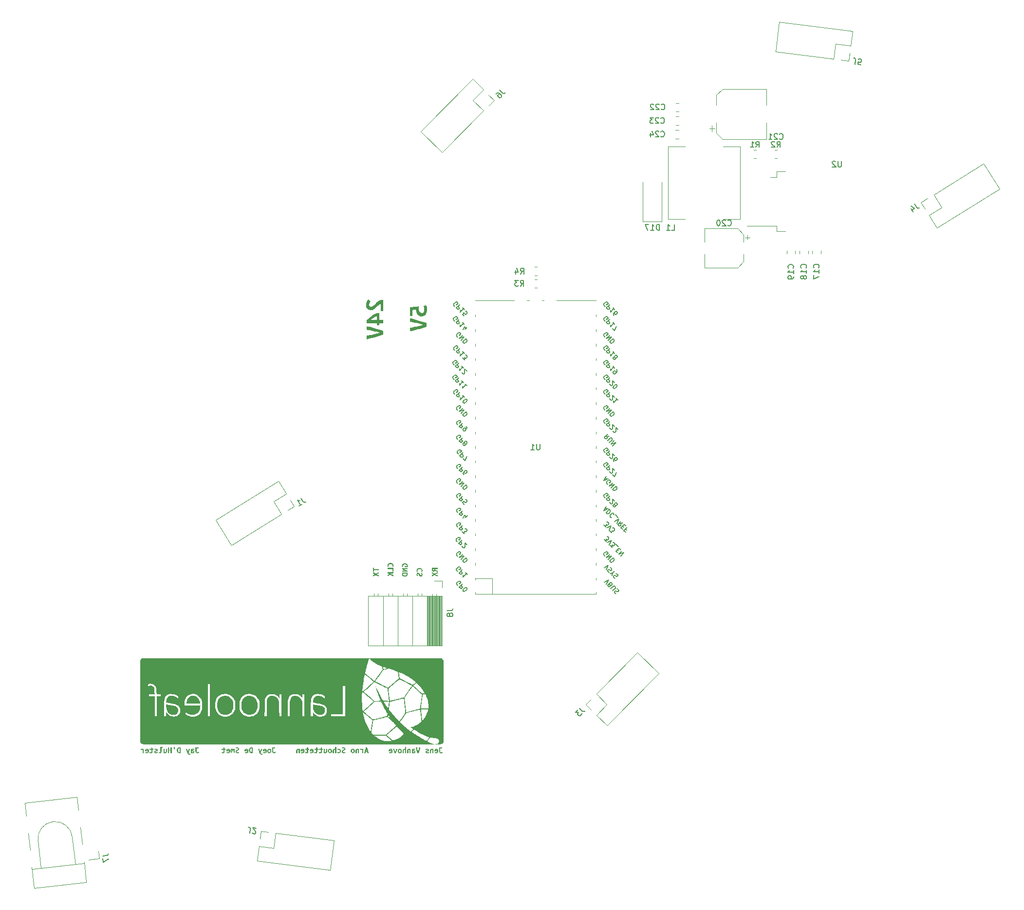
<source format=gbr>
%TF.GenerationSoftware,KiCad,Pcbnew,(6.0.1)*%
%TF.CreationDate,2022-03-23T16:25:01+01:00*%
%TF.ProjectId,pcb_v1,7063625f-7631-42e6-9b69-6361645f7063,v1*%
%TF.SameCoordinates,Original*%
%TF.FileFunction,Legend,Bot*%
%TF.FilePolarity,Positive*%
%FSLAX46Y46*%
G04 Gerber Fmt 4.6, Leading zero omitted, Abs format (unit mm)*
G04 Created by KiCad (PCBNEW (6.0.1)) date 2022-03-23 16:25:01*
%MOMM*%
%LPD*%
G01*
G04 APERTURE LIST*
%ADD10C,0.150000*%
%ADD11C,0.120000*%
G04 APERTURE END LIST*
D10*
X142813096Y-125378781D02*
X142732284Y-125351844D01*
X142651471Y-125271032D01*
X142597597Y-125163282D01*
X142597597Y-125055532D01*
X142624534Y-124974720D01*
X142705346Y-124840033D01*
X142786158Y-124759221D01*
X142920845Y-124678409D01*
X143001658Y-124651471D01*
X143109407Y-124651471D01*
X143217157Y-124705346D01*
X143271032Y-124759221D01*
X143324906Y-124866971D01*
X143324906Y-124920845D01*
X143136345Y-125109407D01*
X143028595Y-125001658D01*
X143621218Y-125109407D02*
X143055532Y-125675093D01*
X143271032Y-125890592D01*
X143351844Y-125917529D01*
X143405719Y-125917529D01*
X143486531Y-125890592D01*
X143567343Y-125809780D01*
X143594280Y-125728967D01*
X143594280Y-125675093D01*
X143567343Y-125594280D01*
X143351844Y-125378781D01*
X144483215Y-125971404D02*
X144159966Y-125648155D01*
X144321590Y-125809780D02*
X143755905Y-126375465D01*
X143782842Y-126240778D01*
X143782842Y-126133028D01*
X143755905Y-126052216D01*
%TO.C,R1*%
X194676666Y-51672380D02*
X195010000Y-51196190D01*
X195248095Y-51672380D02*
X195248095Y-50672380D01*
X194867142Y-50672380D01*
X194771904Y-50720000D01*
X194724285Y-50767619D01*
X194676666Y-50862857D01*
X194676666Y-51005714D01*
X194724285Y-51100952D01*
X194771904Y-51148571D01*
X194867142Y-51196190D01*
X195248095Y-51196190D01*
X193724285Y-51672380D02*
X194295714Y-51672380D01*
X194010000Y-51672380D02*
X194010000Y-50672380D01*
X194105238Y-50815238D01*
X194200476Y-50910476D01*
X194295714Y-50958095D01*
%TO.C,R4*%
X153726666Y-73692380D02*
X154060000Y-73216190D01*
X154298095Y-73692380D02*
X154298095Y-72692380D01*
X153917142Y-72692380D01*
X153821904Y-72740000D01*
X153774285Y-72787619D01*
X153726666Y-72882857D01*
X153726666Y-73025714D01*
X153774285Y-73120952D01*
X153821904Y-73168571D01*
X153917142Y-73216190D01*
X154298095Y-73216190D01*
X152869523Y-73025714D02*
X152869523Y-73692380D01*
X153107619Y-72644761D02*
X153345714Y-73359047D01*
X152726666Y-73359047D01*
%TO.C,J8*%
X140972380Y-132266666D02*
X141686666Y-132266666D01*
X141829523Y-132219047D01*
X141924761Y-132123809D01*
X141972380Y-131980952D01*
X141972380Y-131885714D01*
X141400952Y-132885714D02*
X141353333Y-132790476D01*
X141305714Y-132742857D01*
X141210476Y-132695238D01*
X141162857Y-132695238D01*
X141067619Y-132742857D01*
X141020000Y-132790476D01*
X140972380Y-132885714D01*
X140972380Y-133076190D01*
X141020000Y-133171428D01*
X141067619Y-133219047D01*
X141162857Y-133266666D01*
X141210476Y-133266666D01*
X141305714Y-133219047D01*
X141353333Y-133171428D01*
X141400952Y-133076190D01*
X141400952Y-132885714D01*
X141448571Y-132790476D01*
X141496190Y-132742857D01*
X141591428Y-132695238D01*
X141781904Y-132695238D01*
X141877142Y-132742857D01*
X141924761Y-132790476D01*
X141972380Y-132885714D01*
X141972380Y-133076190D01*
X141924761Y-133171428D01*
X141877142Y-133219047D01*
X141781904Y-133266666D01*
X141591428Y-133266666D01*
X141496190Y-133219047D01*
X141448571Y-133171428D01*
X141400952Y-133076190D01*
%TO.C,R3*%
X153716666Y-75812380D02*
X154050000Y-75336190D01*
X154288095Y-75812380D02*
X154288095Y-74812380D01*
X153907142Y-74812380D01*
X153811904Y-74860000D01*
X153764285Y-74907619D01*
X153716666Y-75002857D01*
X153716666Y-75145714D01*
X153764285Y-75240952D01*
X153811904Y-75288571D01*
X153907142Y-75336190D01*
X154288095Y-75336190D01*
X153383333Y-74812380D02*
X152764285Y-74812380D01*
X153097619Y-75193333D01*
X152954761Y-75193333D01*
X152859523Y-75240952D01*
X152811904Y-75288571D01*
X152764285Y-75383809D01*
X152764285Y-75621904D01*
X152811904Y-75717142D01*
X152859523Y-75764761D01*
X152954761Y-75812380D01*
X153240476Y-75812380D01*
X153335714Y-75764761D01*
X153383333Y-75717142D01*
%TO.C,J7*%
X81089109Y-174938772D02*
X81799082Y-174860390D01*
X81935851Y-174797382D01*
X82020063Y-174692268D01*
X82051718Y-174545049D01*
X82041267Y-174450386D01*
X81130913Y-175317424D02*
X81204069Y-175980064D01*
X82151001Y-175444347D01*
%TO.C,R2*%
X198326666Y-51662380D02*
X198660000Y-51186190D01*
X198898095Y-51662380D02*
X198898095Y-50662380D01*
X198517142Y-50662380D01*
X198421904Y-50710000D01*
X198374285Y-50757619D01*
X198326666Y-50852857D01*
X198326666Y-50995714D01*
X198374285Y-51090952D01*
X198421904Y-51138571D01*
X198517142Y-51186190D01*
X198898095Y-51186190D01*
X197945714Y-50757619D02*
X197898095Y-50710000D01*
X197802857Y-50662380D01*
X197564761Y-50662380D01*
X197469523Y-50710000D01*
X197421904Y-50757619D01*
X197374285Y-50852857D01*
X197374285Y-50948095D01*
X197421904Y-51090952D01*
X197993333Y-51662380D01*
X197374285Y-51662380D01*
%TO.C,C22*%
X178222857Y-45057142D02*
X178270476Y-45104761D01*
X178413333Y-45152380D01*
X178508571Y-45152380D01*
X178651428Y-45104761D01*
X178746666Y-45009523D01*
X178794285Y-44914285D01*
X178841904Y-44723809D01*
X178841904Y-44580952D01*
X178794285Y-44390476D01*
X178746666Y-44295238D01*
X178651428Y-44200000D01*
X178508571Y-44152380D01*
X178413333Y-44152380D01*
X178270476Y-44200000D01*
X178222857Y-44247619D01*
X177841904Y-44247619D02*
X177794285Y-44200000D01*
X177699047Y-44152380D01*
X177460952Y-44152380D01*
X177365714Y-44200000D01*
X177318095Y-44247619D01*
X177270476Y-44342857D01*
X177270476Y-44438095D01*
X177318095Y-44580952D01*
X177889523Y-45152380D01*
X177270476Y-45152380D01*
X176889523Y-44247619D02*
X176841904Y-44200000D01*
X176746666Y-44152380D01*
X176508571Y-44152380D01*
X176413333Y-44200000D01*
X176365714Y-44247619D01*
X176318095Y-44342857D01*
X176318095Y-44438095D01*
X176365714Y-44580952D01*
X176937142Y-45152380D01*
X176318095Y-45152380D01*
%TO.C,J2*%
X106684246Y-170955871D02*
X106773769Y-170247217D01*
X106744431Y-170099518D01*
X106661880Y-169993095D01*
X106526118Y-169927946D01*
X106431631Y-169916010D01*
X107121374Y-170915098D02*
X107162650Y-170968310D01*
X107251168Y-171027490D01*
X107487386Y-171057331D01*
X107587842Y-171022024D01*
X107641053Y-170980749D01*
X107700233Y-170892230D01*
X107712170Y-170797743D01*
X107682831Y-170650044D01*
X107187527Y-170011502D01*
X107801694Y-170089089D01*
%TO.C,D17*%
X177904285Y-66072380D02*
X177904285Y-65072380D01*
X177666190Y-65072380D01*
X177523333Y-65120000D01*
X177428095Y-65215238D01*
X177380476Y-65310476D01*
X177332857Y-65500952D01*
X177332857Y-65643809D01*
X177380476Y-65834285D01*
X177428095Y-65929523D01*
X177523333Y-66024761D01*
X177666190Y-66072380D01*
X177904285Y-66072380D01*
X176380476Y-66072380D02*
X176951904Y-66072380D01*
X176666190Y-66072380D02*
X176666190Y-65072380D01*
X176761428Y-65215238D01*
X176856666Y-65310476D01*
X176951904Y-65358095D01*
X176047142Y-65072380D02*
X175380476Y-65072380D01*
X175809047Y-66072380D01*
%TO.C,C19*%
X201137142Y-72687142D02*
X201184761Y-72639523D01*
X201232380Y-72496666D01*
X201232380Y-72401428D01*
X201184761Y-72258571D01*
X201089523Y-72163333D01*
X200994285Y-72115714D01*
X200803809Y-72068095D01*
X200660952Y-72068095D01*
X200470476Y-72115714D01*
X200375238Y-72163333D01*
X200280000Y-72258571D01*
X200232380Y-72401428D01*
X200232380Y-72496666D01*
X200280000Y-72639523D01*
X200327619Y-72687142D01*
X201232380Y-73639523D02*
X201232380Y-73068095D01*
X201232380Y-73353809D02*
X200232380Y-73353809D01*
X200375238Y-73258571D01*
X200470476Y-73163333D01*
X200518095Y-73068095D01*
X201232380Y-74115714D02*
X201232380Y-74306190D01*
X201184761Y-74401428D01*
X201137142Y-74449047D01*
X200994285Y-74544285D01*
X200803809Y-74591904D01*
X200422857Y-74591904D01*
X200327619Y-74544285D01*
X200280000Y-74496666D01*
X200232380Y-74401428D01*
X200232380Y-74210952D01*
X200280000Y-74115714D01*
X200327619Y-74068095D01*
X200422857Y-74020476D01*
X200660952Y-74020476D01*
X200756190Y-74068095D01*
X200803809Y-74115714D01*
X200851428Y-74210952D01*
X200851428Y-74401428D01*
X200803809Y-74496666D01*
X200756190Y-74544285D01*
X200660952Y-74591904D01*
%TO.C,J1*%
X115565575Y-112671409D02*
X115941972Y-113278475D01*
X116057723Y-113374795D01*
X116188851Y-113405551D01*
X116335357Y-113370743D01*
X116416299Y-113320557D01*
X115242638Y-114048258D02*
X115728291Y-113747140D01*
X115485465Y-113897699D02*
X114958509Y-113047806D01*
X115114730Y-113119033D01*
X115245859Y-113149789D01*
X115351894Y-113140074D01*
%TO.C,C24*%
X178152857Y-49777142D02*
X178200476Y-49824761D01*
X178343333Y-49872380D01*
X178438571Y-49872380D01*
X178581428Y-49824761D01*
X178676666Y-49729523D01*
X178724285Y-49634285D01*
X178771904Y-49443809D01*
X178771904Y-49300952D01*
X178724285Y-49110476D01*
X178676666Y-49015238D01*
X178581428Y-48920000D01*
X178438571Y-48872380D01*
X178343333Y-48872380D01*
X178200476Y-48920000D01*
X178152857Y-48967619D01*
X177771904Y-48967619D02*
X177724285Y-48920000D01*
X177629047Y-48872380D01*
X177390952Y-48872380D01*
X177295714Y-48920000D01*
X177248095Y-48967619D01*
X177200476Y-49062857D01*
X177200476Y-49158095D01*
X177248095Y-49300952D01*
X177819523Y-49872380D01*
X177200476Y-49872380D01*
X176343333Y-49205714D02*
X176343333Y-49872380D01*
X176581428Y-48824761D02*
X176819523Y-49539047D01*
X176200476Y-49539047D01*
%TO.C,L1*%
X180006666Y-66082380D02*
X180482857Y-66082380D01*
X180482857Y-65082380D01*
X179149523Y-66082380D02*
X179720952Y-66082380D01*
X179435238Y-66082380D02*
X179435238Y-65082380D01*
X179530476Y-65225238D01*
X179625714Y-65320476D01*
X179720952Y-65368095D01*
%TO.C,C23*%
X178142857Y-47427142D02*
X178190476Y-47474761D01*
X178333333Y-47522380D01*
X178428571Y-47522380D01*
X178571428Y-47474761D01*
X178666666Y-47379523D01*
X178714285Y-47284285D01*
X178761904Y-47093809D01*
X178761904Y-46950952D01*
X178714285Y-46760476D01*
X178666666Y-46665238D01*
X178571428Y-46570000D01*
X178428571Y-46522380D01*
X178333333Y-46522380D01*
X178190476Y-46570000D01*
X178142857Y-46617619D01*
X177761904Y-46617619D02*
X177714285Y-46570000D01*
X177619047Y-46522380D01*
X177380952Y-46522380D01*
X177285714Y-46570000D01*
X177238095Y-46617619D01*
X177190476Y-46712857D01*
X177190476Y-46808095D01*
X177238095Y-46950952D01*
X177809523Y-47522380D01*
X177190476Y-47522380D01*
X176857142Y-46522380D02*
X176238095Y-46522380D01*
X176571428Y-46903333D01*
X176428571Y-46903333D01*
X176333333Y-46950952D01*
X176285714Y-46998571D01*
X176238095Y-47093809D01*
X176238095Y-47331904D01*
X176285714Y-47427142D01*
X176333333Y-47474761D01*
X176428571Y-47522380D01*
X176714285Y-47522380D01*
X176809523Y-47474761D01*
X176857142Y-47427142D01*
%TO.C,J5*%
X211947073Y-37207174D02*
X212036596Y-36498520D01*
X212007258Y-36350821D01*
X211924707Y-36244398D01*
X211788945Y-36179249D01*
X211694458Y-36167313D01*
X212891944Y-37326539D02*
X212419508Y-37266856D01*
X212431947Y-36788452D01*
X212473223Y-36841664D01*
X212561741Y-36900844D01*
X212797959Y-36930685D01*
X212898415Y-36895378D01*
X212951626Y-36854103D01*
X213010806Y-36765584D01*
X213040648Y-36529366D01*
X213005341Y-36428911D01*
X212964065Y-36375699D01*
X212875546Y-36316519D01*
X212639329Y-36286678D01*
X212538873Y-36321985D01*
X212485661Y-36363260D01*
%TO.C,C17*%
X205587142Y-72627142D02*
X205634761Y-72579523D01*
X205682380Y-72436666D01*
X205682380Y-72341428D01*
X205634761Y-72198571D01*
X205539523Y-72103333D01*
X205444285Y-72055714D01*
X205253809Y-72008095D01*
X205110952Y-72008095D01*
X204920476Y-72055714D01*
X204825238Y-72103333D01*
X204730000Y-72198571D01*
X204682380Y-72341428D01*
X204682380Y-72436666D01*
X204730000Y-72579523D01*
X204777619Y-72627142D01*
X205682380Y-73579523D02*
X205682380Y-73008095D01*
X205682380Y-73293809D02*
X204682380Y-73293809D01*
X204825238Y-73198571D01*
X204920476Y-73103333D01*
X204968095Y-73008095D01*
X204682380Y-73912857D02*
X204682380Y-74579523D01*
X205682380Y-74150952D01*
%TO.C,U2*%
X209531904Y-54082380D02*
X209531904Y-54891904D01*
X209484285Y-54987142D01*
X209436666Y-55034761D01*
X209341428Y-55082380D01*
X209150952Y-55082380D01*
X209055714Y-55034761D01*
X209008095Y-54987142D01*
X208960476Y-54891904D01*
X208960476Y-54082380D01*
X208531904Y-54177619D02*
X208484285Y-54130000D01*
X208389047Y-54082380D01*
X208150952Y-54082380D01*
X208055714Y-54130000D01*
X208008095Y-54177619D01*
X207960476Y-54272857D01*
X207960476Y-54368095D01*
X208008095Y-54510952D01*
X208579523Y-55082380D01*
X207960476Y-55082380D01*
%TO.C,J6*%
X150137897Y-41744114D02*
X150645611Y-42246539D01*
X150780649Y-42313176D01*
X150915334Y-42312471D01*
X151049666Y-42244423D01*
X151116656Y-42176728D01*
X149501492Y-42387218D02*
X149635472Y-42251828D01*
X149736310Y-42217628D01*
X149803652Y-42217275D01*
X149972185Y-42250065D01*
X150141071Y-42350197D01*
X150411851Y-42618157D01*
X150446051Y-42718995D01*
X150446404Y-42786337D01*
X150413262Y-42887527D01*
X150279282Y-43022918D01*
X150178444Y-43057118D01*
X150111102Y-43057471D01*
X150009911Y-43024328D01*
X149840673Y-42856853D01*
X149806473Y-42756016D01*
X149806121Y-42688673D01*
X149839263Y-42587483D01*
X149973243Y-42452093D01*
X150074081Y-42417892D01*
X150141423Y-42417540D01*
X150242613Y-42450682D01*
%TO.C,U1*%
X157111904Y-103287380D02*
X157111904Y-104096904D01*
X157064285Y-104192142D01*
X157016666Y-104239761D01*
X156921428Y-104287380D01*
X156730952Y-104287380D01*
X156635714Y-104239761D01*
X156588095Y-104192142D01*
X156540476Y-104096904D01*
X156540476Y-103287380D01*
X155540476Y-104287380D02*
X156111904Y-104287380D01*
X155826190Y-104287380D02*
X155826190Y-103287380D01*
X155921428Y-103430238D01*
X156016666Y-103525476D01*
X156111904Y-103573095D01*
X168436158Y-84636844D02*
X168355346Y-84609906D01*
X168274534Y-84529094D01*
X168220659Y-84421345D01*
X168220659Y-84313595D01*
X168247597Y-84232783D01*
X168328409Y-84098096D01*
X168409221Y-84017284D01*
X168543908Y-83936471D01*
X168624720Y-83909534D01*
X168732470Y-83909534D01*
X168840219Y-83963409D01*
X168894094Y-84017284D01*
X168947969Y-84125033D01*
X168947969Y-84178908D01*
X168759407Y-84367470D01*
X168651658Y-84259720D01*
X169244280Y-84367470D02*
X168678595Y-84933155D01*
X169567529Y-84690719D01*
X169001844Y-85256404D01*
X169836903Y-84960093D02*
X169271218Y-85525778D01*
X169405905Y-85660465D01*
X169513654Y-85714340D01*
X169621404Y-85714340D01*
X169702216Y-85687402D01*
X169836903Y-85606590D01*
X169917715Y-85525778D01*
X169998528Y-85391091D01*
X170025465Y-85310279D01*
X170025465Y-85202529D01*
X169971590Y-85094780D01*
X169836903Y-84960093D01*
X168447722Y-112588407D02*
X168366910Y-112561470D01*
X168286097Y-112480658D01*
X168232223Y-112372908D01*
X168232223Y-112265158D01*
X168259160Y-112184346D01*
X168339972Y-112049659D01*
X168420784Y-111968847D01*
X168555471Y-111888035D01*
X168636284Y-111861097D01*
X168744033Y-111861097D01*
X168851783Y-111914972D01*
X168905658Y-111968847D01*
X168959532Y-112076597D01*
X168959532Y-112130471D01*
X168770971Y-112319033D01*
X168663221Y-112211284D01*
X169255844Y-112319033D02*
X168690158Y-112884719D01*
X168905658Y-113100218D01*
X168986470Y-113127155D01*
X169040345Y-113127155D01*
X169121157Y-113100218D01*
X169201969Y-113019406D01*
X169228906Y-112938593D01*
X169228906Y-112884719D01*
X169201969Y-112803906D01*
X168986470Y-112588407D01*
X169282781Y-113369592D02*
X169282781Y-113423467D01*
X169309719Y-113504279D01*
X169444406Y-113638966D01*
X169525218Y-113665903D01*
X169579093Y-113665903D01*
X169659905Y-113638966D01*
X169713780Y-113585091D01*
X169767654Y-113477341D01*
X169767654Y-112830844D01*
X170117841Y-113181030D01*
X170117841Y-113827528D02*
X170037028Y-113800590D01*
X169983154Y-113800590D01*
X169902341Y-113827528D01*
X169875404Y-113854465D01*
X169848467Y-113935277D01*
X169848467Y-113989152D01*
X169875404Y-114069964D01*
X169983154Y-114177714D01*
X170063966Y-114204651D01*
X170117841Y-114204651D01*
X170198653Y-114177714D01*
X170225590Y-114150776D01*
X170252528Y-114069964D01*
X170252528Y-114016089D01*
X170225590Y-113935277D01*
X170117841Y-113827528D01*
X170090903Y-113746715D01*
X170090903Y-113692841D01*
X170117841Y-113612028D01*
X170225590Y-113504279D01*
X170306402Y-113477341D01*
X170360277Y-113477341D01*
X170441089Y-113504279D01*
X170548839Y-113612028D01*
X170575776Y-113692841D01*
X170575776Y-113746715D01*
X170548839Y-113827528D01*
X170441089Y-113935277D01*
X170360277Y-113962215D01*
X170306402Y-113962215D01*
X170225590Y-113935277D01*
X168436158Y-122736844D02*
X168355346Y-122709906D01*
X168274534Y-122629094D01*
X168220659Y-122521345D01*
X168220659Y-122413595D01*
X168247597Y-122332783D01*
X168328409Y-122198096D01*
X168409221Y-122117284D01*
X168543908Y-122036471D01*
X168624720Y-122009534D01*
X168732470Y-122009534D01*
X168840219Y-122063409D01*
X168894094Y-122117284D01*
X168947969Y-122225033D01*
X168947969Y-122278908D01*
X168759407Y-122467470D01*
X168651658Y-122359720D01*
X169244280Y-122467470D02*
X168678595Y-123033155D01*
X169567529Y-122790719D01*
X169001844Y-123356404D01*
X169836903Y-123060093D02*
X169271218Y-123625778D01*
X169405905Y-123760465D01*
X169513654Y-123814340D01*
X169621404Y-123814340D01*
X169702216Y-123787402D01*
X169836903Y-123706590D01*
X169917715Y-123625778D01*
X169998528Y-123491091D01*
X170025465Y-123410279D01*
X170025465Y-123302529D01*
X169971590Y-123194780D01*
X169836903Y-123060093D01*
X169188375Y-101891564D02*
X168730439Y-101972377D01*
X168865126Y-101568316D02*
X168299441Y-102134001D01*
X168514940Y-102349500D01*
X168595752Y-102376438D01*
X168649627Y-102376438D01*
X168730439Y-102349500D01*
X168811251Y-102268688D01*
X168838189Y-102187876D01*
X168838189Y-102134001D01*
X168811251Y-102053189D01*
X168595752Y-101837690D01*
X168865126Y-102699687D02*
X169323062Y-102241751D01*
X169403874Y-102214813D01*
X169457749Y-102214813D01*
X169538561Y-102241751D01*
X169646311Y-102349500D01*
X169673248Y-102430312D01*
X169673248Y-102484187D01*
X169646311Y-102564999D01*
X169188375Y-103022935D01*
X170023435Y-102726624D02*
X169457749Y-103292309D01*
X170346683Y-103049873D01*
X169780998Y-103615558D01*
X142763096Y-120223781D02*
X142682284Y-120196844D01*
X142601471Y-120116032D01*
X142547597Y-120008282D01*
X142547597Y-119900532D01*
X142574534Y-119819720D01*
X142655346Y-119685033D01*
X142736158Y-119604221D01*
X142870845Y-119523409D01*
X142951658Y-119496471D01*
X143059407Y-119496471D01*
X143167157Y-119550346D01*
X143221032Y-119604221D01*
X143274906Y-119711971D01*
X143274906Y-119765845D01*
X143086345Y-119954407D01*
X142978595Y-119846658D01*
X143571218Y-119954407D02*
X143005532Y-120520093D01*
X143221032Y-120735592D01*
X143301844Y-120762529D01*
X143355719Y-120762529D01*
X143436531Y-120735592D01*
X143517343Y-120654780D01*
X143544280Y-120573967D01*
X143544280Y-120520093D01*
X143517343Y-120439280D01*
X143301844Y-120223781D01*
X143598155Y-121004966D02*
X143598155Y-121058841D01*
X143625093Y-121139653D01*
X143759780Y-121274340D01*
X143840592Y-121301277D01*
X143894467Y-121301277D01*
X143975279Y-121274340D01*
X144029154Y-121220465D01*
X144083028Y-121112715D01*
X144083028Y-120466218D01*
X144433215Y-120816404D01*
X168447722Y-99634407D02*
X168366910Y-99607470D01*
X168286097Y-99526658D01*
X168232223Y-99418908D01*
X168232223Y-99311158D01*
X168259160Y-99230346D01*
X168339972Y-99095659D01*
X168420784Y-99014847D01*
X168555471Y-98934035D01*
X168636284Y-98907097D01*
X168744033Y-98907097D01*
X168851783Y-98960972D01*
X168905658Y-99014847D01*
X168959532Y-99122597D01*
X168959532Y-99176471D01*
X168770971Y-99365033D01*
X168663221Y-99257284D01*
X169255844Y-99365033D02*
X168690158Y-99930719D01*
X168905658Y-100146218D01*
X168986470Y-100173155D01*
X169040345Y-100173155D01*
X169121157Y-100146218D01*
X169201969Y-100065406D01*
X169228906Y-99984593D01*
X169228906Y-99930719D01*
X169201969Y-99849906D01*
X168986470Y-99634407D01*
X169282781Y-100415592D02*
X169282781Y-100469467D01*
X169309719Y-100550279D01*
X169444406Y-100684966D01*
X169525218Y-100711903D01*
X169579093Y-100711903D01*
X169659905Y-100684966D01*
X169713780Y-100631091D01*
X169767654Y-100523341D01*
X169767654Y-99876844D01*
X170117841Y-100227030D01*
X169821529Y-100954340D02*
X169821529Y-101008215D01*
X169848467Y-101089027D01*
X169983154Y-101223714D01*
X170063966Y-101250651D01*
X170117841Y-101250651D01*
X170198653Y-101223714D01*
X170252528Y-101169839D01*
X170306402Y-101062089D01*
X170306402Y-100415592D01*
X170656589Y-100765778D01*
X142836158Y-122736844D02*
X142755346Y-122709906D01*
X142674534Y-122629094D01*
X142620659Y-122521345D01*
X142620659Y-122413595D01*
X142647597Y-122332783D01*
X142728409Y-122198096D01*
X142809221Y-122117284D01*
X142943908Y-122036471D01*
X143024720Y-122009534D01*
X143132470Y-122009534D01*
X143240219Y-122063409D01*
X143294094Y-122117284D01*
X143347969Y-122225033D01*
X143347969Y-122278908D01*
X143159407Y-122467470D01*
X143051658Y-122359720D01*
X143644280Y-122467470D02*
X143078595Y-123033155D01*
X143967529Y-122790719D01*
X143401844Y-123356404D01*
X144236903Y-123060093D02*
X143671218Y-123625778D01*
X143805905Y-123760465D01*
X143913654Y-123814340D01*
X144021404Y-123814340D01*
X144102216Y-123787402D01*
X144236903Y-123706590D01*
X144317715Y-123625778D01*
X144398528Y-123491091D01*
X144425465Y-123410279D01*
X144425465Y-123302529D01*
X144371590Y-123194780D01*
X144236903Y-123060093D01*
X142863096Y-127843781D02*
X142782284Y-127816844D01*
X142701471Y-127736032D01*
X142647597Y-127628282D01*
X142647597Y-127520532D01*
X142674534Y-127439720D01*
X142755346Y-127305033D01*
X142836158Y-127224221D01*
X142970845Y-127143409D01*
X143051658Y-127116471D01*
X143159407Y-127116471D01*
X143267157Y-127170346D01*
X143321032Y-127224221D01*
X143374906Y-127331971D01*
X143374906Y-127385845D01*
X143186345Y-127574407D01*
X143078595Y-127466658D01*
X143671218Y-127574407D02*
X143105532Y-128140093D01*
X143321032Y-128355592D01*
X143401844Y-128382529D01*
X143455719Y-128382529D01*
X143536531Y-128355592D01*
X143617343Y-128274780D01*
X143644280Y-128193967D01*
X143644280Y-128140093D01*
X143617343Y-128059280D01*
X143401844Y-127843781D01*
X143778967Y-128813528D02*
X143832842Y-128867402D01*
X143913654Y-128894340D01*
X143967529Y-128894340D01*
X144048341Y-128867402D01*
X144183028Y-128786590D01*
X144317715Y-128651903D01*
X144398528Y-128517216D01*
X144425465Y-128436404D01*
X144425465Y-128382529D01*
X144398528Y-128301717D01*
X144344653Y-128247842D01*
X144263841Y-128220905D01*
X144209966Y-128220905D01*
X144129154Y-128247842D01*
X143994467Y-128328654D01*
X143859780Y-128463341D01*
X143778967Y-128598028D01*
X143752030Y-128678841D01*
X143752030Y-128732715D01*
X143778967Y-128813528D01*
X142863096Y-115143781D02*
X142782284Y-115116844D01*
X142701471Y-115036032D01*
X142647597Y-114928282D01*
X142647597Y-114820532D01*
X142674534Y-114739720D01*
X142755346Y-114605033D01*
X142836158Y-114524221D01*
X142970845Y-114443409D01*
X143051658Y-114416471D01*
X143159407Y-114416471D01*
X143267157Y-114470346D01*
X143321032Y-114524221D01*
X143374906Y-114631971D01*
X143374906Y-114685845D01*
X143186345Y-114874407D01*
X143078595Y-114766658D01*
X143671218Y-114874407D02*
X143105532Y-115440093D01*
X143321032Y-115655592D01*
X143401844Y-115682529D01*
X143455719Y-115682529D01*
X143536531Y-115655592D01*
X143617343Y-115574780D01*
X143644280Y-115493967D01*
X143644280Y-115440093D01*
X143617343Y-115359280D01*
X143401844Y-115143781D01*
X144102216Y-116059653D02*
X144479340Y-115682529D01*
X143752030Y-116140465D02*
X144021404Y-115601717D01*
X144371590Y-115951903D01*
X168447722Y-86934407D02*
X168366910Y-86907470D01*
X168286097Y-86826658D01*
X168232223Y-86718908D01*
X168232223Y-86611158D01*
X168259160Y-86530346D01*
X168339972Y-86395659D01*
X168420784Y-86314847D01*
X168555471Y-86234035D01*
X168636284Y-86207097D01*
X168744033Y-86207097D01*
X168851783Y-86260972D01*
X168905658Y-86314847D01*
X168959532Y-86422597D01*
X168959532Y-86476471D01*
X168770971Y-86665033D01*
X168663221Y-86557284D01*
X169255844Y-86665033D02*
X168690158Y-87230719D01*
X168905658Y-87446218D01*
X168986470Y-87473155D01*
X169040345Y-87473155D01*
X169121157Y-87446218D01*
X169201969Y-87365406D01*
X169228906Y-87284593D01*
X169228906Y-87230719D01*
X169201969Y-87149906D01*
X168986470Y-86934407D01*
X170117841Y-87527030D02*
X169794592Y-87203781D01*
X169956216Y-87365406D02*
X169390531Y-87931091D01*
X169417468Y-87796404D01*
X169417468Y-87688654D01*
X169390531Y-87607842D01*
X170117841Y-88173528D02*
X170037028Y-88146590D01*
X169983154Y-88146590D01*
X169902341Y-88173528D01*
X169875404Y-88200465D01*
X169848467Y-88281277D01*
X169848467Y-88335152D01*
X169875404Y-88415964D01*
X169983154Y-88523714D01*
X170063966Y-88550651D01*
X170117841Y-88550651D01*
X170198653Y-88523714D01*
X170225590Y-88496776D01*
X170252528Y-88415964D01*
X170252528Y-88362089D01*
X170225590Y-88281277D01*
X170117841Y-88173528D01*
X170090903Y-88092715D01*
X170090903Y-88038841D01*
X170117841Y-87958028D01*
X170225590Y-87850279D01*
X170306402Y-87823341D01*
X170360277Y-87823341D01*
X170441089Y-87850279D01*
X170548839Y-87958028D01*
X170575776Y-88038841D01*
X170575776Y-88092715D01*
X170548839Y-88173528D01*
X170441089Y-88281277D01*
X170360277Y-88308215D01*
X170306402Y-88308215D01*
X170225590Y-88281277D01*
X168303129Y-127307690D02*
X169057377Y-126930566D01*
X168680253Y-127684813D01*
X169326751Y-127792563D02*
X169434500Y-127846438D01*
X169488375Y-127846438D01*
X169569187Y-127819500D01*
X169650000Y-127738688D01*
X169676937Y-127657876D01*
X169676937Y-127604001D01*
X169650000Y-127523189D01*
X169434500Y-127307690D01*
X168868815Y-127873375D01*
X169057377Y-128061937D01*
X169138189Y-128088874D01*
X169192064Y-128088874D01*
X169272876Y-128061937D01*
X169326751Y-128008062D01*
X169353688Y-127927250D01*
X169353688Y-127873375D01*
X169326751Y-127792563D01*
X169138189Y-127604001D01*
X169434500Y-128439061D02*
X169892436Y-127981125D01*
X169973248Y-127954187D01*
X170027123Y-127954187D01*
X170107935Y-127981125D01*
X170215685Y-128088874D01*
X170242622Y-128169687D01*
X170242622Y-128223561D01*
X170215685Y-128304374D01*
X169757749Y-128762309D01*
X170538934Y-128465998D02*
X170646683Y-128519873D01*
X170781370Y-128654560D01*
X170808308Y-128735372D01*
X170808308Y-128789247D01*
X170781370Y-128870059D01*
X170727496Y-128923934D01*
X170646683Y-128950871D01*
X170592809Y-128950871D01*
X170511996Y-128923934D01*
X170377309Y-128843122D01*
X170296497Y-128816184D01*
X170242622Y-128816184D01*
X170161810Y-128843122D01*
X170107935Y-128896996D01*
X170080998Y-128977809D01*
X170080998Y-129031683D01*
X170107935Y-129112496D01*
X170242622Y-129247183D01*
X170350372Y-129301057D01*
X168436158Y-97336844D02*
X168355346Y-97309906D01*
X168274534Y-97229094D01*
X168220659Y-97121345D01*
X168220659Y-97013595D01*
X168247597Y-96932783D01*
X168328409Y-96798096D01*
X168409221Y-96717284D01*
X168543908Y-96636471D01*
X168624720Y-96609534D01*
X168732470Y-96609534D01*
X168840219Y-96663409D01*
X168894094Y-96717284D01*
X168947969Y-96825033D01*
X168947969Y-96878908D01*
X168759407Y-97067470D01*
X168651658Y-96959720D01*
X169244280Y-97067470D02*
X168678595Y-97633155D01*
X169567529Y-97390719D01*
X169001844Y-97956404D01*
X169836903Y-97660093D02*
X169271218Y-98225778D01*
X169405905Y-98360465D01*
X169513654Y-98414340D01*
X169621404Y-98414340D01*
X169702216Y-98387402D01*
X169836903Y-98306590D01*
X169917715Y-98225778D01*
X169998528Y-98091091D01*
X170025465Y-98010279D01*
X170025465Y-97902529D01*
X169971590Y-97794780D01*
X169836903Y-97660093D01*
X142863096Y-107523781D02*
X142782284Y-107496844D01*
X142701471Y-107416032D01*
X142647597Y-107308282D01*
X142647597Y-107200532D01*
X142674534Y-107119720D01*
X142755346Y-106985033D01*
X142836158Y-106904221D01*
X142970845Y-106823409D01*
X143051658Y-106796471D01*
X143159407Y-106796471D01*
X143267157Y-106850346D01*
X143321032Y-106904221D01*
X143374906Y-107011971D01*
X143374906Y-107065845D01*
X143186345Y-107254407D01*
X143078595Y-107146658D01*
X143671218Y-107254407D02*
X143105532Y-107820093D01*
X143321032Y-108035592D01*
X143401844Y-108062529D01*
X143455719Y-108062529D01*
X143536531Y-108035592D01*
X143617343Y-107954780D01*
X143644280Y-107873967D01*
X143644280Y-107820093D01*
X143617343Y-107739280D01*
X143401844Y-107523781D01*
X143913654Y-108628215D02*
X143805905Y-108520465D01*
X143778967Y-108439653D01*
X143778967Y-108385778D01*
X143805905Y-108251091D01*
X143886717Y-108116404D01*
X144102216Y-107900905D01*
X144183028Y-107873967D01*
X144236903Y-107873967D01*
X144317715Y-107900905D01*
X144425465Y-108008654D01*
X144452402Y-108089467D01*
X144452402Y-108143341D01*
X144425465Y-108224154D01*
X144290778Y-108358841D01*
X144209966Y-108385778D01*
X144156091Y-108385778D01*
X144075279Y-108358841D01*
X143967529Y-108251091D01*
X143940592Y-108170279D01*
X143940592Y-108116404D01*
X143967529Y-108035592D01*
X142836158Y-110036844D02*
X142755346Y-110009906D01*
X142674534Y-109929094D01*
X142620659Y-109821345D01*
X142620659Y-109713595D01*
X142647597Y-109632783D01*
X142728409Y-109498096D01*
X142809221Y-109417284D01*
X142943908Y-109336471D01*
X143024720Y-109309534D01*
X143132470Y-109309534D01*
X143240219Y-109363409D01*
X143294094Y-109417284D01*
X143347969Y-109525033D01*
X143347969Y-109578908D01*
X143159407Y-109767470D01*
X143051658Y-109659720D01*
X143644280Y-109767470D02*
X143078595Y-110333155D01*
X143967529Y-110090719D01*
X143401844Y-110656404D01*
X144236903Y-110360093D02*
X143671218Y-110925778D01*
X143805905Y-111060465D01*
X143913654Y-111114340D01*
X144021404Y-111114340D01*
X144102216Y-111087402D01*
X144236903Y-111006590D01*
X144317715Y-110925778D01*
X144398528Y-110791091D01*
X144425465Y-110710279D01*
X144425465Y-110602529D01*
X144371590Y-110494780D01*
X144236903Y-110360093D01*
X142339722Y-94554407D02*
X142258910Y-94527470D01*
X142178097Y-94446658D01*
X142124223Y-94338908D01*
X142124223Y-94231158D01*
X142151160Y-94150346D01*
X142231972Y-94015659D01*
X142312784Y-93934847D01*
X142447471Y-93854035D01*
X142528284Y-93827097D01*
X142636033Y-93827097D01*
X142743783Y-93880972D01*
X142797658Y-93934847D01*
X142851532Y-94042597D01*
X142851532Y-94096471D01*
X142662971Y-94285033D01*
X142555221Y-94177284D01*
X143147844Y-94285033D02*
X142582158Y-94850719D01*
X142797658Y-95066218D01*
X142878470Y-95093155D01*
X142932345Y-95093155D01*
X143013157Y-95066218D01*
X143093969Y-94985406D01*
X143120906Y-94904593D01*
X143120906Y-94850719D01*
X143093969Y-94769906D01*
X142878470Y-94554407D01*
X144009841Y-95147030D02*
X143686592Y-94823781D01*
X143848216Y-94985406D02*
X143282531Y-95551091D01*
X143309468Y-95416404D01*
X143309468Y-95308654D01*
X143282531Y-95227842D01*
X143794341Y-96062902D02*
X143848216Y-96116776D01*
X143929028Y-96143714D01*
X143982903Y-96143714D01*
X144063715Y-96116776D01*
X144198402Y-96035964D01*
X144333089Y-95901277D01*
X144413902Y-95766590D01*
X144440839Y-95685778D01*
X144440839Y-95631903D01*
X144413902Y-95551091D01*
X144360027Y-95497216D01*
X144279215Y-95470279D01*
X144225340Y-95470279D01*
X144144528Y-95497216D01*
X144009841Y-95578028D01*
X143875154Y-95712715D01*
X143794341Y-95847402D01*
X143767404Y-95928215D01*
X143767404Y-95982089D01*
X143794341Y-96062902D01*
X142836158Y-97336844D02*
X142755346Y-97309906D01*
X142674534Y-97229094D01*
X142620659Y-97121345D01*
X142620659Y-97013595D01*
X142647597Y-96932783D01*
X142728409Y-96798096D01*
X142809221Y-96717284D01*
X142943908Y-96636471D01*
X143024720Y-96609534D01*
X143132470Y-96609534D01*
X143240219Y-96663409D01*
X143294094Y-96717284D01*
X143347969Y-96825033D01*
X143347969Y-96878908D01*
X143159407Y-97067470D01*
X143051658Y-96959720D01*
X143644280Y-97067470D02*
X143078595Y-97633155D01*
X143967529Y-97390719D01*
X143401844Y-97956404D01*
X144236903Y-97660093D02*
X143671218Y-98225778D01*
X143805905Y-98360465D01*
X143913654Y-98414340D01*
X144021404Y-98414340D01*
X144102216Y-98387402D01*
X144236903Y-98306590D01*
X144317715Y-98225778D01*
X144398528Y-98091091D01*
X144425465Y-98010279D01*
X144425465Y-97902529D01*
X144371590Y-97794780D01*
X144236903Y-97660093D01*
X142863096Y-99903781D02*
X142782284Y-99876844D01*
X142701471Y-99796032D01*
X142647597Y-99688282D01*
X142647597Y-99580532D01*
X142674534Y-99499720D01*
X142755346Y-99365033D01*
X142836158Y-99284221D01*
X142970845Y-99203409D01*
X143051658Y-99176471D01*
X143159407Y-99176471D01*
X143267157Y-99230346D01*
X143321032Y-99284221D01*
X143374906Y-99391971D01*
X143374906Y-99445845D01*
X143186345Y-99634407D01*
X143078595Y-99526658D01*
X143671218Y-99634407D02*
X143105532Y-100200093D01*
X143321032Y-100415592D01*
X143401844Y-100442529D01*
X143455719Y-100442529D01*
X143536531Y-100415592D01*
X143617343Y-100334780D01*
X143644280Y-100253967D01*
X143644280Y-100200093D01*
X143617343Y-100119280D01*
X143401844Y-99903781D01*
X144263841Y-100227030D02*
X144371590Y-100334780D01*
X144398528Y-100415592D01*
X144398528Y-100469467D01*
X144371590Y-100604154D01*
X144290778Y-100738841D01*
X144075279Y-100954340D01*
X143994467Y-100981277D01*
X143940592Y-100981277D01*
X143859780Y-100954340D01*
X143752030Y-100846590D01*
X143725093Y-100765778D01*
X143725093Y-100711903D01*
X143752030Y-100631091D01*
X143886717Y-100496404D01*
X143967529Y-100469467D01*
X144021404Y-100469467D01*
X144102216Y-100496404D01*
X144209966Y-100604154D01*
X144236903Y-100684966D01*
X144236903Y-100738841D01*
X144209966Y-100819653D01*
X142863096Y-117683781D02*
X142782284Y-117656844D01*
X142701471Y-117576032D01*
X142647597Y-117468282D01*
X142647597Y-117360532D01*
X142674534Y-117279720D01*
X142755346Y-117145033D01*
X142836158Y-117064221D01*
X142970845Y-116983409D01*
X143051658Y-116956471D01*
X143159407Y-116956471D01*
X143267157Y-117010346D01*
X143321032Y-117064221D01*
X143374906Y-117171971D01*
X143374906Y-117225845D01*
X143186345Y-117414407D01*
X143078595Y-117306658D01*
X143671218Y-117414407D02*
X143105532Y-117980093D01*
X143321032Y-118195592D01*
X143401844Y-118222529D01*
X143455719Y-118222529D01*
X143536531Y-118195592D01*
X143617343Y-118114780D01*
X143644280Y-118033967D01*
X143644280Y-117980093D01*
X143617343Y-117899280D01*
X143401844Y-117683781D01*
X143617343Y-118491903D02*
X143967529Y-118842089D01*
X143994467Y-118438028D01*
X144075279Y-118518841D01*
X144156091Y-118545778D01*
X144209966Y-118545778D01*
X144290778Y-118518841D01*
X144425465Y-118384154D01*
X144452402Y-118303341D01*
X144452402Y-118249467D01*
X144425465Y-118168654D01*
X144263841Y-118007030D01*
X144183028Y-117980093D01*
X144129154Y-117980093D01*
X168504788Y-114301226D02*
X168774162Y-114570600D01*
X168612537Y-114085727D02*
X168235414Y-114839974D01*
X168989661Y-114462850D01*
X169178223Y-114651412D02*
X168612537Y-115217097D01*
X168747224Y-115351784D01*
X168854974Y-115405659D01*
X168962723Y-115405659D01*
X169043536Y-115378722D01*
X169178223Y-115297910D01*
X169259035Y-115217097D01*
X169339847Y-115082410D01*
X169366784Y-115001598D01*
X169366784Y-114893849D01*
X169312910Y-114786099D01*
X169178223Y-114651412D01*
X170013282Y-115594221D02*
X170013282Y-115540346D01*
X169959407Y-115432597D01*
X169905532Y-115378722D01*
X169797783Y-115324847D01*
X169690033Y-115324847D01*
X169609221Y-115351784D01*
X169474534Y-115432597D01*
X169393722Y-115513409D01*
X169312910Y-115648096D01*
X169285972Y-115728908D01*
X169285972Y-115836658D01*
X169339847Y-115944407D01*
X169393722Y-115998282D01*
X169501471Y-116052157D01*
X169555346Y-116052157D01*
X170228781Y-115594221D02*
X170659780Y-116025219D01*
X170094094Y-116698654D02*
X170848341Y-116321531D01*
X170471218Y-117075778D01*
X171548714Y-117021903D02*
X171090778Y-117102715D01*
X171225465Y-116698654D02*
X170659780Y-117264340D01*
X170875279Y-117479839D01*
X170956091Y-117506776D01*
X171009966Y-117506776D01*
X171090778Y-117479839D01*
X171171590Y-117399027D01*
X171198528Y-117318215D01*
X171198528Y-117264340D01*
X171171590Y-117183528D01*
X170956091Y-116968028D01*
X171494839Y-117560651D02*
X171683401Y-117749213D01*
X172060524Y-117533714D02*
X171791150Y-117264340D01*
X171225465Y-117830025D01*
X171494839Y-118099399D01*
X172195211Y-118261024D02*
X172006650Y-118072462D01*
X172302961Y-117776150D02*
X171737276Y-118341836D01*
X172006650Y-118611210D01*
X168239847Y-117344407D02*
X168590033Y-117694593D01*
X168616971Y-117290532D01*
X168697783Y-117371345D01*
X168778595Y-117398282D01*
X168832470Y-117398282D01*
X168913282Y-117371345D01*
X169047969Y-117236658D01*
X169074906Y-117155845D01*
X169074906Y-117101971D01*
X169047969Y-117021158D01*
X168886345Y-116859534D01*
X168805532Y-116832597D01*
X168751658Y-116832597D01*
X168751658Y-117856218D02*
X169505905Y-117479094D01*
X169128781Y-118233341D01*
X169263468Y-118368028D02*
X169613654Y-118718215D01*
X169640592Y-118314154D01*
X169721404Y-118394966D01*
X169802216Y-118421903D01*
X169856091Y-118421903D01*
X169936903Y-118394966D01*
X170071590Y-118260279D01*
X170098528Y-118179467D01*
X170098528Y-118125592D01*
X170071590Y-118044780D01*
X169909966Y-117883155D01*
X169829154Y-117856218D01*
X169775279Y-117856218D01*
X168270473Y-124765033D02*
X169024720Y-124387910D01*
X168647597Y-125142157D01*
X169347969Y-124765033D02*
X169455719Y-124818908D01*
X169590406Y-124953595D01*
X169617343Y-125034407D01*
X169617343Y-125088282D01*
X169590406Y-125169094D01*
X169536531Y-125222969D01*
X169455719Y-125249906D01*
X169401844Y-125249906D01*
X169321032Y-125222969D01*
X169186345Y-125142157D01*
X169105532Y-125115219D01*
X169051658Y-125115219D01*
X168970845Y-125142157D01*
X168916971Y-125196032D01*
X168890033Y-125276844D01*
X168890033Y-125330719D01*
X168916971Y-125411531D01*
X169051658Y-125546218D01*
X169159407Y-125600093D01*
X169778967Y-125680905D02*
X170048341Y-125411531D01*
X169294094Y-125788654D02*
X169778967Y-125680905D01*
X169671218Y-126165778D01*
X170371590Y-125788654D02*
X170479340Y-125842529D01*
X170614027Y-125977216D01*
X170640964Y-126058028D01*
X170640964Y-126111903D01*
X170614027Y-126192715D01*
X170560152Y-126246590D01*
X170479340Y-126273528D01*
X170425465Y-126273528D01*
X170344653Y-126246590D01*
X170209966Y-126165778D01*
X170129154Y-126138841D01*
X170075279Y-126138841D01*
X169994467Y-126165778D01*
X169940592Y-126219653D01*
X169913654Y-126300465D01*
X169913654Y-126354340D01*
X169940592Y-126435152D01*
X170075279Y-126569839D01*
X170183028Y-126623714D01*
X168447722Y-81854407D02*
X168366910Y-81827470D01*
X168286097Y-81746658D01*
X168232223Y-81638908D01*
X168232223Y-81531158D01*
X168259160Y-81450346D01*
X168339972Y-81315659D01*
X168420784Y-81234847D01*
X168555471Y-81154035D01*
X168636284Y-81127097D01*
X168744033Y-81127097D01*
X168851783Y-81180972D01*
X168905658Y-81234847D01*
X168959532Y-81342597D01*
X168959532Y-81396471D01*
X168770971Y-81585033D01*
X168663221Y-81477284D01*
X169255844Y-81585033D02*
X168690158Y-82150719D01*
X168905658Y-82366218D01*
X168986470Y-82393155D01*
X169040345Y-82393155D01*
X169121157Y-82366218D01*
X169201969Y-82285406D01*
X169228906Y-82204593D01*
X169228906Y-82150719D01*
X169201969Y-82069906D01*
X168986470Y-81854407D01*
X170117841Y-82447030D02*
X169794592Y-82123781D01*
X169956216Y-82285406D02*
X169390531Y-82851091D01*
X169417468Y-82716404D01*
X169417468Y-82608654D01*
X169390531Y-82527842D01*
X169740717Y-83201277D02*
X170117841Y-83578401D01*
X170441089Y-82770279D01*
X142963096Y-105013781D02*
X142882284Y-104986844D01*
X142801471Y-104906032D01*
X142747597Y-104798282D01*
X142747597Y-104690532D01*
X142774534Y-104609720D01*
X142855346Y-104475033D01*
X142936158Y-104394221D01*
X143070845Y-104313409D01*
X143151658Y-104286471D01*
X143259407Y-104286471D01*
X143367157Y-104340346D01*
X143421032Y-104394221D01*
X143474906Y-104501971D01*
X143474906Y-104555845D01*
X143286345Y-104744407D01*
X143178595Y-104636658D01*
X143771218Y-104744407D02*
X143205532Y-105310093D01*
X143421032Y-105525592D01*
X143501844Y-105552529D01*
X143555719Y-105552529D01*
X143636531Y-105525592D01*
X143717343Y-105444780D01*
X143744280Y-105363967D01*
X143744280Y-105310093D01*
X143717343Y-105229280D01*
X143501844Y-105013781D01*
X143717343Y-105821903D02*
X144094467Y-106199027D01*
X144417715Y-105390905D01*
X168447722Y-79314407D02*
X168366910Y-79287470D01*
X168286097Y-79206658D01*
X168232223Y-79098908D01*
X168232223Y-78991158D01*
X168259160Y-78910346D01*
X168339972Y-78775659D01*
X168420784Y-78694847D01*
X168555471Y-78614035D01*
X168636284Y-78587097D01*
X168744033Y-78587097D01*
X168851783Y-78640972D01*
X168905658Y-78694847D01*
X168959532Y-78802597D01*
X168959532Y-78856471D01*
X168770971Y-79045033D01*
X168663221Y-78937284D01*
X169255844Y-79045033D02*
X168690158Y-79610719D01*
X168905658Y-79826218D01*
X168986470Y-79853155D01*
X169040345Y-79853155D01*
X169121157Y-79826218D01*
X169201969Y-79745406D01*
X169228906Y-79664593D01*
X169228906Y-79610719D01*
X169201969Y-79529906D01*
X168986470Y-79314407D01*
X170117841Y-79907030D02*
X169794592Y-79583781D01*
X169956216Y-79745406D02*
X169390531Y-80311091D01*
X169417468Y-80176404D01*
X169417468Y-80068654D01*
X169390531Y-79987842D01*
X170037028Y-80957589D02*
X169929279Y-80849839D01*
X169902341Y-80769027D01*
X169902341Y-80715152D01*
X169929279Y-80580465D01*
X170010091Y-80445778D01*
X170225590Y-80230279D01*
X170306402Y-80203341D01*
X170360277Y-80203341D01*
X170441089Y-80230279D01*
X170548839Y-80338028D01*
X170575776Y-80418841D01*
X170575776Y-80472715D01*
X170548839Y-80553528D01*
X170414152Y-80688215D01*
X170333340Y-80715152D01*
X170279465Y-80715152D01*
X170198653Y-80688215D01*
X170090903Y-80580465D01*
X170063966Y-80499653D01*
X170063966Y-80445778D01*
X170090903Y-80364966D01*
X168272131Y-119876691D02*
X168622317Y-120226877D01*
X168649255Y-119822816D01*
X168730067Y-119903629D01*
X168810879Y-119930566D01*
X168864754Y-119930566D01*
X168945566Y-119903629D01*
X169080253Y-119768942D01*
X169107190Y-119688129D01*
X169107190Y-119634255D01*
X169080253Y-119553442D01*
X168918629Y-119391818D01*
X168837816Y-119364881D01*
X168783942Y-119364881D01*
X168783942Y-120388502D02*
X169538189Y-120011378D01*
X169161065Y-120765625D01*
X169295752Y-120900312D02*
X169645938Y-121250499D01*
X169672876Y-120846438D01*
X169753688Y-120927250D01*
X169834500Y-120954187D01*
X169888375Y-120954187D01*
X169969187Y-120927250D01*
X170103874Y-120792563D01*
X170130812Y-120711751D01*
X170130812Y-120657876D01*
X170103874Y-120577064D01*
X169942250Y-120415439D01*
X169861438Y-120388502D01*
X169807563Y-120388502D01*
X170373248Y-120738688D02*
X170804247Y-121169687D01*
X170588748Y-121654560D02*
X170777309Y-121843122D01*
X171154433Y-121627622D02*
X170885059Y-121358248D01*
X170319374Y-121923934D01*
X170588748Y-122193308D01*
X171396870Y-121870059D02*
X170831184Y-122435744D01*
X171720118Y-122193308D01*
X171154433Y-122758993D01*
X168447722Y-92014407D02*
X168366910Y-91987470D01*
X168286097Y-91906658D01*
X168232223Y-91798908D01*
X168232223Y-91691158D01*
X168259160Y-91610346D01*
X168339972Y-91475659D01*
X168420784Y-91394847D01*
X168555471Y-91314035D01*
X168636284Y-91287097D01*
X168744033Y-91287097D01*
X168851783Y-91340972D01*
X168905658Y-91394847D01*
X168959532Y-91502597D01*
X168959532Y-91556471D01*
X168770971Y-91745033D01*
X168663221Y-91637284D01*
X169255844Y-91745033D02*
X168690158Y-92310719D01*
X168905658Y-92526218D01*
X168986470Y-92553155D01*
X169040345Y-92553155D01*
X169121157Y-92526218D01*
X169201969Y-92445406D01*
X169228906Y-92364593D01*
X169228906Y-92310719D01*
X169201969Y-92229906D01*
X168986470Y-92014407D01*
X169282781Y-92795592D02*
X169282781Y-92849467D01*
X169309719Y-92930279D01*
X169444406Y-93064966D01*
X169525218Y-93091903D01*
X169579093Y-93091903D01*
X169659905Y-93064966D01*
X169713780Y-93011091D01*
X169767654Y-92903341D01*
X169767654Y-92256844D01*
X170117841Y-92607030D01*
X169902341Y-93522902D02*
X169956216Y-93576776D01*
X170037028Y-93603714D01*
X170090903Y-93603714D01*
X170171715Y-93576776D01*
X170306402Y-93495964D01*
X170441089Y-93361277D01*
X170521902Y-93226590D01*
X170548839Y-93145778D01*
X170548839Y-93091903D01*
X170521902Y-93011091D01*
X170468027Y-92957216D01*
X170387215Y-92930279D01*
X170333340Y-92930279D01*
X170252528Y-92957216D01*
X170117841Y-93038028D01*
X169983154Y-93172715D01*
X169902341Y-93307402D01*
X169875404Y-93388215D01*
X169875404Y-93442089D01*
X169902341Y-93522902D01*
X142339722Y-79314407D02*
X142258910Y-79287470D01*
X142178097Y-79206658D01*
X142124223Y-79098908D01*
X142124223Y-78991158D01*
X142151160Y-78910346D01*
X142231972Y-78775659D01*
X142312784Y-78694847D01*
X142447471Y-78614035D01*
X142528284Y-78587097D01*
X142636033Y-78587097D01*
X142743783Y-78640972D01*
X142797658Y-78694847D01*
X142851532Y-78802597D01*
X142851532Y-78856471D01*
X142662971Y-79045033D01*
X142555221Y-78937284D01*
X143147844Y-79045033D02*
X142582158Y-79610719D01*
X142797658Y-79826218D01*
X142878470Y-79853155D01*
X142932345Y-79853155D01*
X143013157Y-79826218D01*
X143093969Y-79745406D01*
X143120906Y-79664593D01*
X143120906Y-79610719D01*
X143093969Y-79529906D01*
X142878470Y-79314407D01*
X144009841Y-79907030D02*
X143686592Y-79583781D01*
X143848216Y-79745406D02*
X143282531Y-80311091D01*
X143309468Y-80176404D01*
X143309468Y-80068654D01*
X143282531Y-79987842D01*
X143955966Y-80984526D02*
X143686592Y-80715152D01*
X143929028Y-80418841D01*
X143929028Y-80472715D01*
X143955966Y-80553528D01*
X144090653Y-80688215D01*
X144171465Y-80715152D01*
X144225340Y-80715152D01*
X144306152Y-80688215D01*
X144440839Y-80553528D01*
X144467776Y-80472715D01*
X144467776Y-80418841D01*
X144440839Y-80338028D01*
X144306152Y-80203341D01*
X144225340Y-80176404D01*
X144171465Y-80176404D01*
X168447722Y-89474407D02*
X168366910Y-89447470D01*
X168286097Y-89366658D01*
X168232223Y-89258908D01*
X168232223Y-89151158D01*
X168259160Y-89070346D01*
X168339972Y-88935659D01*
X168420784Y-88854847D01*
X168555471Y-88774035D01*
X168636284Y-88747097D01*
X168744033Y-88747097D01*
X168851783Y-88800972D01*
X168905658Y-88854847D01*
X168959532Y-88962597D01*
X168959532Y-89016471D01*
X168770971Y-89205033D01*
X168663221Y-89097284D01*
X169255844Y-89205033D02*
X168690158Y-89770719D01*
X168905658Y-89986218D01*
X168986470Y-90013155D01*
X169040345Y-90013155D01*
X169121157Y-89986218D01*
X169201969Y-89905406D01*
X169228906Y-89824593D01*
X169228906Y-89770719D01*
X169201969Y-89689906D01*
X168986470Y-89474407D01*
X170117841Y-90067030D02*
X169794592Y-89743781D01*
X169956216Y-89905406D02*
X169390531Y-90471091D01*
X169417468Y-90336404D01*
X169417468Y-90228654D01*
X169390531Y-90147842D01*
X170387215Y-90336404D02*
X170494964Y-90444154D01*
X170521902Y-90524966D01*
X170521902Y-90578841D01*
X170494964Y-90713528D01*
X170414152Y-90848215D01*
X170198653Y-91063714D01*
X170117841Y-91090651D01*
X170063966Y-91090651D01*
X169983154Y-91063714D01*
X169875404Y-90955964D01*
X169848467Y-90875152D01*
X169848467Y-90821277D01*
X169875404Y-90740465D01*
X170010091Y-90605778D01*
X170090903Y-90578841D01*
X170144778Y-90578841D01*
X170225590Y-90605778D01*
X170333340Y-90713528D01*
X170360277Y-90794340D01*
X170360277Y-90848215D01*
X170333340Y-90929027D01*
X142193722Y-89474407D02*
X142112910Y-89447470D01*
X142032097Y-89366658D01*
X141978223Y-89258908D01*
X141978223Y-89151158D01*
X142005160Y-89070346D01*
X142085972Y-88935659D01*
X142166784Y-88854847D01*
X142301471Y-88774035D01*
X142382284Y-88747097D01*
X142490033Y-88747097D01*
X142597783Y-88800972D01*
X142651658Y-88854847D01*
X142705532Y-88962597D01*
X142705532Y-89016471D01*
X142516971Y-89205033D01*
X142409221Y-89097284D01*
X143001844Y-89205033D02*
X142436158Y-89770719D01*
X142651658Y-89986218D01*
X142732470Y-90013155D01*
X142786345Y-90013155D01*
X142867157Y-89986218D01*
X142947969Y-89905406D01*
X142974906Y-89824593D01*
X142974906Y-89770719D01*
X142947969Y-89689906D01*
X142732470Y-89474407D01*
X143863841Y-90067030D02*
X143540592Y-89743781D01*
X143702216Y-89905406D02*
X143136531Y-90471091D01*
X143163468Y-90336404D01*
X143163468Y-90228654D01*
X143136531Y-90147842D01*
X143567529Y-90794340D02*
X143567529Y-90848215D01*
X143594467Y-90929027D01*
X143729154Y-91063714D01*
X143809966Y-91090651D01*
X143863841Y-91090651D01*
X143944653Y-91063714D01*
X143998528Y-91009839D01*
X144052402Y-90902089D01*
X144052402Y-90255592D01*
X144402589Y-90605778D01*
X142193722Y-92014407D02*
X142112910Y-91987470D01*
X142032097Y-91906658D01*
X141978223Y-91798908D01*
X141978223Y-91691158D01*
X142005160Y-91610346D01*
X142085972Y-91475659D01*
X142166784Y-91394847D01*
X142301471Y-91314035D01*
X142382284Y-91287097D01*
X142490033Y-91287097D01*
X142597783Y-91340972D01*
X142651658Y-91394847D01*
X142705532Y-91502597D01*
X142705532Y-91556471D01*
X142516971Y-91745033D01*
X142409221Y-91637284D01*
X143001844Y-91745033D02*
X142436158Y-92310719D01*
X142651658Y-92526218D01*
X142732470Y-92553155D01*
X142786345Y-92553155D01*
X142867157Y-92526218D01*
X142947969Y-92445406D01*
X142974906Y-92364593D01*
X142974906Y-92310719D01*
X142947969Y-92229906D01*
X142732470Y-92014407D01*
X143863841Y-92607030D02*
X143540592Y-92283781D01*
X143702216Y-92445406D02*
X143136531Y-93011091D01*
X143163468Y-92876404D01*
X143163468Y-92768654D01*
X143136531Y-92687842D01*
X144402589Y-93145778D02*
X144079340Y-92822529D01*
X144240964Y-92984154D02*
X143675279Y-93549839D01*
X143702216Y-93415152D01*
X143702216Y-93307402D01*
X143675279Y-93226590D01*
X168447722Y-104714407D02*
X168366910Y-104687470D01*
X168286097Y-104606658D01*
X168232223Y-104498908D01*
X168232223Y-104391158D01*
X168259160Y-104310346D01*
X168339972Y-104175659D01*
X168420784Y-104094847D01*
X168555471Y-104014035D01*
X168636284Y-103987097D01*
X168744033Y-103987097D01*
X168851783Y-104040972D01*
X168905658Y-104094847D01*
X168959532Y-104202597D01*
X168959532Y-104256471D01*
X168770971Y-104445033D01*
X168663221Y-104337284D01*
X169255844Y-104445033D02*
X168690158Y-105010719D01*
X168905658Y-105226218D01*
X168986470Y-105253155D01*
X169040345Y-105253155D01*
X169121157Y-105226218D01*
X169201969Y-105145406D01*
X169228906Y-105064593D01*
X169228906Y-105010719D01*
X169201969Y-104929906D01*
X168986470Y-104714407D01*
X169282781Y-105495592D02*
X169282781Y-105549467D01*
X169309719Y-105630279D01*
X169444406Y-105764966D01*
X169525218Y-105791903D01*
X169579093Y-105791903D01*
X169659905Y-105764966D01*
X169713780Y-105711091D01*
X169767654Y-105603341D01*
X169767654Y-104956844D01*
X170117841Y-105307030D01*
X170037028Y-106357589D02*
X169929279Y-106249839D01*
X169902341Y-106169027D01*
X169902341Y-106115152D01*
X169929279Y-105980465D01*
X170010091Y-105845778D01*
X170225590Y-105630279D01*
X170306402Y-105603341D01*
X170360277Y-105603341D01*
X170441089Y-105630279D01*
X170548839Y-105738028D01*
X170575776Y-105818841D01*
X170575776Y-105872715D01*
X170548839Y-105953528D01*
X170414152Y-106088215D01*
X170333340Y-106115152D01*
X170279465Y-106115152D01*
X170198653Y-106088215D01*
X170090903Y-105980465D01*
X170063966Y-105899653D01*
X170063966Y-105845778D01*
X170090903Y-105764966D01*
X142863096Y-112603781D02*
X142782284Y-112576844D01*
X142701471Y-112496032D01*
X142647597Y-112388282D01*
X142647597Y-112280532D01*
X142674534Y-112199720D01*
X142755346Y-112065033D01*
X142836158Y-111984221D01*
X142970845Y-111903409D01*
X143051658Y-111876471D01*
X143159407Y-111876471D01*
X143267157Y-111930346D01*
X143321032Y-111984221D01*
X143374906Y-112091971D01*
X143374906Y-112145845D01*
X143186345Y-112334407D01*
X143078595Y-112226658D01*
X143671218Y-112334407D02*
X143105532Y-112900093D01*
X143321032Y-113115592D01*
X143401844Y-113142529D01*
X143455719Y-113142529D01*
X143536531Y-113115592D01*
X143617343Y-113034780D01*
X143644280Y-112953967D01*
X143644280Y-112900093D01*
X143617343Y-112819280D01*
X143401844Y-112603781D01*
X143940592Y-113735152D02*
X143671218Y-113465778D01*
X143913654Y-113169467D01*
X143913654Y-113223341D01*
X143940592Y-113304154D01*
X144075279Y-113438841D01*
X144156091Y-113465778D01*
X144209966Y-113465778D01*
X144290778Y-113438841D01*
X144425465Y-113304154D01*
X144452402Y-113223341D01*
X144452402Y-113169467D01*
X144425465Y-113088654D01*
X144290778Y-112953967D01*
X144209966Y-112927030D01*
X144156091Y-112927030D01*
X142863096Y-102443781D02*
X142782284Y-102416844D01*
X142701471Y-102336032D01*
X142647597Y-102228282D01*
X142647597Y-102120532D01*
X142674534Y-102039720D01*
X142755346Y-101905033D01*
X142836158Y-101824221D01*
X142970845Y-101743409D01*
X143051658Y-101716471D01*
X143159407Y-101716471D01*
X143267157Y-101770346D01*
X143321032Y-101824221D01*
X143374906Y-101931971D01*
X143374906Y-101985845D01*
X143186345Y-102174407D01*
X143078595Y-102066658D01*
X143671218Y-102174407D02*
X143105532Y-102740093D01*
X143321032Y-102955592D01*
X143401844Y-102982529D01*
X143455719Y-102982529D01*
X143536531Y-102955592D01*
X143617343Y-102874780D01*
X143644280Y-102793967D01*
X143644280Y-102740093D01*
X143617343Y-102659280D01*
X143401844Y-102443781D01*
X143994467Y-103144154D02*
X143913654Y-103117216D01*
X143859780Y-103117216D01*
X143778967Y-103144154D01*
X143752030Y-103171091D01*
X143725093Y-103251903D01*
X143725093Y-103305778D01*
X143752030Y-103386590D01*
X143859780Y-103494340D01*
X143940592Y-103521277D01*
X143994467Y-103521277D01*
X144075279Y-103494340D01*
X144102216Y-103467402D01*
X144129154Y-103386590D01*
X144129154Y-103332715D01*
X144102216Y-103251903D01*
X143994467Y-103144154D01*
X143967529Y-103063341D01*
X143967529Y-103009467D01*
X143994467Y-102928654D01*
X144102216Y-102820905D01*
X144183028Y-102793967D01*
X144236903Y-102793967D01*
X144317715Y-102820905D01*
X144425465Y-102928654D01*
X144452402Y-103009467D01*
X144452402Y-103063341D01*
X144425465Y-103144154D01*
X144317715Y-103251903D01*
X144236903Y-103278841D01*
X144183028Y-103278841D01*
X144102216Y-103251903D01*
X142836158Y-84636844D02*
X142755346Y-84609906D01*
X142674534Y-84529094D01*
X142620659Y-84421345D01*
X142620659Y-84313595D01*
X142647597Y-84232783D01*
X142728409Y-84098096D01*
X142809221Y-84017284D01*
X142943908Y-83936471D01*
X143024720Y-83909534D01*
X143132470Y-83909534D01*
X143240219Y-83963409D01*
X143294094Y-84017284D01*
X143347969Y-84125033D01*
X143347969Y-84178908D01*
X143159407Y-84367470D01*
X143051658Y-84259720D01*
X143644280Y-84367470D02*
X143078595Y-84933155D01*
X143967529Y-84690719D01*
X143401844Y-85256404D01*
X144236903Y-84960093D02*
X143671218Y-85525778D01*
X143805905Y-85660465D01*
X143913654Y-85714340D01*
X144021404Y-85714340D01*
X144102216Y-85687402D01*
X144236903Y-85606590D01*
X144317715Y-85525778D01*
X144398528Y-85391091D01*
X144425465Y-85310279D01*
X144425465Y-85202529D01*
X144371590Y-85094780D01*
X144236903Y-84960093D01*
X142293722Y-81854407D02*
X142212910Y-81827470D01*
X142132097Y-81746658D01*
X142078223Y-81638908D01*
X142078223Y-81531158D01*
X142105160Y-81450346D01*
X142185972Y-81315659D01*
X142266784Y-81234847D01*
X142401471Y-81154035D01*
X142482284Y-81127097D01*
X142590033Y-81127097D01*
X142697783Y-81180972D01*
X142751658Y-81234847D01*
X142805532Y-81342597D01*
X142805532Y-81396471D01*
X142616971Y-81585033D01*
X142509221Y-81477284D01*
X143101844Y-81585033D02*
X142536158Y-82150719D01*
X142751658Y-82366218D01*
X142832470Y-82393155D01*
X142886345Y-82393155D01*
X142967157Y-82366218D01*
X143047969Y-82285406D01*
X143074906Y-82204593D01*
X143074906Y-82150719D01*
X143047969Y-82069906D01*
X142832470Y-81854407D01*
X143963841Y-82447030D02*
X143640592Y-82123781D01*
X143802216Y-82285406D02*
X143236531Y-82851091D01*
X143263468Y-82716404D01*
X143263468Y-82608654D01*
X143236531Y-82527842D01*
X144071590Y-83309027D02*
X144448714Y-82931903D01*
X143721404Y-83389839D02*
X143990778Y-82851091D01*
X144340964Y-83201277D01*
X142339722Y-86934407D02*
X142258910Y-86907470D01*
X142178097Y-86826658D01*
X142124223Y-86718908D01*
X142124223Y-86611158D01*
X142151160Y-86530346D01*
X142231972Y-86395659D01*
X142312784Y-86314847D01*
X142447471Y-86234035D01*
X142528284Y-86207097D01*
X142636033Y-86207097D01*
X142743783Y-86260972D01*
X142797658Y-86314847D01*
X142851532Y-86422597D01*
X142851532Y-86476471D01*
X142662971Y-86665033D01*
X142555221Y-86557284D01*
X143147844Y-86665033D02*
X142582158Y-87230719D01*
X142797658Y-87446218D01*
X142878470Y-87473155D01*
X142932345Y-87473155D01*
X143013157Y-87446218D01*
X143093969Y-87365406D01*
X143120906Y-87284593D01*
X143120906Y-87230719D01*
X143093969Y-87149906D01*
X142878470Y-86934407D01*
X144009841Y-87527030D02*
X143686592Y-87203781D01*
X143848216Y-87365406D02*
X143282531Y-87931091D01*
X143309468Y-87796404D01*
X143309468Y-87688654D01*
X143282531Y-87607842D01*
X143632717Y-88281277D02*
X143982903Y-88631463D01*
X144009841Y-88227402D01*
X144090653Y-88308215D01*
X144171465Y-88335152D01*
X144225340Y-88335152D01*
X144306152Y-88308215D01*
X144440839Y-88173528D01*
X144467776Y-88092715D01*
X144467776Y-88038841D01*
X144440839Y-87958028D01*
X144279215Y-87796404D01*
X144198402Y-87769467D01*
X144144528Y-87769467D01*
X168501597Y-109094035D02*
X168770971Y-109363409D01*
X168609346Y-108878536D02*
X168232223Y-109632783D01*
X168986470Y-109255659D01*
X168932595Y-110279280D02*
X168851783Y-110252343D01*
X168770971Y-110171531D01*
X168717096Y-110063781D01*
X168717096Y-109956032D01*
X168744033Y-109875219D01*
X168824845Y-109740532D01*
X168905658Y-109659720D01*
X169040345Y-109578908D01*
X169121157Y-109551971D01*
X169228906Y-109551971D01*
X169336656Y-109605845D01*
X169390531Y-109659720D01*
X169444406Y-109767470D01*
X169444406Y-109821345D01*
X169255844Y-110009906D01*
X169148094Y-109902157D01*
X169740717Y-110009906D02*
X169175032Y-110575592D01*
X170063966Y-110333155D01*
X169498280Y-110898841D01*
X170333340Y-110602529D02*
X169767654Y-111168215D01*
X169902341Y-111302902D01*
X170010091Y-111356776D01*
X170117841Y-111356776D01*
X170198653Y-111329839D01*
X170333340Y-111249027D01*
X170414152Y-111168215D01*
X170494964Y-111033528D01*
X170521902Y-110952715D01*
X170521902Y-110844966D01*
X170468027Y-110737216D01*
X170333340Y-110602529D01*
X168447722Y-107244407D02*
X168366910Y-107217470D01*
X168286097Y-107136658D01*
X168232223Y-107028908D01*
X168232223Y-106921158D01*
X168259160Y-106840346D01*
X168339972Y-106705659D01*
X168420784Y-106624847D01*
X168555471Y-106544035D01*
X168636284Y-106517097D01*
X168744033Y-106517097D01*
X168851783Y-106570972D01*
X168905658Y-106624847D01*
X168959532Y-106732597D01*
X168959532Y-106786471D01*
X168770971Y-106975033D01*
X168663221Y-106867284D01*
X169255844Y-106975033D02*
X168690158Y-107540719D01*
X168905658Y-107756218D01*
X168986470Y-107783155D01*
X169040345Y-107783155D01*
X169121157Y-107756218D01*
X169201969Y-107675406D01*
X169228906Y-107594593D01*
X169228906Y-107540719D01*
X169201969Y-107459906D01*
X168986470Y-107244407D01*
X169282781Y-108025592D02*
X169282781Y-108079467D01*
X169309719Y-108160279D01*
X169444406Y-108294966D01*
X169525218Y-108321903D01*
X169579093Y-108321903D01*
X169659905Y-108294966D01*
X169713780Y-108241091D01*
X169767654Y-108133341D01*
X169767654Y-107486844D01*
X170117841Y-107837030D01*
X169740717Y-108591277D02*
X170117841Y-108968401D01*
X170441089Y-108160279D01*
X168447722Y-94544407D02*
X168366910Y-94517470D01*
X168286097Y-94436658D01*
X168232223Y-94328908D01*
X168232223Y-94221158D01*
X168259160Y-94140346D01*
X168339972Y-94005659D01*
X168420784Y-93924847D01*
X168555471Y-93844035D01*
X168636284Y-93817097D01*
X168744033Y-93817097D01*
X168851783Y-93870972D01*
X168905658Y-93924847D01*
X168959532Y-94032597D01*
X168959532Y-94086471D01*
X168770971Y-94275033D01*
X168663221Y-94167284D01*
X169255844Y-94275033D02*
X168690158Y-94840719D01*
X168905658Y-95056218D01*
X168986470Y-95083155D01*
X169040345Y-95083155D01*
X169121157Y-95056218D01*
X169201969Y-94975406D01*
X169228906Y-94894593D01*
X169228906Y-94840719D01*
X169201969Y-94759906D01*
X168986470Y-94544407D01*
X169282781Y-95325592D02*
X169282781Y-95379467D01*
X169309719Y-95460279D01*
X169444406Y-95594966D01*
X169525218Y-95621903D01*
X169579093Y-95621903D01*
X169659905Y-95594966D01*
X169713780Y-95541091D01*
X169767654Y-95433341D01*
X169767654Y-94786844D01*
X170117841Y-95137030D01*
X170656589Y-95675778D02*
X170333340Y-95352529D01*
X170494964Y-95514154D02*
X169929279Y-96079839D01*
X169956216Y-95945152D01*
X169956216Y-95837402D01*
X169929279Y-95756590D01*
%TO.C,C20*%
X189792857Y-65217142D02*
X189840476Y-65264761D01*
X189983333Y-65312380D01*
X190078571Y-65312380D01*
X190221428Y-65264761D01*
X190316666Y-65169523D01*
X190364285Y-65074285D01*
X190411904Y-64883809D01*
X190411904Y-64740952D01*
X190364285Y-64550476D01*
X190316666Y-64455238D01*
X190221428Y-64360000D01*
X190078571Y-64312380D01*
X189983333Y-64312380D01*
X189840476Y-64360000D01*
X189792857Y-64407619D01*
X189411904Y-64407619D02*
X189364285Y-64360000D01*
X189269047Y-64312380D01*
X189030952Y-64312380D01*
X188935714Y-64360000D01*
X188888095Y-64407619D01*
X188840476Y-64502857D01*
X188840476Y-64598095D01*
X188888095Y-64740952D01*
X189459523Y-65312380D01*
X188840476Y-65312380D01*
X188221428Y-64312380D02*
X188126190Y-64312380D01*
X188030952Y-64360000D01*
X187983333Y-64407619D01*
X187935714Y-64502857D01*
X187888095Y-64693333D01*
X187888095Y-64931428D01*
X187935714Y-65121904D01*
X187983333Y-65217142D01*
X188030952Y-65264761D01*
X188126190Y-65312380D01*
X188221428Y-65312380D01*
X188316666Y-65264761D01*
X188364285Y-65217142D01*
X188411904Y-65121904D01*
X188459523Y-64931428D01*
X188459523Y-64693333D01*
X188411904Y-64502857D01*
X188364285Y-64407619D01*
X188316666Y-64360000D01*
X188221428Y-64312380D01*
%TO.C,J4*%
X222253877Y-61546450D02*
X222630274Y-62153516D01*
X222746025Y-62249836D01*
X222877153Y-62280592D01*
X223023659Y-62245784D01*
X223104601Y-62195598D01*
X221660578Y-62306517D02*
X222011882Y-62873112D01*
X221662189Y-61857283D02*
X222240941Y-62338883D01*
X221714817Y-62665094D01*
%TO.C,J3*%
X164016541Y-149222113D02*
X164524255Y-149724538D01*
X164659293Y-149791175D01*
X164793978Y-149790470D01*
X164928310Y-149722422D01*
X164995300Y-149654727D01*
X163748581Y-149492894D02*
X163313146Y-149932912D01*
X163818392Y-149963939D01*
X163717907Y-150065482D01*
X163684765Y-150166672D01*
X163685117Y-150234015D01*
X163719317Y-150334852D01*
X163888555Y-150502327D01*
X163989746Y-150535470D01*
X164057088Y-150535117D01*
X164157926Y-150500917D01*
X164358896Y-150297831D01*
X164392038Y-150196641D01*
X164391685Y-150129298D01*
%TO.C,C21*%
X198792857Y-50207142D02*
X198840476Y-50254761D01*
X198983333Y-50302380D01*
X199078571Y-50302380D01*
X199221428Y-50254761D01*
X199316666Y-50159523D01*
X199364285Y-50064285D01*
X199411904Y-49873809D01*
X199411904Y-49730952D01*
X199364285Y-49540476D01*
X199316666Y-49445238D01*
X199221428Y-49350000D01*
X199078571Y-49302380D01*
X198983333Y-49302380D01*
X198840476Y-49350000D01*
X198792857Y-49397619D01*
X198411904Y-49397619D02*
X198364285Y-49350000D01*
X198269047Y-49302380D01*
X198030952Y-49302380D01*
X197935714Y-49350000D01*
X197888095Y-49397619D01*
X197840476Y-49492857D01*
X197840476Y-49588095D01*
X197888095Y-49730952D01*
X198459523Y-50302380D01*
X197840476Y-50302380D01*
X196888095Y-50302380D02*
X197459523Y-50302380D01*
X197173809Y-50302380D02*
X197173809Y-49302380D01*
X197269047Y-49445238D01*
X197364285Y-49540476D01*
X197459523Y-49588095D01*
%TO.C,C18*%
X203377142Y-72647142D02*
X203424761Y-72599523D01*
X203472380Y-72456666D01*
X203472380Y-72361428D01*
X203424761Y-72218571D01*
X203329523Y-72123333D01*
X203234285Y-72075714D01*
X203043809Y-72028095D01*
X202900952Y-72028095D01*
X202710476Y-72075714D01*
X202615238Y-72123333D01*
X202520000Y-72218571D01*
X202472380Y-72361428D01*
X202472380Y-72456666D01*
X202520000Y-72599523D01*
X202567619Y-72647142D01*
X203472380Y-73599523D02*
X203472380Y-73028095D01*
X203472380Y-73313809D02*
X202472380Y-73313809D01*
X202615238Y-73218571D01*
X202710476Y-73123333D01*
X202758095Y-73028095D01*
X202900952Y-74170952D02*
X202853333Y-74075714D01*
X202805714Y-74028095D01*
X202710476Y-73980476D01*
X202662857Y-73980476D01*
X202567619Y-74028095D01*
X202520000Y-74075714D01*
X202472380Y-74170952D01*
X202472380Y-74361428D01*
X202520000Y-74456666D01*
X202567619Y-74504285D01*
X202662857Y-74551904D01*
X202710476Y-74551904D01*
X202805714Y-74504285D01*
X202853333Y-74456666D01*
X202900952Y-74361428D01*
X202900952Y-74170952D01*
X202948571Y-74075714D01*
X202996190Y-74028095D01*
X203091428Y-73980476D01*
X203281904Y-73980476D01*
X203377142Y-74028095D01*
X203424761Y-74075714D01*
X203472380Y-74170952D01*
X203472380Y-74361428D01*
X203424761Y-74456666D01*
X203377142Y-74504285D01*
X203281904Y-74551904D01*
X203091428Y-74551904D01*
X202996190Y-74504285D01*
X202948571Y-74456666D01*
X202900952Y-74361428D01*
D11*
%TO.C,R1*%
X194737064Y-53605000D02*
X194282936Y-53605000D01*
X194737064Y-52135000D02*
X194282936Y-52135000D01*
%TO.C,R4*%
X156627064Y-73965000D02*
X156172936Y-73965000D01*
X156627064Y-72495000D02*
X156172936Y-72495000D01*
%TO.C,kibuzzard-6233C670*%
G36*
X92630619Y-156407437D02*
G01*
X92890969Y-156407437D01*
X92890969Y-156020087D01*
X93086231Y-156020087D01*
X93086231Y-157002750D01*
X92890969Y-157002750D01*
X92890969Y-156569362D01*
X92630619Y-156569362D01*
X92630619Y-157002750D01*
X92435356Y-157002750D01*
X92435356Y-156020087D01*
X92630619Y-156020087D01*
X92630619Y-156407437D01*
G37*
G36*
X93656144Y-156029612D02*
G01*
X93651381Y-156116131D01*
X93639475Y-156212175D01*
X93624394Y-156309806D01*
X93608519Y-156399500D01*
X93494219Y-156399500D01*
X93478344Y-156309806D01*
X93463263Y-156212175D01*
X93452150Y-156116131D01*
X93448181Y-156029612D01*
X93448181Y-155924837D01*
X93656144Y-155924837D01*
X93656144Y-156029612D01*
G37*
G36*
X88005636Y-156246703D02*
G01*
X88094337Y-156259800D01*
X88175102Y-156280041D01*
X88253881Y-156305837D01*
X88253881Y-157002750D01*
X88057031Y-157002750D01*
X88057031Y-156448712D01*
X87976069Y-156433631D01*
X87895106Y-156429662D01*
X87852244Y-156431250D01*
X87799856Y-156436806D01*
X87746675Y-156445537D01*
X87701431Y-156455062D01*
X87666506Y-156274087D01*
X87727625Y-156259006D01*
X87795094Y-156249481D01*
X87857800Y-156243925D01*
X87903044Y-156242337D01*
X88005636Y-156246703D01*
G37*
G36*
X91865444Y-156842412D02*
G01*
X91954344Y-156850350D01*
X92050387Y-156800344D01*
X92068842Y-156737042D01*
X92074994Y-156647150D01*
X92074994Y-156256625D01*
X92270256Y-156256625D01*
X92270256Y-156672550D01*
X92267081Y-156745575D01*
X92257556Y-156812250D01*
X92210725Y-156922581D01*
X92117856Y-156994813D01*
X92050784Y-157013863D01*
X91967044Y-157020213D01*
X91879930Y-157016641D01*
X91799562Y-157005925D01*
X91728323Y-156991638D01*
X91668594Y-156977350D01*
X91668594Y-156256625D01*
X91865444Y-156256625D01*
X91865444Y-156842412D01*
G37*
G36*
X89755656Y-156069300D02*
G01*
X89755656Y-156256625D01*
X89925519Y-156256625D01*
X89925519Y-156418550D01*
X89755656Y-156418550D01*
X89755656Y-156724938D01*
X89750894Y-156809670D01*
X89736606Y-156876544D01*
X89681044Y-156966238D01*
X89592144Y-157009100D01*
X89471494Y-157020213D01*
X89350050Y-157010688D01*
X89233369Y-156978938D01*
X89260356Y-156810663D01*
X89310362Y-156831300D01*
X89354812Y-156843206D01*
X89399262Y-156848763D01*
X89449269Y-156850350D01*
X89495306Y-156845588D01*
X89530231Y-156826538D01*
X89552456Y-156786850D01*
X89560394Y-156720175D01*
X89560394Y-156418550D01*
X89247656Y-156418550D01*
X89247656Y-156256625D01*
X89560394Y-156256625D01*
X89560394Y-156037550D01*
X89755656Y-156069300D01*
G37*
G36*
X96962906Y-156593175D02*
G01*
X97031169Y-156664613D01*
X97056569Y-156774150D01*
X97034344Y-156889244D01*
X96970844Y-156965444D01*
X96871625Y-157007513D01*
X96742244Y-157020213D01*
X96642628Y-157017038D01*
X96553331Y-157007513D01*
X96426331Y-156985288D01*
X96426331Y-156858288D01*
X96613656Y-156858288D01*
X96666044Y-156862256D01*
X96727956Y-156863050D01*
X96826381Y-156841619D01*
X96864481Y-156769388D01*
X96851781Y-156723350D01*
X96817650Y-156696363D01*
X96767644Y-156682869D01*
X96708906Y-156678900D01*
X96659694Y-156681281D01*
X96613656Y-156686838D01*
X96613656Y-156858288D01*
X96426331Y-156858288D01*
X96426331Y-156540787D01*
X96442206Y-156414581D01*
X96494594Y-156319331D01*
X96592225Y-156259006D01*
X96661083Y-156242933D01*
X96745419Y-156237575D01*
X96815666Y-156240155D01*
X96883531Y-156247894D01*
X96986719Y-156270912D01*
X96959731Y-156428075D01*
X96876388Y-156409025D01*
X96769231Y-156401087D01*
X96696206Y-156410414D01*
X96648581Y-156438394D01*
X96613656Y-156531262D01*
X96613656Y-156555075D01*
X96676759Y-156545550D01*
X96748594Y-156542375D01*
X96864481Y-156554281D01*
X96962906Y-156593175D01*
G37*
G36*
X97750306Y-156182012D02*
G01*
X97421694Y-156182012D01*
X97421694Y-156663025D01*
X97433402Y-156755298D01*
X97468525Y-156813044D01*
X97522698Y-156843405D01*
X97591556Y-156853525D01*
X97690775Y-156829713D01*
X97778881Y-156780500D01*
X97853494Y-156936075D01*
X97740781Y-156997988D01*
X97665772Y-157017038D01*
X97574094Y-157023388D01*
X97485988Y-157016442D01*
X97412169Y-156995606D01*
X97351645Y-156962864D01*
X97303425Y-156920200D01*
X97243100Y-156809075D01*
X97229408Y-156743591D01*
X97224844Y-156674138D01*
X97224844Y-156020087D01*
X97750306Y-156020087D01*
X97750306Y-156182012D01*
G37*
G36*
X95811175Y-156383625D02*
G01*
X95826455Y-156450102D01*
X95842131Y-156516181D01*
X95858403Y-156581666D01*
X95875469Y-156646356D01*
X95908806Y-156766213D01*
X95955638Y-156646356D01*
X95978061Y-156581467D01*
X95999294Y-156515387D01*
X96019336Y-156448712D01*
X96038188Y-156382037D01*
X96070731Y-156256625D01*
X96273931Y-156256625D01*
X96244563Y-156363037D01*
X96213606Y-156464786D01*
X96181063Y-156561871D01*
X96146931Y-156654294D01*
X96100365Y-156769917D01*
X96053798Y-156876544D01*
X96007231Y-156974175D01*
X96062794Y-157064663D01*
X96154869Y-157102763D01*
X96208050Y-157097206D01*
X96264406Y-157077363D01*
X96300919Y-157240875D01*
X96233450Y-157261513D01*
X96143756Y-157269450D01*
X96041363Y-157255163D01*
X95961988Y-157211506D01*
X95896900Y-157136100D01*
X95837369Y-157026563D01*
X95799070Y-156938059D01*
X95763550Y-156847175D01*
X95730411Y-156754108D01*
X95699256Y-156659056D01*
X95669689Y-156561822D01*
X95641313Y-156462206D01*
X95612936Y-156360408D01*
X95583369Y-156256625D01*
X95783394Y-156256625D01*
X95811175Y-156383625D01*
G37*
G36*
X89132562Y-156725334D02*
G01*
X89111131Y-156802725D01*
X89076405Y-156868408D01*
X89029375Y-156922581D01*
X88970637Y-156965047D01*
X88900787Y-156995606D01*
X88820420Y-157014061D01*
X88730131Y-157020213D01*
X88601544Y-157008306D01*
X88493594Y-156978938D01*
X88520581Y-156812250D01*
X88610275Y-156837650D01*
X88722194Y-156850350D01*
X88808712Y-156839833D01*
X88877769Y-156808281D01*
X88923012Y-156758473D01*
X88938094Y-156693188D01*
X88453906Y-156693188D01*
X88451525Y-156659850D01*
X88450731Y-156620163D01*
X88455863Y-156558250D01*
X88639644Y-156558250D01*
X88938094Y-156558250D01*
X88924600Y-156499512D01*
X88896025Y-156448712D01*
X88849987Y-156413787D01*
X88784106Y-156401087D01*
X88717431Y-156414581D01*
X88672981Y-156450300D01*
X88647581Y-156500306D01*
X88639644Y-156558250D01*
X88455863Y-156558250D01*
X88460256Y-156505245D01*
X88488831Y-156410260D01*
X88536456Y-156335206D01*
X88602426Y-156280967D01*
X88686034Y-156248423D01*
X88787281Y-156237575D01*
X88853162Y-156243925D01*
X88917456Y-156262975D01*
X88977384Y-156294527D01*
X89030169Y-156338381D01*
X89074619Y-156394539D01*
X89109544Y-156463000D01*
X89132166Y-156543566D01*
X89139706Y-156636038D01*
X89132562Y-156725334D01*
G37*
G36*
X94025238Y-156282819D02*
G01*
X94062345Y-156196697D01*
X94111756Y-156127244D01*
X94173470Y-156074261D01*
X94247488Y-156037550D01*
X94331823Y-156016119D01*
X94424494Y-156008975D01*
X94534031Y-156013737D01*
X94659444Y-156032787D01*
X94659444Y-156991638D01*
X94552288Y-157009894D01*
X94449894Y-157015450D01*
X94354048Y-157008505D01*
X94266538Y-156987669D01*
X94188948Y-156951752D01*
X94122869Y-156899563D01*
X94069092Y-156830308D01*
X94028413Y-156743194D01*
X94002814Y-156637030D01*
X93994281Y-156510625D01*
X94192719Y-156510625D01*
X94195695Y-156580673D01*
X94204625Y-156644769D01*
X94244313Y-156750338D01*
X94317338Y-156820188D01*
X94429256Y-156845588D01*
X94446719Y-156845588D01*
X94464181Y-156844000D01*
X94464181Y-156183600D01*
X94435606Y-156179631D01*
X94407031Y-156178837D01*
X94300669Y-156206619D01*
X94235581Y-156280437D01*
X94202244Y-156386800D01*
X94192719Y-156510625D01*
X93994281Y-156510625D01*
X94002020Y-156386998D01*
X94025238Y-156282819D01*
G37*
G36*
X90430741Y-156242139D02*
G01*
X90497019Y-156255831D01*
X90596237Y-156306631D01*
X90653387Y-156381244D01*
X90671644Y-156470937D01*
X90647831Y-156568569D01*
X90587506Y-156632863D01*
X90506544Y-156674931D01*
X90419231Y-156704300D01*
X90361287Y-156723350D01*
X90312075Y-156743194D01*
X90278737Y-156767800D01*
X90266831Y-156802725D01*
X90304931Y-156844794D01*
X90414469Y-156855113D01*
X90542262Y-156836063D01*
X90660531Y-156794788D01*
X90690694Y-156958300D01*
X90581156Y-156997988D01*
X90505750Y-157014656D01*
X90416056Y-157020213D01*
X90328347Y-157015847D01*
X90255719Y-157002750D01*
X90150150Y-156955125D01*
X90092206Y-156883688D01*
X90074744Y-156796375D01*
X90098556Y-156697156D01*
X90159675Y-156630481D01*
X90243019Y-156586825D01*
X90331919Y-156555075D01*
X90388275Y-156535231D01*
X90434312Y-156513800D01*
X90466062Y-156489194D01*
X90477969Y-156458237D01*
X90451775Y-156419344D01*
X90350969Y-156401087D01*
X90222381Y-156419344D01*
X90138244Y-156445537D01*
X90108081Y-156280437D01*
X90216825Y-156248687D01*
X90282111Y-156240353D01*
X90352556Y-156237575D01*
X90430741Y-156242139D01*
G37*
G36*
X91513019Y-156072475D02*
G01*
X91306644Y-156072475D01*
X91306644Y-156705888D01*
X91291166Y-156841420D01*
X91244731Y-156940044D01*
X91164562Y-157000170D01*
X91047881Y-157020213D01*
X90959775Y-157013863D01*
X90893894Y-156998781D01*
X90850237Y-156982113D01*
X90828806Y-156971000D01*
X90854206Y-156813838D01*
X90906594Y-156834475D01*
X91005019Y-156850350D01*
X91081219Y-156823363D01*
X91111381Y-156720175D01*
X91111381Y-155910550D01*
X91513019Y-155910550D01*
X91513019Y-156072475D01*
G37*
%TO.C,J8*%
X137480000Y-138310000D02*
X137480000Y-129680000D01*
X137716195Y-138310000D02*
X137716195Y-129680000D01*
X140080000Y-129680000D02*
X127260000Y-129680000D01*
X138188575Y-138310000D02*
X138188575Y-129680000D01*
X139841905Y-138310000D02*
X139841905Y-129680000D01*
X132400000Y-138310000D02*
X132400000Y-129680000D01*
X139605715Y-138310000D02*
X139605715Y-129680000D01*
X138897145Y-138310000D02*
X138897145Y-129680000D01*
X127260000Y-138310000D02*
X127260000Y-129680000D01*
X139723810Y-138310000D02*
X139723810Y-129680000D01*
X139110000Y-129680000D02*
X139110000Y-129330000D01*
X133310000Y-129680000D02*
X133310000Y-129270000D01*
X140080000Y-127110000D02*
X138750000Y-127110000D01*
X139133335Y-138310000D02*
X139133335Y-129680000D01*
X139015240Y-138310000D02*
X139015240Y-129680000D01*
X138542860Y-138310000D02*
X138542860Y-129680000D01*
X138390000Y-129680000D02*
X138390000Y-129330000D01*
X139251430Y-138310000D02*
X139251430Y-129680000D01*
X131490000Y-129680000D02*
X131490000Y-129270000D01*
X134940000Y-138310000D02*
X134940000Y-129680000D01*
X128230000Y-129680000D02*
X128230000Y-129270000D01*
X139487620Y-138310000D02*
X139487620Y-129680000D01*
X135850000Y-129680000D02*
X135850000Y-129270000D01*
X137598100Y-138310000D02*
X137598100Y-129680000D01*
X130770000Y-129680000D02*
X130770000Y-129270000D01*
X129860000Y-138310000D02*
X129860000Y-129680000D01*
X138070480Y-138310000D02*
X138070480Y-129680000D01*
X128950000Y-129680000D02*
X128950000Y-129270000D01*
X138306670Y-138310000D02*
X138306670Y-129680000D01*
X140080000Y-128220000D02*
X140080000Y-127110000D01*
X137952385Y-138310000D02*
X137952385Y-129680000D01*
X140080000Y-138310000D02*
X127260000Y-138310000D01*
X139960000Y-138310000D02*
X139960000Y-129680000D01*
X138779050Y-138310000D02*
X138779050Y-129680000D01*
X138660955Y-138310000D02*
X138660955Y-129680000D01*
X140080000Y-138310000D02*
X140080000Y-129680000D01*
X137834290Y-138310000D02*
X137834290Y-129680000D01*
X138424765Y-138310000D02*
X138424765Y-129680000D01*
X139369525Y-138310000D02*
X139369525Y-129680000D01*
X136570000Y-129680000D02*
X136570000Y-129270000D01*
X134030000Y-129680000D02*
X134030000Y-129270000D01*
%TO.C,kibuzzard-6234ACD1*%
G36*
X136666569Y-125743356D02*
G01*
X136686214Y-125828684D01*
X136692763Y-125938619D01*
X136684384Y-126050008D01*
X136659249Y-126140760D01*
X136617356Y-126210875D01*
X136526273Y-126278145D01*
X136403838Y-126300569D01*
X136329820Y-126293822D01*
X136269694Y-126273581D01*
X136180794Y-126204525D01*
X136123644Y-126112450D01*
X136084750Y-126016406D01*
X136060937Y-125955288D01*
X136031569Y-125899725D01*
X135993469Y-125859244D01*
X135943462Y-125843369D01*
X135880844Y-125860655D01*
X135843274Y-125912513D01*
X135830750Y-125998944D01*
X135846625Y-126110863D01*
X135884725Y-126198969D01*
X135733912Y-126256119D01*
X135687875Y-126142613D01*
X135672397Y-126069389D01*
X135667237Y-125984656D01*
X135675881Y-125887378D01*
X135701810Y-125805092D01*
X135745025Y-125737800D01*
X135837894Y-125670530D01*
X135960925Y-125648106D01*
X136077606Y-125673506D01*
X136156187Y-125737800D01*
X136208575Y-125824319D01*
X136245088Y-125916394D01*
X136272869Y-125983069D01*
X136306206Y-126043394D01*
X136348275Y-126087844D01*
X136402250Y-126105306D01*
X136449081Y-126098163D01*
X136490356Y-126071969D01*
X136518931Y-126020375D01*
X136529250Y-125938619D01*
X136523694Y-125859442D01*
X136507025Y-125793363D01*
X136459400Y-125690969D01*
X136618150Y-125633819D01*
X136666569Y-125743356D01*
G37*
G36*
X136295987Y-124826277D02*
G01*
X136397884Y-124846816D01*
X136485693Y-124881046D01*
X136559413Y-124928969D01*
X136633496Y-125012930D01*
X136677946Y-125118763D01*
X136692763Y-125246469D01*
X136687405Y-125333186D01*
X136671331Y-125409187D01*
X136624500Y-125521106D01*
X136470513Y-125471894D01*
X136505438Y-125391725D01*
X136522900Y-125265519D01*
X136500477Y-125152211D01*
X136433206Y-125075812D01*
X136364679Y-125043622D01*
X136278690Y-125024307D01*
X136175237Y-125017869D01*
X136086337Y-125023227D01*
X136013312Y-125039300D01*
X135909331Y-125094862D01*
X135853769Y-125172650D01*
X135837100Y-125262344D01*
X135853769Y-125380612D01*
X135894250Y-125468719D01*
X135738675Y-125519519D01*
X135719625Y-125486975D01*
X135695812Y-125433794D01*
X135675969Y-125359975D01*
X135667237Y-125265519D01*
X135675770Y-125172452D01*
X135701369Y-125086925D01*
X135743437Y-125010725D01*
X135801381Y-124945637D01*
X135874605Y-124892655D01*
X135962512Y-124852769D01*
X136064509Y-124827766D01*
X136180000Y-124819431D01*
X136295987Y-124826277D01*
G37*
%TO.C,kibuzzard-6234ACFA*%
G36*
X131612125Y-125430675D02*
G01*
X131450200Y-125430675D01*
X131450200Y-125009987D01*
X130629462Y-125009987D01*
X130629462Y-124813137D01*
X131612125Y-124813137D01*
X131612125Y-125430675D01*
G37*
G36*
X131235987Y-123956384D02*
G01*
X131337884Y-123976922D01*
X131425693Y-124011152D01*
X131499413Y-124059075D01*
X131573496Y-124143036D01*
X131617946Y-124248869D01*
X131632763Y-124376575D01*
X131627405Y-124463292D01*
X131611331Y-124539294D01*
X131564500Y-124651212D01*
X131410513Y-124602000D01*
X131445438Y-124521831D01*
X131462900Y-124395625D01*
X131440477Y-124282317D01*
X131373206Y-124205919D01*
X131304679Y-124173728D01*
X131218690Y-124154413D01*
X131115237Y-124147975D01*
X131026337Y-124153333D01*
X130953312Y-124169406D01*
X130849331Y-124224969D01*
X130793769Y-124302756D01*
X130777100Y-124392450D01*
X130793769Y-124510719D01*
X130834250Y-124598825D01*
X130678675Y-124649625D01*
X130659625Y-124617081D01*
X130635812Y-124563900D01*
X130615969Y-124490081D01*
X130607237Y-124395625D01*
X130615770Y-124302558D01*
X130641369Y-124217031D01*
X130683437Y-124140831D01*
X130741381Y-124075744D01*
X130814605Y-124022761D01*
X130902512Y-123982875D01*
X131004509Y-123957872D01*
X131120000Y-123949537D01*
X131235987Y-123956384D01*
G37*
G36*
X131612125Y-125760875D02*
G01*
X131162863Y-125760875D01*
X131252556Y-125844219D01*
X131307722Y-125886883D01*
X131366856Y-125927563D01*
X131428769Y-125965464D01*
X131492269Y-125999794D01*
X131612125Y-126049800D01*
X131612125Y-126270463D01*
X131541283Y-126244666D01*
X131468456Y-126211725D01*
X131395431Y-126173030D01*
X131323994Y-126129969D01*
X131255533Y-126083336D01*
X131191438Y-126033925D01*
X131133097Y-125983522D01*
X131081900Y-125933913D01*
X131023559Y-125982133D01*
X130962837Y-126028369D01*
X130901520Y-126072223D01*
X130841394Y-126113300D01*
X130783053Y-126150805D01*
X130727094Y-126183944D01*
X130629462Y-126237125D01*
X130629462Y-126016463D01*
X130724712Y-125968838D01*
X130831075Y-125906131D01*
X130939025Y-125833900D01*
X131037450Y-125760875D01*
X130629462Y-125760875D01*
X130629462Y-125565613D01*
X131612125Y-125565613D01*
X131612125Y-125760875D01*
G37*
%TO.C,R3*%
X156627064Y-76095000D02*
X156172936Y-76095000D01*
X156627064Y-74625000D02*
X156172936Y-74625000D01*
%TO.C,kibuzzard-6233C5FE*%
G36*
X131803939Y-156336728D02*
G01*
X131824775Y-156403006D01*
X131848191Y-156471467D01*
X131872400Y-156540325D01*
X131897205Y-156608389D01*
X131922406Y-156674469D01*
X131968444Y-156793531D01*
X132012100Y-156674469D01*
X132034920Y-156608389D01*
X132057344Y-156540325D01*
X132078973Y-156471467D01*
X132099412Y-156403006D01*
X132117867Y-156336728D01*
X132133544Y-156274419D01*
X132338331Y-156274419D01*
X132304547Y-156384899D01*
X132269870Y-156490914D01*
X132234300Y-156592464D01*
X132197837Y-156689550D01*
X132148890Y-156810641D01*
X132100471Y-156920972D01*
X132052581Y-157020544D01*
X131889069Y-157020544D01*
X131840385Y-156920972D01*
X131789585Y-156810641D01*
X131736669Y-156689550D01*
X131697080Y-156592464D01*
X131659278Y-156490914D01*
X131623262Y-156384899D01*
X131589031Y-156274419D01*
X131787469Y-156274419D01*
X131803939Y-156336728D01*
G37*
G36*
X135773681Y-156120431D02*
G01*
X135791144Y-156215681D01*
X135810988Y-156318670D01*
X135832419Y-156424437D01*
X135855438Y-156530800D01*
X135880044Y-156635575D01*
X135905444Y-156733802D01*
X135930844Y-156820519D01*
X135956442Y-156732611D01*
X135982438Y-156633988D01*
X136007838Y-156529213D01*
X136031650Y-156422850D01*
X136053677Y-156317281D01*
X136073719Y-156214887D01*
X136090388Y-156120233D01*
X136102294Y-156037881D01*
X136308669Y-156037881D01*
X136290413Y-156126781D01*
X136264219Y-156237906D01*
X136243228Y-156321074D01*
X136220474Y-156407592D01*
X136195956Y-156497463D01*
X136170027Y-156589097D01*
X136143040Y-156680907D01*
X136114994Y-156772894D01*
X136073322Y-156903863D01*
X136034031Y-157020544D01*
X135832419Y-157020544D01*
X135802080Y-156935965D01*
X135772447Y-156849447D01*
X135743519Y-156760988D01*
X135715738Y-156672088D01*
X135689544Y-156584246D01*
X135664938Y-156497463D01*
X135631203Y-156371058D01*
X135601438Y-156250606D01*
X135575839Y-156138687D01*
X135554606Y-156037881D01*
X135759394Y-156037881D01*
X135773681Y-156120431D01*
G37*
G36*
X139447950Y-156743128D02*
G01*
X139426519Y-156820519D01*
X139391792Y-156886202D01*
X139344763Y-156940375D01*
X139286025Y-156982841D01*
X139216175Y-157013400D01*
X139135808Y-157031855D01*
X139045519Y-157038006D01*
X138916931Y-157026100D01*
X138808981Y-156996731D01*
X138835969Y-156830044D01*
X138925663Y-156855444D01*
X139037581Y-156868144D01*
X139124100Y-156857627D01*
X139193156Y-156826075D01*
X139238400Y-156776267D01*
X139253481Y-156710981D01*
X138769294Y-156710981D01*
X138766913Y-156677644D01*
X138766119Y-156637956D01*
X138771251Y-156576044D01*
X138955031Y-156576044D01*
X139253481Y-156576044D01*
X139239988Y-156517306D01*
X139211413Y-156466506D01*
X139165375Y-156431581D01*
X139099494Y-156418881D01*
X139032819Y-156432375D01*
X138988369Y-156468094D01*
X138962969Y-156518100D01*
X138955031Y-156576044D01*
X138771251Y-156576044D01*
X138775644Y-156523039D01*
X138804219Y-156428053D01*
X138851844Y-156353000D01*
X138917813Y-156298760D01*
X139001422Y-156266217D01*
X139102669Y-156255369D01*
X139168550Y-156261719D01*
X139232844Y-156280769D01*
X139292772Y-156312320D01*
X139345556Y-156356175D01*
X139390006Y-156412333D01*
X139424931Y-156480794D01*
X139447553Y-156561359D01*
X139455094Y-156653831D01*
X139447950Y-156743128D01*
G37*
G36*
X137571128Y-156259933D02*
G01*
X137637406Y-156273625D01*
X137736625Y-156324425D01*
X137793775Y-156399037D01*
X137812031Y-156488731D01*
X137788219Y-156586363D01*
X137727894Y-156650656D01*
X137646931Y-156692725D01*
X137559619Y-156722094D01*
X137501675Y-156741144D01*
X137452463Y-156760988D01*
X137419125Y-156785594D01*
X137407219Y-156820519D01*
X137445319Y-156862588D01*
X137554856Y-156872906D01*
X137682650Y-156853856D01*
X137800919Y-156812581D01*
X137831081Y-156976094D01*
X137721544Y-157015781D01*
X137646138Y-157032450D01*
X137556444Y-157038006D01*
X137468734Y-157033641D01*
X137396106Y-157020544D01*
X137290538Y-156972919D01*
X137232594Y-156901481D01*
X137215131Y-156814169D01*
X137238944Y-156714950D01*
X137300063Y-156648275D01*
X137383406Y-156604619D01*
X137472306Y-156572869D01*
X137528663Y-156553025D01*
X137574700Y-156531594D01*
X137606450Y-156506988D01*
X137618356Y-156476031D01*
X137592163Y-156437137D01*
X137491356Y-156418881D01*
X137362769Y-156437137D01*
X137278631Y-156463331D01*
X137248469Y-156298231D01*
X137357213Y-156266481D01*
X137422498Y-156258147D01*
X137492944Y-156255369D01*
X137571128Y-156259933D01*
G37*
G36*
X132430406Y-156486350D02*
G01*
X132461164Y-156419278D01*
X132502637Y-156362525D01*
X132553834Y-156316884D01*
X132613762Y-156283150D01*
X132681430Y-156262314D01*
X132755844Y-156255369D01*
X132829266Y-156262314D01*
X132897131Y-156283150D01*
X132957655Y-156316884D01*
X133009050Y-156362525D01*
X133050722Y-156419278D01*
X133082075Y-156486350D01*
X133101720Y-156562352D01*
X133108269Y-156645894D01*
X133101919Y-156730627D01*
X133082869Y-156807025D01*
X133052111Y-156874295D01*
X133010637Y-156931644D01*
X132959441Y-156978078D01*
X132899512Y-157012606D01*
X132831448Y-157034038D01*
X132755844Y-157041181D01*
X132680239Y-157034038D01*
X132612175Y-157012606D01*
X132552445Y-156978078D01*
X132501844Y-156931644D01*
X132460966Y-156874295D01*
X132430406Y-156807025D01*
X132411356Y-156730627D01*
X132405125Y-156647481D01*
X132605031Y-156647481D01*
X132614755Y-156737969D01*
X132643925Y-156809406D01*
X132692145Y-156855841D01*
X132759019Y-156871319D01*
X132827480Y-156855841D01*
X132874112Y-156809406D01*
X132900902Y-156737969D01*
X132909831Y-156647481D01*
X132900108Y-156557192D01*
X132870937Y-156486350D01*
X132822717Y-156440511D01*
X132755844Y-156425231D01*
X132687383Y-156440511D01*
X132640750Y-156486350D01*
X132613961Y-156557192D01*
X132605031Y-156647481D01*
X132405125Y-156647481D01*
X132405006Y-156645894D01*
X132411356Y-156562352D01*
X132430406Y-156486350D01*
G37*
G36*
X133848044Y-155952156D02*
G01*
X133848044Y-157020544D01*
X133652781Y-157020544D01*
X133652781Y-156445869D01*
X133610712Y-156434756D01*
X133557531Y-156428406D01*
X133467044Y-156474444D01*
X133449184Y-156535166D01*
X133443231Y-156625256D01*
X133443231Y-157020544D01*
X133247969Y-157020544D01*
X133247969Y-156599856D01*
X133251541Y-156527030D01*
X133262256Y-156460950D01*
X133309881Y-156353000D01*
X133398781Y-156283150D01*
X133461091Y-156264695D01*
X133536894Y-156258544D01*
X133595631Y-156265687D01*
X133652781Y-156280769D01*
X133652781Y-155918819D01*
X133848044Y-155952156D01*
G37*
G36*
X135372044Y-156610969D02*
G01*
X135440306Y-156682406D01*
X135465706Y-156791944D01*
X135443481Y-156907038D01*
X135379981Y-156983238D01*
X135280762Y-157025306D01*
X135151381Y-157038006D01*
X135051766Y-157034831D01*
X134962469Y-157025306D01*
X134835469Y-157003081D01*
X134835469Y-156876081D01*
X135022794Y-156876081D01*
X135075181Y-156880050D01*
X135137094Y-156880844D01*
X135235519Y-156859413D01*
X135273619Y-156787181D01*
X135260919Y-156741144D01*
X135226787Y-156714156D01*
X135176781Y-156700663D01*
X135118044Y-156696694D01*
X135068831Y-156699075D01*
X135022794Y-156704631D01*
X135022794Y-156876081D01*
X134835469Y-156876081D01*
X134835469Y-156558581D01*
X134851344Y-156432375D01*
X134903731Y-156337125D01*
X135001362Y-156276800D01*
X135070220Y-156260727D01*
X135154556Y-156255369D01*
X135224803Y-156257948D01*
X135292669Y-156265687D01*
X135395856Y-156288706D01*
X135368869Y-156445869D01*
X135285525Y-156426819D01*
X135178369Y-156418881D01*
X135105344Y-156428208D01*
X135057719Y-156456187D01*
X135022794Y-156549056D01*
X135022794Y-156572869D01*
X135085897Y-156563344D01*
X135157731Y-156560169D01*
X135273619Y-156572075D01*
X135372044Y-156610969D01*
G37*
G36*
X131510450Y-156743128D02*
G01*
X131489019Y-156820519D01*
X131454292Y-156886202D01*
X131407262Y-156940375D01*
X131348525Y-156982841D01*
X131278675Y-157013400D01*
X131198308Y-157031855D01*
X131108019Y-157038006D01*
X130979431Y-157026100D01*
X130871481Y-156996731D01*
X130898469Y-156830044D01*
X130988162Y-156855444D01*
X131100081Y-156868144D01*
X131186600Y-156857627D01*
X131255656Y-156826075D01*
X131300900Y-156776267D01*
X131315981Y-156710981D01*
X130831794Y-156710981D01*
X130829412Y-156677644D01*
X130828619Y-156637956D01*
X130833751Y-156576044D01*
X131017531Y-156576044D01*
X131315981Y-156576044D01*
X131302487Y-156517306D01*
X131273912Y-156466506D01*
X131227875Y-156431581D01*
X131161994Y-156418881D01*
X131095319Y-156432375D01*
X131050869Y-156468094D01*
X131025469Y-156518100D01*
X131017531Y-156576044D01*
X130833751Y-156576044D01*
X130838144Y-156523039D01*
X130866719Y-156428053D01*
X130914344Y-156353000D01*
X130980313Y-156298760D01*
X131063922Y-156266217D01*
X131165169Y-156255369D01*
X131231050Y-156261719D01*
X131295344Y-156280769D01*
X131355272Y-156312320D01*
X131408056Y-156356175D01*
X131452506Y-156412333D01*
X131487431Y-156480794D01*
X131510053Y-156561359D01*
X131517594Y-156653831D01*
X131510450Y-156743128D01*
G37*
G36*
X134432045Y-156261719D02*
G01*
X134512412Y-156271244D01*
X134583255Y-156284341D01*
X134641794Y-156298231D01*
X134641794Y-157020544D01*
X134446531Y-157020544D01*
X134446531Y-156434756D01*
X134401287Y-156429994D01*
X134357631Y-156428406D01*
X134260794Y-156474444D01*
X134242934Y-156535166D01*
X134236981Y-156625256D01*
X134236981Y-157020544D01*
X134041719Y-157020544D01*
X134041719Y-156599856D01*
X134045291Y-156527030D01*
X134056006Y-156460950D01*
X134104425Y-156353000D01*
X134197294Y-156283150D01*
X134263572Y-156264695D01*
X134344931Y-156258544D01*
X134432045Y-156261719D01*
G37*
G36*
X138400795Y-156261719D02*
G01*
X138481163Y-156271244D01*
X138552005Y-156284341D01*
X138610544Y-156298231D01*
X138610544Y-157020544D01*
X138415281Y-157020544D01*
X138415281Y-156434756D01*
X138370038Y-156429994D01*
X138326381Y-156428406D01*
X138229544Y-156474444D01*
X138211684Y-156535166D01*
X138205731Y-156625256D01*
X138205731Y-157020544D01*
X138010469Y-157020544D01*
X138010469Y-156599856D01*
X138014041Y-156527030D01*
X138024756Y-156460950D01*
X138073175Y-156353000D01*
X138166044Y-156283150D01*
X138232322Y-156264695D01*
X138313681Y-156258544D01*
X138400795Y-156261719D01*
G37*
G36*
X140128194Y-156199806D02*
G01*
X139799581Y-156199806D01*
X139799581Y-156680819D01*
X139811289Y-156773092D01*
X139846413Y-156830838D01*
X139900586Y-156861198D01*
X139969444Y-156871319D01*
X140068663Y-156847506D01*
X140156769Y-156798294D01*
X140231381Y-156953869D01*
X140118669Y-157015781D01*
X140043659Y-157034831D01*
X139951981Y-157041181D01*
X139863875Y-157034236D01*
X139790056Y-157013400D01*
X139729533Y-156980658D01*
X139681313Y-156937994D01*
X139620988Y-156826869D01*
X139607295Y-156761384D01*
X139602731Y-156691931D01*
X139602731Y-156037881D01*
X140128194Y-156037881D01*
X140128194Y-156199806D01*
G37*
%TO.C,J7*%
X76327281Y-176355736D02*
X75800556Y-171584723D01*
X80502298Y-175351529D02*
X78613772Y-175560024D01*
X69176156Y-180475338D02*
X68780015Y-176887139D01*
X77515736Y-172904479D02*
X77186533Y-169922596D01*
X67538920Y-165645440D02*
X76603844Y-164644663D01*
X78241080Y-179474561D02*
X77844939Y-175886362D01*
X76857331Y-166940713D02*
X76603844Y-164644663D01*
X68450813Y-173905256D02*
X68121610Y-170923373D01*
X68812936Y-177185327D02*
X77877860Y-176184550D01*
X67792407Y-167941490D02*
X67538920Y-165645440D01*
X70363515Y-177014142D02*
X69836790Y-172243129D01*
X69176156Y-180475338D02*
X78241080Y-179474561D01*
X80355254Y-174019621D02*
X80502298Y-175351529D01*
X75800556Y-171584723D02*
G75*
G03*
X69836790Y-172243129I-2981883J-329203D01*
G01*
%TO.C,R2*%
X198387064Y-53595000D02*
X197932936Y-53595000D01*
X198387064Y-52125000D02*
X197932936Y-52125000D01*
%TO.C,C22*%
X181241252Y-45455000D02*
X180718748Y-45455000D01*
X181241252Y-43985000D02*
X180718748Y-43985000D01*
%TO.C,J2*%
X107943852Y-175776127D02*
X120662762Y-177382899D01*
X108269718Y-173196628D02*
X107943852Y-175776127D01*
X109915097Y-170783823D02*
X108595585Y-170617130D01*
X111175083Y-170942997D02*
X121314495Y-172223902D01*
X121314495Y-172223902D02*
X120662762Y-177382899D01*
X111175083Y-170942997D02*
X110849216Y-173522495D01*
X108595585Y-170617130D02*
X108428891Y-171936643D01*
X110849216Y-173522495D02*
X108269718Y-173196628D01*
%TO.C,D17*%
X178330000Y-64590000D02*
X175030000Y-64590000D01*
X178330000Y-64590000D02*
X178330000Y-57690000D01*
X175030000Y-64590000D02*
X175030000Y-57690000D01*
%TO.C,C19*%
X201535000Y-70201252D02*
X201535000Y-69678748D01*
X200065000Y-70201252D02*
X200065000Y-69678748D01*
%TO.C,J1*%
X112177410Y-115491383D02*
X103491507Y-120876871D01*
X111646961Y-109701856D02*
X100751337Y-116457429D01*
X113256774Y-114822149D02*
X114387131Y-114121298D01*
X112177410Y-115491383D02*
X110807325Y-113281662D01*
X110807325Y-113281662D02*
X113017046Y-111911577D01*
X103491507Y-120876871D02*
X100751337Y-116457429D01*
X114387131Y-114121298D02*
X113686280Y-112990941D01*
X113017046Y-111911577D02*
X111646961Y-109701856D01*
%TO.C,REF\u002A\u002A*%
G36*
X118289550Y-148662437D02*
G01*
X118355984Y-148672300D01*
X118646365Y-148718408D01*
X118885666Y-148762794D01*
X119080046Y-148807579D01*
X119235666Y-148854888D01*
X119358685Y-148906841D01*
X119455264Y-148965562D01*
X119531563Y-149033174D01*
X119593741Y-149111797D01*
X119596934Y-149116594D01*
X119670954Y-149274072D01*
X119712855Y-149461882D01*
X119720067Y-149660331D01*
X119690022Y-149849722D01*
X119686763Y-149860827D01*
X119616224Y-150002507D01*
X119501389Y-150134628D01*
X119355461Y-150244720D01*
X119191645Y-150320317D01*
X119168693Y-150325358D01*
X119085707Y-150333616D01*
X118970106Y-150338009D01*
X118839492Y-150337668D01*
X118820365Y-150337155D01*
X118597128Y-150315333D01*
X118408337Y-150260568D01*
X118236926Y-150165955D01*
X118065830Y-150024588D01*
X117953941Y-149905503D01*
X117813078Y-149695821D01*
X117714583Y-149455399D01*
X117656628Y-149179279D01*
X117637385Y-148862503D01*
X117636951Y-148566461D01*
X118289550Y-148662437D01*
G37*
G36*
X106718807Y-147062189D02*
G01*
X106988561Y-147099245D01*
X107225296Y-147180136D01*
X107436419Y-147307941D01*
X107629333Y-147485737D01*
X107756989Y-147647356D01*
X107884280Y-147879366D01*
X107979211Y-148152820D01*
X107983856Y-148170931D01*
X108010742Y-148329218D01*
X108026300Y-148523701D01*
X108030579Y-148735638D01*
X108023629Y-148946289D01*
X108005498Y-149136914D01*
X107976236Y-149288771D01*
X107883203Y-149549872D01*
X107743351Y-149798929D01*
X107566288Y-150005030D01*
X107353927Y-150165994D01*
X107108179Y-150279639D01*
X107003034Y-150308792D01*
X106789763Y-150340666D01*
X106558643Y-150348006D01*
X106332314Y-150330611D01*
X106133418Y-150288280D01*
X105975618Y-150224426D01*
X105808200Y-150128667D01*
X105658809Y-150016499D01*
X105547341Y-149901070D01*
X105448281Y-149748408D01*
X105347279Y-149539755D01*
X105270284Y-149317767D01*
X105249495Y-149220438D01*
X105228481Y-149045887D01*
X105217102Y-148842800D01*
X105215385Y-148628322D01*
X105223354Y-148419598D01*
X105241036Y-148233772D01*
X105268455Y-148087990D01*
X105275954Y-148060844D01*
X105379193Y-147782014D01*
X105517859Y-147546894D01*
X105690504Y-147357497D01*
X105895681Y-147215835D01*
X105959373Y-147183256D01*
X106103147Y-147121999D01*
X106245000Y-147083809D01*
X106404851Y-147064267D01*
X106602619Y-147058954D01*
X106718807Y-147062189D01*
G37*
G36*
X92194266Y-148586690D02*
G01*
X92268281Y-148592699D01*
X92387208Y-148606923D01*
X92539671Y-148627594D01*
X92714297Y-148652945D01*
X92899709Y-148681210D01*
X93084535Y-148710621D01*
X93257398Y-148739412D01*
X93406925Y-148765815D01*
X93521740Y-148788063D01*
X93590470Y-148804390D01*
X93768631Y-148869138D01*
X93940038Y-148965027D01*
X94065637Y-149085095D01*
X94151748Y-149235712D01*
X94204696Y-149423247D01*
X94218675Y-149552357D01*
X94200633Y-149756069D01*
X94136241Y-149943447D01*
X94030424Y-150105510D01*
X93888106Y-150233278D01*
X93714209Y-150317770D01*
X93683741Y-150324257D01*
X93593288Y-150333210D01*
X93471667Y-150337986D01*
X93336468Y-150337661D01*
X93277987Y-150336047D01*
X93147754Y-150328777D01*
X93050767Y-150314645D01*
X92968356Y-150290117D01*
X92881849Y-150251664D01*
X92697585Y-150144625D01*
X92524950Y-149996397D01*
X92378847Y-149807560D01*
X92362888Y-149782376D01*
X92268709Y-149604257D01*
X92201316Y-149411260D01*
X92156798Y-149189445D01*
X92131245Y-148924873D01*
X92111022Y-148586605D01*
X92188534Y-148586605D01*
X92194266Y-148586690D01*
G37*
G36*
X96799852Y-147057187D02*
G01*
X97033172Y-147077110D01*
X97232958Y-147131375D01*
X97414830Y-147225749D01*
X97594408Y-147365996D01*
X97662507Y-147435600D01*
X97779056Y-147592527D01*
X97883356Y-147777725D01*
X97967565Y-147974318D01*
X98023841Y-148165434D01*
X98044342Y-148334199D01*
X98044342Y-148410623D01*
X95668591Y-148410623D01*
X95668591Y-148309885D01*
X95674387Y-148232485D01*
X95690212Y-148120433D01*
X95712548Y-148000182D01*
X95727447Y-147934728D01*
X95815644Y-147670000D01*
X95938428Y-147451506D01*
X96094863Y-147280092D01*
X96284011Y-147156606D01*
X96504935Y-147081893D01*
X96756699Y-147056800D01*
X96799852Y-147057187D01*
G37*
G36*
X140392049Y-148739823D02*
G01*
X140392102Y-148801658D01*
X140392656Y-149450695D01*
X140392725Y-149532144D01*
X140393128Y-150267587D01*
X140393253Y-150947066D01*
X140393137Y-151416363D01*
X140393099Y-151571496D01*
X140392662Y-152141793D01*
X140391940Y-152658871D01*
X140390930Y-153123646D01*
X140389628Y-153537032D01*
X140388032Y-153899944D01*
X140386139Y-154213298D01*
X140385576Y-154281314D01*
X140383946Y-154478008D01*
X140381451Y-154694990D01*
X140378649Y-154865158D01*
X140377676Y-154904027D01*
X140375539Y-154989428D01*
X140372117Y-155068714D01*
X140368381Y-155103932D01*
X140311064Y-155230808D01*
X140201776Y-155360601D01*
X140061144Y-155453414D01*
X140054787Y-155455945D01*
X140044522Y-155458924D01*
X140030425Y-155461786D01*
X140011353Y-155464533D01*
X139986164Y-155467166D01*
X139953716Y-155469690D01*
X139912866Y-155472105D01*
X139862472Y-155474415D01*
X139801393Y-155476621D01*
X139728486Y-155478727D01*
X139642608Y-155480734D01*
X139542617Y-155482644D01*
X139427371Y-155484461D01*
X139295728Y-155486186D01*
X139146546Y-155487823D01*
X138978681Y-155489372D01*
X138790993Y-155490837D01*
X138582339Y-155492220D01*
X138351576Y-155493523D01*
X138097562Y-155494748D01*
X137819156Y-155495899D01*
X137515214Y-155496977D01*
X137184595Y-155497985D01*
X136826156Y-155498925D01*
X136438755Y-155499799D01*
X136021249Y-155500611D01*
X135572498Y-155501361D01*
X135091357Y-155502053D01*
X134576686Y-155502688D01*
X134027341Y-155503270D01*
X133442181Y-155503801D01*
X132820063Y-155504283D01*
X132159845Y-155504718D01*
X131460385Y-155505108D01*
X130720540Y-155505457D01*
X129939169Y-155505766D01*
X129115128Y-155506038D01*
X128247277Y-155506274D01*
X127334471Y-155506479D01*
X126375570Y-155506653D01*
X125369432Y-155506800D01*
X124314912Y-155506921D01*
X123210871Y-155507019D01*
X122056164Y-155507096D01*
X120849651Y-155507155D01*
X119590188Y-155507198D01*
X118276634Y-155507227D01*
X116907846Y-155507245D01*
X115482682Y-155507254D01*
X114000000Y-155507256D01*
X112780184Y-155507255D01*
X111344741Y-155507247D01*
X109965879Y-155507231D01*
X108642458Y-155507204D01*
X107373333Y-155507163D01*
X106157364Y-155507108D01*
X104993407Y-155507034D01*
X103880321Y-155506940D01*
X102816964Y-155506823D01*
X101802192Y-155506682D01*
X100834864Y-155506512D01*
X99913838Y-155506314D01*
X99037971Y-155506083D01*
X98206121Y-155505817D01*
X97417146Y-155505515D01*
X96669903Y-155505174D01*
X95963251Y-155504791D01*
X95296047Y-155504364D01*
X94667148Y-155503891D01*
X94075414Y-155503370D01*
X93519700Y-155502797D01*
X92998866Y-155502171D01*
X92511768Y-155501490D01*
X92057265Y-155500750D01*
X91634214Y-155499950D01*
X91241473Y-155499087D01*
X90877900Y-155498159D01*
X90542353Y-155497164D01*
X90233688Y-155496099D01*
X89950765Y-155494961D01*
X89692441Y-155493749D01*
X89457573Y-155492460D01*
X89245020Y-155491092D01*
X89053638Y-155489642D01*
X88882287Y-155488108D01*
X88729823Y-155486488D01*
X88595104Y-155484779D01*
X88476988Y-155482979D01*
X88374333Y-155481085D01*
X88285996Y-155479096D01*
X88210836Y-155477008D01*
X88147710Y-155474820D01*
X88095476Y-155472529D01*
X88052991Y-155470133D01*
X88019113Y-155467629D01*
X87992701Y-155465015D01*
X87972611Y-155462289D01*
X87957702Y-155459449D01*
X87946831Y-155456491D01*
X87938856Y-155453414D01*
X87817786Y-155377376D01*
X87702836Y-155252098D01*
X87631619Y-155103932D01*
X87628074Y-155071697D01*
X87624635Y-154994785D01*
X87624352Y-154983759D01*
X137581666Y-154983759D01*
X137591788Y-155006277D01*
X137620377Y-155025253D01*
X137701286Y-155068906D01*
X137816440Y-155125417D01*
X137953665Y-155189278D01*
X138100785Y-155254981D01*
X138245628Y-155317018D01*
X138376019Y-155369880D01*
X138479784Y-155408059D01*
X138496370Y-155413476D01*
X138676514Y-155456365D01*
X138863783Y-155476398D01*
X139038258Y-155472557D01*
X139180023Y-155443826D01*
X139271147Y-155402785D01*
X139399265Y-155306618D01*
X139496066Y-155184316D01*
X139557427Y-155046559D01*
X139579222Y-154904027D01*
X139557327Y-154767400D01*
X139487617Y-154647358D01*
X139440945Y-154599986D01*
X139346183Y-154533454D01*
X139225447Y-154484356D01*
X139067937Y-154448813D01*
X138862852Y-154422945D01*
X138813654Y-154417971D01*
X138635871Y-154397158D01*
X138450643Y-154372072D01*
X138290938Y-154347087D01*
X138221993Y-154335566D01*
X138115030Y-154319461D01*
X138039528Y-154310467D01*
X138008610Y-154310293D01*
X138006692Y-154312806D01*
X137980351Y-154350236D01*
X137928893Y-154424593D01*
X137858674Y-154526665D01*
X137776051Y-154647241D01*
X137688447Y-154777500D01*
X137626257Y-154876655D01*
X137591909Y-154942979D01*
X137581666Y-154983759D01*
X87624352Y-154983759D01*
X87621509Y-154872938D01*
X87618691Y-154705241D01*
X87616179Y-154490780D01*
X87613970Y-154228639D01*
X87612283Y-153954041D01*
X128280266Y-153954041D01*
X128421368Y-154076514D01*
X128687953Y-154283407D01*
X129032581Y-154496736D01*
X129402531Y-154675976D01*
X129782905Y-154814035D01*
X130158806Y-154903818D01*
X130208795Y-154911920D01*
X130355617Y-154931269D01*
X130493740Y-154943869D01*
X130598760Y-154947306D01*
X130622452Y-154946636D01*
X130760202Y-154939854D01*
X130907650Y-154928718D01*
X131051141Y-154914693D01*
X131177016Y-154899241D01*
X131271619Y-154883824D01*
X131321294Y-154869907D01*
X131324888Y-154855837D01*
X131301549Y-154819340D01*
X131244923Y-154758613D01*
X131151871Y-154670564D01*
X131019251Y-154552105D01*
X130843924Y-154400143D01*
X130324272Y-153954041D01*
X128280266Y-153954041D01*
X87612283Y-153954041D01*
X87612061Y-153917903D01*
X87611867Y-153874456D01*
X130457856Y-153874456D01*
X131003635Y-154339537D01*
X131039997Y-154370442D01*
X131217804Y-154518910D01*
X131367540Y-154639294D01*
X131485418Y-154728700D01*
X131567650Y-154784235D01*
X131610446Y-154803006D01*
X131611160Y-154802984D01*
X131681821Y-154790078D01*
X131791290Y-154757988D01*
X131925276Y-154711896D01*
X132069485Y-154656989D01*
X132209627Y-154598451D01*
X132331409Y-154541467D01*
X132344446Y-154534795D01*
X132468066Y-154466190D01*
X132607676Y-154381693D01*
X132735495Y-154298040D01*
X132827639Y-154228602D01*
X132937194Y-154135830D01*
X133051812Y-154030872D01*
X133163206Y-153922098D01*
X133263087Y-153817877D01*
X133343167Y-153726577D01*
X133395157Y-153656566D01*
X133410771Y-153616214D01*
X133409148Y-153612834D01*
X133378256Y-153574222D01*
X133312500Y-153500861D01*
X133217133Y-153398347D01*
X133154457Y-153332349D01*
X134788098Y-153332349D01*
X135181195Y-153595443D01*
X135212733Y-153616214D01*
X135451714Y-153773609D01*
X135790206Y-153989791D01*
X136136624Y-154204528D01*
X136477213Y-154409436D01*
X136798218Y-154596133D01*
X137085885Y-154756236D01*
X137152091Y-154791179D01*
X137257878Y-154843351D01*
X137286455Y-154855837D01*
X137340042Y-154879250D01*
X137384845Y-154892609D01*
X137386167Y-154892485D01*
X137419933Y-154866557D01*
X137476340Y-154803373D01*
X137547121Y-154714349D01*
X137624011Y-154610906D01*
X137698745Y-154504462D01*
X137763056Y-154406436D01*
X137808678Y-154328247D01*
X137827346Y-154281314D01*
X137824740Y-154272996D01*
X137781116Y-154240135D01*
X137688339Y-154196860D01*
X137552194Y-154146016D01*
X137482764Y-154121479D01*
X137150992Y-153989620D01*
X136787817Y-153823858D01*
X136402801Y-153628981D01*
X136005506Y-153409780D01*
X135605494Y-153171042D01*
X135463890Y-153086201D01*
X135341626Y-153019589D01*
X135254746Y-152980430D01*
X135209536Y-152971886D01*
X135198859Y-152977143D01*
X135144592Y-153015513D01*
X135065576Y-153080149D01*
X134974938Y-153160498D01*
X134788098Y-153332349D01*
X133154457Y-153332349D01*
X133097407Y-153272276D01*
X132958576Y-153128242D01*
X132805891Y-152971842D01*
X132738930Y-152903724D01*
X132579133Y-152741977D01*
X132453691Y-152616887D01*
X132357927Y-152524362D01*
X132287166Y-152460308D01*
X132236731Y-152420630D01*
X132201946Y-152401236D01*
X132178136Y-152398031D01*
X132160625Y-152406921D01*
X132147683Y-152417931D01*
X132092262Y-152465018D01*
X132000987Y-152542533D01*
X131879634Y-152645573D01*
X131733975Y-152769236D01*
X131569786Y-152908620D01*
X131392841Y-153058823D01*
X131307205Y-153131590D01*
X131130448Y-153282270D01*
X130966436Y-153422716D01*
X130821580Y-153547401D01*
X130702290Y-153650798D01*
X130614977Y-153727380D01*
X130566053Y-153771619D01*
X130457856Y-153874456D01*
X87611867Y-153874456D01*
X87610449Y-153557657D01*
X87610074Y-153440762D01*
X127815024Y-153440762D01*
X127815916Y-153445006D01*
X127841912Y-153486650D01*
X127896638Y-153555390D01*
X127970302Y-153638741D01*
X128126031Y-153807390D01*
X130297513Y-153807390D01*
X131189807Y-153043140D01*
X131256762Y-152985741D01*
X131447643Y-152821507D01*
X131622643Y-152670071D01*
X131776967Y-152535640D01*
X131905819Y-152422420D01*
X132004404Y-152334619D01*
X132067924Y-152276443D01*
X132091586Y-152252100D01*
X132087496Y-152227489D01*
X132048941Y-152161685D01*
X131976469Y-152065949D01*
X131875479Y-151946224D01*
X131751372Y-151808452D01*
X131609545Y-151658575D01*
X131566534Y-151615036D01*
X132801670Y-151615036D01*
X132816484Y-151641876D01*
X132870936Y-151704000D01*
X132959963Y-151794101D01*
X133077822Y-151907044D01*
X133218765Y-152037690D01*
X133377049Y-152180904D01*
X133457335Y-152252100D01*
X133546926Y-152331548D01*
X133722653Y-152484487D01*
X133898484Y-152634583D01*
X134068673Y-152776699D01*
X134227476Y-152905700D01*
X134369145Y-153016447D01*
X134468688Y-153090773D01*
X134563081Y-153158084D01*
X134631969Y-153203619D01*
X134664975Y-153220229D01*
X134665660Y-153220174D01*
X134700418Y-153200403D01*
X134764704Y-153152404D01*
X134845874Y-153086877D01*
X134931284Y-153014522D01*
X135008290Y-152946040D01*
X135064248Y-152892131D01*
X135086514Y-152863494D01*
X135078426Y-152852588D01*
X135031482Y-152814056D01*
X134951905Y-152756835D01*
X134850307Y-152688772D01*
X134837518Y-152680473D01*
X134732801Y-152611957D01*
X134672804Y-152565112D01*
X134659881Y-152532451D01*
X134696392Y-152506486D01*
X134784691Y-152479731D01*
X134927136Y-152444699D01*
X135165430Y-152372778D01*
X135456025Y-152253629D01*
X135735926Y-152106529D01*
X135754552Y-152095351D01*
X135872244Y-152019516D01*
X136004044Y-151927677D01*
X136139465Y-151827921D01*
X136268017Y-151728335D01*
X136379214Y-151637009D01*
X136462566Y-151562028D01*
X136507587Y-151511481D01*
X136515445Y-151495533D01*
X136522940Y-151464040D01*
X136525953Y-151416363D01*
X136524004Y-151346510D01*
X136516614Y-151248487D01*
X136503304Y-151116302D01*
X136483595Y-150943961D01*
X136457006Y-150725472D01*
X136423059Y-150454841D01*
X136399846Y-150273442D01*
X136370819Y-150052581D01*
X136344089Y-149855735D01*
X136320629Y-149689746D01*
X136301411Y-149561455D01*
X136287407Y-149477703D01*
X136279590Y-149445332D01*
X136268165Y-149445551D01*
X136207035Y-149457141D01*
X136098597Y-149481712D01*
X135948771Y-149517802D01*
X135763480Y-149563947D01*
X135548645Y-149618685D01*
X135310188Y-149680552D01*
X135054032Y-149748086D01*
X134241077Y-149964064D01*
X133846520Y-150068886D01*
X133324584Y-150830921D01*
X133258692Y-150927288D01*
X133135872Y-151107846D01*
X133026394Y-151270005D01*
X132934246Y-151407785D01*
X132863417Y-151515204D01*
X132817895Y-151586281D01*
X132801670Y-151615036D01*
X131566534Y-151615036D01*
X131455400Y-151502536D01*
X131294336Y-151346278D01*
X131131751Y-151195744D01*
X131050431Y-151122721D01*
X130911951Y-150999907D01*
X130790356Y-150893997D01*
X130692256Y-150810652D01*
X130624259Y-150755534D01*
X130592977Y-150734304D01*
X130570591Y-150737489D01*
X130497051Y-150752810D01*
X130379662Y-150779116D01*
X130225637Y-150814660D01*
X130042185Y-150857698D01*
X129836517Y-150906485D01*
X129615844Y-150959278D01*
X129387376Y-151014331D01*
X129158324Y-151069900D01*
X128935898Y-151124240D01*
X128727308Y-151175606D01*
X128539766Y-151222254D01*
X128380482Y-151262440D01*
X128256666Y-151294418D01*
X128231046Y-151301373D01*
X128175528Y-151316444D01*
X128144280Y-151326774D01*
X128142077Y-151335671D01*
X128131815Y-151392695D01*
X128114621Y-151495652D01*
X128091724Y-151636650D01*
X128064352Y-151807795D01*
X128033735Y-152001193D01*
X128001103Y-152208951D01*
X127967685Y-152423175D01*
X127934711Y-152635972D01*
X127903409Y-152839450D01*
X127875010Y-153025713D01*
X127850742Y-153186869D01*
X127831836Y-153315025D01*
X127819520Y-153402287D01*
X127815024Y-153440762D01*
X87610074Y-153440762D01*
X87609132Y-153146987D01*
X87608106Y-152684977D01*
X87607369Y-152170712D01*
X87606917Y-151603277D01*
X87606748Y-150981758D01*
X87606858Y-150305239D01*
X87607246Y-149572804D01*
X87607907Y-148783540D01*
X87608840Y-147936531D01*
X87611947Y-145385111D01*
X89010623Y-145385111D01*
X89105947Y-145336067D01*
X89129471Y-145325398D01*
X89250174Y-145296648D01*
X89421247Y-145287569D01*
X89544466Y-145293731D01*
X89714066Y-145332167D01*
X89847626Y-145410854D01*
X89953626Y-145535607D01*
X90040544Y-145712240D01*
X90052103Y-145743171D01*
X90074438Y-145817954D01*
X90090789Y-145904263D01*
X90102592Y-146013879D01*
X90111283Y-146158588D01*
X90118299Y-146350173D01*
X90132791Y-146826789D01*
X89127944Y-146826789D01*
X89127944Y-147149422D01*
X90125173Y-147149422D01*
X90125173Y-150581062D01*
X90477136Y-150581062D01*
X91796998Y-150581062D01*
X92119630Y-150581062D01*
X92121355Y-150207101D01*
X92122906Y-150058513D01*
X92126611Y-149954041D01*
X92133193Y-149895359D01*
X92143409Y-149875892D01*
X92158018Y-149889068D01*
X92324569Y-150121641D01*
X92536571Y-150338766D01*
X92770155Y-150502298D01*
X93024281Y-150611372D01*
X93181094Y-150647827D01*
X93449914Y-150667405D01*
X93707554Y-150645809D01*
X93951589Y-150578056D01*
X94159408Y-150464217D01*
X94330924Y-150304340D01*
X94466051Y-150098474D01*
X94471856Y-150087088D01*
X94517136Y-149993771D01*
X94545556Y-149917450D01*
X94561021Y-149839215D01*
X94567436Y-149740154D01*
X94568707Y-149601357D01*
X94567981Y-149498803D01*
X94562778Y-149385324D01*
X94549794Y-149299869D01*
X94525831Y-149224237D01*
X94487692Y-149140227D01*
X94360924Y-148944683D01*
X94180569Y-148771077D01*
X94120511Y-148733256D01*
X95287298Y-148733256D01*
X98082280Y-148733256D01*
X98063477Y-148955690D01*
X98058010Y-149013559D01*
X98004797Y-149326383D01*
X97914314Y-149596744D01*
X97911738Y-149601357D01*
X97785043Y-149828271D01*
X97615463Y-150024588D01*
X97541142Y-150091340D01*
X97386122Y-150203312D01*
X97223766Y-150278005D01*
X97037930Y-150321779D01*
X96812471Y-150340996D01*
X96747667Y-150342503D01*
X96454613Y-150324749D01*
X96182347Y-150262759D01*
X95917985Y-150152655D01*
X95648641Y-149990557D01*
X95603930Y-149960645D01*
X95541110Y-149921707D01*
X95509323Y-149906466D01*
X95501819Y-149925094D01*
X95495170Y-149988131D01*
X95492610Y-150080324D01*
X95492610Y-150254182D01*
X95661259Y-150356024D01*
X95805896Y-150438350D01*
X95951886Y-150506563D01*
X96108330Y-150561268D01*
X96299192Y-150612084D01*
X96524035Y-150650862D01*
X96780485Y-150665989D01*
X97031907Y-150654156D01*
X97254806Y-150615282D01*
X97357084Y-150581062D01*
X99364203Y-150581062D01*
X99716166Y-150581062D01*
X99716166Y-148706190D01*
X100641869Y-148706190D01*
X100649735Y-148949586D01*
X100671824Y-149173014D01*
X100708146Y-149358004D01*
X100708231Y-149358315D01*
X100822165Y-149675849D01*
X100980693Y-149957144D01*
X101182445Y-150199769D01*
X101291086Y-150301479D01*
X101473602Y-150437460D01*
X101670862Y-150536671D01*
X101809902Y-150581062D01*
X101903776Y-150611033D01*
X101935798Y-150618902D01*
X102160562Y-150655930D01*
X102411909Y-150665058D01*
X102458909Y-150664339D01*
X102603268Y-150660628D01*
X102710899Y-150653604D01*
X102799108Y-150641009D01*
X102885203Y-150620583D01*
X102986489Y-150590068D01*
X103039856Y-150572197D01*
X103317584Y-150444000D01*
X103562221Y-150268401D01*
X103771441Y-150047770D01*
X103942919Y-149784478D01*
X104074330Y-149480896D01*
X104091214Y-149430239D01*
X104119261Y-149333412D01*
X104138861Y-149237536D01*
X104152075Y-149127707D01*
X104160965Y-148989023D01*
X104167593Y-148806582D01*
X104169384Y-148742019D01*
X104171409Y-148614223D01*
X104861870Y-148614223D01*
X104862923Y-148829573D01*
X104872165Y-149034425D01*
X104889605Y-149212918D01*
X104915253Y-149349191D01*
X105019923Y-149643565D01*
X105172893Y-149924661D01*
X105364427Y-150168440D01*
X105439261Y-150243575D01*
X105640834Y-150404841D01*
X105865152Y-150524371D01*
X106127643Y-150611112D01*
X106397310Y-150657894D01*
X106689602Y-150667049D01*
X106980978Y-150638176D01*
X107221183Y-150581062D01*
X109244342Y-150581062D01*
X109600462Y-150581062D01*
X109600462Y-149351771D01*
X109600470Y-149302664D01*
X109601056Y-148983866D01*
X109602685Y-148717256D01*
X109605527Y-148497159D01*
X109609749Y-148317903D01*
X109615522Y-148173814D01*
X109623013Y-148059218D01*
X109632393Y-147968442D01*
X109643830Y-147895814D01*
X109651958Y-147855464D01*
X109725598Y-147604178D01*
X109830516Y-147402019D01*
X109968289Y-147247593D01*
X110140494Y-147139510D01*
X110348709Y-147076376D01*
X110594511Y-147056800D01*
X110736310Y-147065282D01*
X110984702Y-147121813D01*
X111207293Y-147230483D01*
X111402698Y-147390292D01*
X111569533Y-147600240D01*
X111706413Y-147859328D01*
X111785566Y-148043995D01*
X111794602Y-149312528D01*
X111803639Y-150581062D01*
X112152194Y-150581062D01*
X113262587Y-150581062D01*
X113618707Y-150581062D01*
X113618707Y-149351771D01*
X113618715Y-149302664D01*
X113619301Y-148983866D01*
X113620930Y-148717256D01*
X113623771Y-148497159D01*
X113627994Y-148317903D01*
X113633766Y-148173814D01*
X113641258Y-148059218D01*
X113650638Y-147968442D01*
X113662075Y-147895814D01*
X113670203Y-147855464D01*
X113743843Y-147604178D01*
X113848761Y-147402019D01*
X113986534Y-147247593D01*
X114158739Y-147139510D01*
X114366954Y-147076376D01*
X114612756Y-147056800D01*
X114754555Y-147065282D01*
X115002947Y-147121813D01*
X115225538Y-147230483D01*
X115420943Y-147390292D01*
X115587778Y-147600240D01*
X115724657Y-147859328D01*
X115803810Y-148043995D01*
X115812847Y-149312528D01*
X115821883Y-150581062D01*
X116170439Y-150581062D01*
X117281005Y-150581062D01*
X117636951Y-150581062D01*
X117636951Y-149838711D01*
X117749051Y-150012151D01*
X117893035Y-150199507D01*
X118108013Y-150392400D01*
X118366492Y-150546107D01*
X118453380Y-150586296D01*
X118543653Y-150620815D01*
X118631159Y-150641325D01*
X118736373Y-150652298D01*
X118879771Y-150658207D01*
X119091462Y-150656469D01*
X119295531Y-150631221D01*
X119455914Y-150581062D01*
X120775289Y-150581062D01*
X123239030Y-150581062D01*
X123239030Y-149996486D01*
X126351256Y-149996486D01*
X126358564Y-150066623D01*
X126377056Y-150171158D01*
X126407717Y-150317602D01*
X126451534Y-150513465D01*
X126468399Y-150581062D01*
X126553737Y-150923097D01*
X126736338Y-151509916D01*
X126952746Y-152054298D01*
X127204852Y-152560815D01*
X127494547Y-153034036D01*
X127584089Y-153162198D01*
X127647679Y-153242312D01*
X127685025Y-153273524D01*
X127697228Y-153257048D01*
X127699244Y-153239533D01*
X127708980Y-153169722D01*
X127725854Y-153053657D01*
X127748834Y-152898310D01*
X127776886Y-152710651D01*
X127808976Y-152497651D01*
X127844073Y-152266281D01*
X127990918Y-151301373D01*
X127924731Y-151237015D01*
X127919776Y-151232217D01*
X127843280Y-151160961D01*
X127737152Y-151065679D01*
X127607545Y-150951586D01*
X127460613Y-150823895D01*
X127302512Y-150687821D01*
X127139394Y-150548578D01*
X126977414Y-150411381D01*
X126822727Y-150281443D01*
X126681487Y-150163981D01*
X126559848Y-150064207D01*
X126463964Y-149987337D01*
X126399989Y-149938584D01*
X126374078Y-149923164D01*
X126366249Y-149929365D01*
X126354146Y-149953237D01*
X126351256Y-149996486D01*
X123239030Y-149996486D01*
X123239030Y-149790555D01*
X126501232Y-149790555D01*
X126520142Y-149809770D01*
X126578930Y-149863552D01*
X126672560Y-149947110D01*
X126795954Y-150055965D01*
X126944030Y-150185636D01*
X127111708Y-150331646D01*
X127293910Y-150489514D01*
X127456403Y-150628954D01*
X127629464Y-150775116D01*
X127785378Y-150904329D01*
X127918757Y-151012242D01*
X128024215Y-151094504D01*
X128096366Y-151146765D01*
X128129822Y-151164673D01*
X128143610Y-151162795D01*
X128211143Y-151149105D01*
X128323371Y-151123787D01*
X128473028Y-151088654D01*
X128652848Y-151045521D01*
X128855566Y-150996202D01*
X129073917Y-150942511D01*
X129300636Y-150886262D01*
X129528456Y-150829269D01*
X129750113Y-150773348D01*
X129958342Y-150720311D01*
X130145876Y-150671973D01*
X130305450Y-150630149D01*
X130429799Y-150596653D01*
X130511657Y-150573298D01*
X130543760Y-150561899D01*
X130555283Y-150533221D01*
X130705940Y-150533221D01*
X130709816Y-150579090D01*
X130734106Y-150623893D01*
X130786420Y-150681199D01*
X130874368Y-150764575D01*
X130926675Y-150812954D01*
X131024613Y-150899770D01*
X131083726Y-150944059D01*
X131104775Y-150944916D01*
X131088519Y-150901434D01*
X131035720Y-150812707D01*
X130947136Y-150677829D01*
X130734536Y-150361085D01*
X130713865Y-150478406D01*
X130705940Y-150533221D01*
X130555283Y-150533221D01*
X130558018Y-150526414D01*
X130574245Y-150448246D01*
X130587685Y-150346420D01*
X130606845Y-150155773D01*
X130406351Y-149818475D01*
X130364809Y-149747032D01*
X130280844Y-149597294D01*
X130181197Y-149414792D01*
X130147594Y-149352051D01*
X130864750Y-149352051D01*
X130876697Y-149387043D01*
X130923814Y-149466266D01*
X131002709Y-149579533D01*
X131109113Y-149721580D01*
X131238760Y-149887145D01*
X131387380Y-150070964D01*
X131457760Y-150155773D01*
X131550706Y-150267775D01*
X131724471Y-150472315D01*
X131904406Y-150679320D01*
X132086244Y-150883528D01*
X132142413Y-150944916D01*
X132265716Y-151079676D01*
X132379587Y-151200940D01*
X132486522Y-151312214D01*
X132574559Y-151401090D01*
X132636798Y-151460607D01*
X132666341Y-151483806D01*
X132669513Y-151482895D01*
X132700923Y-151450836D01*
X132758357Y-151378600D01*
X132836907Y-151273329D01*
X132931663Y-151142164D01*
X133037716Y-150992247D01*
X133150156Y-150830720D01*
X133264075Y-150664723D01*
X133374562Y-150501397D01*
X133476709Y-150347885D01*
X133565607Y-150211327D01*
X133636345Y-150098864D01*
X133684015Y-150017639D01*
X133703708Y-149974793D01*
X133704402Y-149964064D01*
X133701874Y-149900266D01*
X133693854Y-149789817D01*
X133681125Y-149640221D01*
X133664475Y-149458982D01*
X133644688Y-149253603D01*
X133622549Y-149031588D01*
X133598844Y-148800441D01*
X133574358Y-148567665D01*
X133549877Y-148340765D01*
X133526187Y-148127244D01*
X133504072Y-147934606D01*
X133484318Y-147770355D01*
X133467710Y-147641994D01*
X133455035Y-147557028D01*
X133447076Y-147522960D01*
X133430018Y-147521970D01*
X133362254Y-147532072D01*
X133250027Y-147554206D01*
X133100568Y-147586579D01*
X132921108Y-147627398D01*
X132718881Y-147674870D01*
X132501116Y-147727201D01*
X132275046Y-147782598D01*
X132047903Y-147839269D01*
X131826919Y-147895419D01*
X131644515Y-147942724D01*
X131619324Y-147949257D01*
X131432351Y-147998988D01*
X131324629Y-148028661D01*
X131273231Y-148042819D01*
X131149196Y-148078958D01*
X131121504Y-148087990D01*
X131067478Y-148105611D01*
X131035308Y-148120984D01*
X131032379Y-148129923D01*
X131020681Y-148188357D01*
X131003860Y-148289818D01*
X130983415Y-148423487D01*
X130960845Y-148578542D01*
X130937648Y-148744164D01*
X130915326Y-148909532D01*
X130895375Y-149063825D01*
X130879296Y-149196223D01*
X130868588Y-149295905D01*
X130864750Y-149352051D01*
X130147594Y-149352051D01*
X130072397Y-149211648D01*
X129960971Y-148999983D01*
X129853448Y-148791916D01*
X129506033Y-148112422D01*
X129984988Y-148112422D01*
X129985369Y-148114169D01*
X130005688Y-148151598D01*
X130053356Y-148228501D01*
X130123375Y-148337110D01*
X130210746Y-148469656D01*
X130310472Y-148618369D01*
X130331422Y-148649339D01*
X130460359Y-148838524D01*
X130560987Y-148982883D01*
X130636394Y-149086300D01*
X130689668Y-149152660D01*
X130723897Y-149185849D01*
X130742170Y-149189751D01*
X130747575Y-149168252D01*
X130748346Y-149154845D01*
X130755212Y-149087993D01*
X130768046Y-148979721D01*
X130785449Y-148841578D01*
X130806025Y-148685118D01*
X130814768Y-148619043D01*
X130834389Y-148463653D01*
X130850208Y-148328342D01*
X130860787Y-148225784D01*
X130864686Y-148168648D01*
X130864896Y-148087990D01*
X130424942Y-148087990D01*
X130346101Y-148088386D01*
X130203321Y-148091339D01*
X130088783Y-148096704D01*
X130012627Y-148103920D01*
X129984988Y-148112422D01*
X129506033Y-148112422D01*
X129501039Y-148102655D01*
X128402989Y-148086703D01*
X128013446Y-148429827D01*
X127959852Y-148477037D01*
X127806631Y-148612030D01*
X127627295Y-148770054D01*
X127434434Y-148940013D01*
X127240641Y-149110810D01*
X127058507Y-149271351D01*
X126923171Y-149391468D01*
X126784776Y-149516194D01*
X126667638Y-149623820D01*
X126577503Y-149708992D01*
X126520119Y-149766355D01*
X126501232Y-149790555D01*
X123239030Y-149790555D01*
X123239030Y-147293348D01*
X126177326Y-147293348D01*
X126178413Y-147545515D01*
X126181362Y-147812507D01*
X126186010Y-148085140D01*
X126192193Y-148354227D01*
X126199749Y-148610584D01*
X126208513Y-148845025D01*
X126218323Y-149048364D01*
X126229016Y-149211417D01*
X126240429Y-149324997D01*
X126255192Y-149427163D01*
X126274259Y-149543645D01*
X126290904Y-149628975D01*
X126302684Y-149669627D01*
X126310401Y-149680136D01*
X126342435Y-149699981D01*
X126361363Y-149686944D01*
X126419413Y-149639187D01*
X126510697Y-149561063D01*
X126629695Y-149457509D01*
X126770889Y-149333464D01*
X126928759Y-149193864D01*
X127097786Y-149043648D01*
X127272452Y-148887753D01*
X127447238Y-148731116D01*
X127616625Y-148578676D01*
X127775094Y-148435370D01*
X127917126Y-148306135D01*
X128037202Y-148195909D01*
X128129804Y-148109629D01*
X128189412Y-148052234D01*
X128210508Y-148028661D01*
X128204086Y-148020377D01*
X128160349Y-147977852D01*
X128079146Y-147903451D01*
X127965071Y-147801250D01*
X127822719Y-147675326D01*
X127656683Y-147529753D01*
X127471559Y-147368609D01*
X127271940Y-147195970D01*
X127062288Y-147015948D01*
X126831760Y-146820295D01*
X126642450Y-146662664D01*
X126493222Y-146542144D01*
X126382945Y-146457825D01*
X126310486Y-146408795D01*
X126274711Y-146394143D01*
X126268058Y-146395179D01*
X126239924Y-146409136D01*
X126220664Y-146446030D01*
X126206251Y-146517740D01*
X126192657Y-146636143D01*
X126186866Y-146717657D01*
X126181389Y-146870234D01*
X126178263Y-147065192D01*
X126177326Y-147293348D01*
X123239030Y-147293348D01*
X123239030Y-146330762D01*
X126501535Y-146330762D01*
X126507733Y-146337505D01*
X126551334Y-146377544D01*
X126632611Y-146449525D01*
X126746878Y-146549378D01*
X126889453Y-146673035D01*
X127055650Y-146816426D01*
X127240785Y-146975482D01*
X127440174Y-147146135D01*
X128370996Y-147941339D01*
X128899355Y-147941339D01*
X129057119Y-147940820D01*
X129205377Y-147939229D01*
X129322729Y-147936763D01*
X129399926Y-147933620D01*
X129427713Y-147929998D01*
X129427439Y-147928743D01*
X129413822Y-147891466D01*
X129382070Y-147809546D01*
X129335496Y-147691396D01*
X129277413Y-147545428D01*
X129211134Y-147380056D01*
X129185874Y-147316723D01*
X129106994Y-147113158D01*
X129025493Y-146895185D01*
X128943692Y-146669736D01*
X128863917Y-146443744D01*
X128788489Y-146224143D01*
X128719733Y-146017864D01*
X128659970Y-145831842D01*
X128611525Y-145673008D01*
X128576721Y-145548296D01*
X128557881Y-145464639D01*
X128557327Y-145428969D01*
X128568012Y-145441525D01*
X128597886Y-145497621D01*
X128641266Y-145588768D01*
X128692960Y-145704422D01*
X128749658Y-145829857D01*
X128839372Y-146018407D01*
X128947231Y-146237709D01*
X129067502Y-146476610D01*
X129194452Y-146723956D01*
X129322347Y-146968592D01*
X129445453Y-147199366D01*
X129558037Y-147405124D01*
X129654365Y-147574711D01*
X129859873Y-147926674D01*
X130362384Y-147934699D01*
X130864896Y-147942724D01*
X130863535Y-147861373D01*
X130861581Y-147834094D01*
X130853052Y-147750389D01*
X130838565Y-147621107D01*
X130818996Y-147453711D01*
X130795224Y-147255662D01*
X130768123Y-147034424D01*
X130738570Y-146797459D01*
X130615728Y-145820946D01*
X130767749Y-145820946D01*
X130774300Y-145902921D01*
X130787038Y-146030084D01*
X130805223Y-146195724D01*
X130828118Y-146393127D01*
X130854982Y-146615583D01*
X130885079Y-146856379D01*
X130914117Y-147081838D01*
X130943728Y-147305123D01*
X130970918Y-147503504D01*
X130994735Y-147670317D01*
X131014227Y-147798900D01*
X131028440Y-147882591D01*
X131036422Y-147914725D01*
X131060841Y-147912074D01*
X131135840Y-147897156D01*
X131254248Y-147871251D01*
X131408904Y-147836091D01*
X131592648Y-147793408D01*
X131798318Y-147744932D01*
X132018754Y-147692396D01*
X132246793Y-147637530D01*
X132475276Y-147582067D01*
X132697040Y-147527739D01*
X132904925Y-147476275D01*
X133091771Y-147429409D01*
X133111710Y-147424314D01*
X133585888Y-147424314D01*
X133706966Y-148555402D01*
X133711339Y-148596229D01*
X133738702Y-148850270D01*
X133764620Y-149088635D01*
X133788303Y-149304214D01*
X133808962Y-149489897D01*
X133825806Y-149638575D01*
X133838046Y-149743138D01*
X133844891Y-149796478D01*
X133848131Y-149815521D01*
X133872031Y-149884312D01*
X133910488Y-149903994D01*
X133919263Y-149902814D01*
X133979165Y-149889761D01*
X134084523Y-149863935D01*
X134228038Y-149827311D01*
X134402410Y-149781866D01*
X134600339Y-149729578D01*
X134814527Y-149672423D01*
X135037673Y-149612377D01*
X135262478Y-149551418D01*
X135481644Y-149491523D01*
X135652149Y-149444515D01*
X136437895Y-149444515D01*
X136438857Y-149456526D01*
X136445886Y-149520388D01*
X136458981Y-149631447D01*
X136477256Y-149782406D01*
X136499824Y-149965968D01*
X136525796Y-150174834D01*
X136554286Y-150401706D01*
X136569554Y-150522049D01*
X136597441Y-150738279D01*
X136622945Y-150931518D01*
X136645102Y-151094720D01*
X136662948Y-151220840D01*
X136675518Y-151302834D01*
X136681847Y-151333656D01*
X136682225Y-151333919D01*
X136706797Y-151316967D01*
X136757330Y-151265595D01*
X136823377Y-151190379D01*
X136881854Y-151119404D01*
X137136037Y-150771742D01*
X137348289Y-150412604D01*
X137513745Y-150051036D01*
X137627536Y-149696083D01*
X137650535Y-149604111D01*
X137673640Y-149513648D01*
X137688145Y-149459180D01*
X137689922Y-149450695D01*
X137685889Y-149435821D01*
X137665419Y-149424840D01*
X137621476Y-149417165D01*
X137547021Y-149412214D01*
X137435019Y-149409401D01*
X137278431Y-149408142D01*
X137070221Y-149407852D01*
X136869837Y-149408488D01*
X136699128Y-149410871D01*
X136576253Y-149415336D01*
X136495539Y-149422212D01*
X136451311Y-149431829D01*
X136437895Y-149444515D01*
X135652149Y-149444515D01*
X135687869Y-149434667D01*
X135873855Y-149382828D01*
X136032303Y-149337983D01*
X136155913Y-149302108D01*
X136237385Y-149277180D01*
X136269420Y-149265176D01*
X136271395Y-149259286D01*
X136277185Y-149228965D01*
X136437644Y-149228965D01*
X136440320Y-149231909D01*
X136483760Y-149240710D01*
X136572422Y-149248132D01*
X136696021Y-149254092D01*
X136844268Y-149258507D01*
X137006875Y-149261295D01*
X137173556Y-149262373D01*
X137334022Y-149261657D01*
X137477986Y-149259065D01*
X137595160Y-149254514D01*
X137675257Y-149247921D01*
X137707990Y-149239203D01*
X137708466Y-149238254D01*
X137717544Y-149196596D01*
X137728990Y-149114403D01*
X137740444Y-149008445D01*
X137747767Y-148801658D01*
X137733046Y-148537425D01*
X137696828Y-148250555D01*
X137641621Y-147956685D01*
X137569930Y-147671456D01*
X137484264Y-147410504D01*
X137430434Y-147272515D01*
X137357830Y-147100643D01*
X137289340Y-146953735D01*
X137228783Y-146839392D01*
X137179979Y-146765214D01*
X137146745Y-146738799D01*
X137110317Y-146743530D01*
X137029654Y-146760950D01*
X136930408Y-146786783D01*
X136830155Y-146819844D01*
X136821256Y-146825049D01*
X136770328Y-146854836D01*
X136746191Y-146896772D01*
X136739933Y-146935911D01*
X136727073Y-147025720D01*
X136708783Y-147157805D01*
X136686083Y-147324444D01*
X136659996Y-147517912D01*
X136631544Y-147730486D01*
X136601749Y-147954441D01*
X136571632Y-148182054D01*
X136542215Y-148405601D01*
X136514521Y-148617358D01*
X136489570Y-148809602D01*
X136468385Y-148974608D01*
X136451988Y-149104653D01*
X136441401Y-149192014D01*
X136437644Y-149228965D01*
X136277185Y-149228965D01*
X136281389Y-149206946D01*
X136297739Y-149106817D01*
X136319403Y-148966303D01*
X136345335Y-148792807D01*
X136374492Y-148593733D01*
X136405828Y-148376486D01*
X136438300Y-148148469D01*
X136470863Y-147917085D01*
X136502473Y-147689738D01*
X136532084Y-147473832D01*
X136558654Y-147276772D01*
X136581138Y-147105959D01*
X136598490Y-146968799D01*
X136609668Y-146872694D01*
X136613626Y-146825049D01*
X136604423Y-146813038D01*
X136557899Y-146766131D01*
X136477476Y-146689660D01*
X136369188Y-146589260D01*
X136239071Y-146470565D01*
X136093161Y-146339209D01*
X136041890Y-146293322D01*
X135871356Y-146140498D01*
X135699515Y-145986242D01*
X135537633Y-145840678D01*
X135396974Y-145713934D01*
X135288804Y-145616136D01*
X135004912Y-145358715D01*
X134295400Y-146391515D01*
X133585888Y-147424314D01*
X133111710Y-147424314D01*
X133250414Y-147388871D01*
X133373696Y-147356393D01*
X133454454Y-147333706D01*
X133485527Y-147322543D01*
X133487991Y-147319384D01*
X133523357Y-147270373D01*
X133584890Y-147181920D01*
X133668367Y-147060309D01*
X133769563Y-146911823D01*
X133884256Y-146742744D01*
X134008220Y-146559356D01*
X134137233Y-146367941D01*
X134267069Y-146174782D01*
X134393505Y-145986163D01*
X134512317Y-145808365D01*
X134619282Y-145647673D01*
X134710174Y-145510370D01*
X134780771Y-145402737D01*
X134826847Y-145331058D01*
X134844180Y-145301616D01*
X134841710Y-145293482D01*
X134811210Y-145265900D01*
X134776580Y-145243190D01*
X135123901Y-145243190D01*
X135140553Y-145264532D01*
X135177202Y-145301616D01*
X135196249Y-145320889D01*
X135286361Y-145407470D01*
X135406041Y-145519733D01*
X135550446Y-145653135D01*
X135714730Y-145803135D01*
X135894049Y-145965191D01*
X135931733Y-145999056D01*
X136148339Y-146192477D01*
X136326234Y-146348794D01*
X136468793Y-146470777D01*
X136579392Y-146561201D01*
X136661404Y-146622835D01*
X136718207Y-146658454D01*
X136753173Y-146670828D01*
X136820700Y-146668115D01*
X136918385Y-146650360D01*
X137008264Y-146622733D01*
X137064949Y-146591680D01*
X137067226Y-146581231D01*
X137048722Y-146527616D01*
X137001777Y-146437864D01*
X136931066Y-146319360D01*
X136841262Y-146179489D01*
X136737040Y-146025634D01*
X136623073Y-145865181D01*
X136504035Y-145705512D01*
X136492028Y-145689942D01*
X136382237Y-145554307D01*
X136248611Y-145397997D01*
X136106941Y-145239137D01*
X135973015Y-145095856D01*
X135660392Y-144771565D01*
X135396420Y-144996518D01*
X135295502Y-145083607D01*
X135208639Y-145160722D01*
X135148387Y-145216678D01*
X135123901Y-145243190D01*
X134776580Y-145243190D01*
X134744322Y-145222035D01*
X134638300Y-145160366D01*
X134490396Y-145079369D01*
X134297863Y-144977522D01*
X134057956Y-144853305D01*
X133767927Y-144705193D01*
X133598742Y-144619336D01*
X133357289Y-144497419D01*
X133160345Y-144399084D01*
X133003189Y-144322197D01*
X132881101Y-144264628D01*
X132789358Y-144224243D01*
X132723241Y-144198912D01*
X132678029Y-144186501D01*
X132649001Y-144184879D01*
X132631436Y-144191914D01*
X132629479Y-144193474D01*
X132577603Y-144236229D01*
X132490771Y-144309234D01*
X132374669Y-144407611D01*
X132234982Y-144526479D01*
X132077395Y-144660961D01*
X131907594Y-144806177D01*
X131731265Y-144957248D01*
X131554093Y-145109295D01*
X131381763Y-145257440D01*
X131219962Y-145396802D01*
X131074374Y-145522505D01*
X130950685Y-145629667D01*
X130854580Y-145713411D01*
X130791746Y-145768857D01*
X130767867Y-145791126D01*
X130767749Y-145820946D01*
X130615728Y-145820946D01*
X130614967Y-145814896D01*
X130292645Y-145645314D01*
X130279841Y-145638588D01*
X130162184Y-145577319D01*
X130003838Y-145495528D01*
X129815000Y-145398450D01*
X129605869Y-145291320D01*
X129386642Y-145179371D01*
X129167519Y-145067838D01*
X128364715Y-144659943D01*
X127429215Y-145485269D01*
X127314302Y-145586854D01*
X127124127Y-145755918D01*
X126951163Y-145910866D01*
X126799897Y-146047610D01*
X126674815Y-146162060D01*
X126580403Y-146250128D01*
X126521148Y-146307725D01*
X126501535Y-146330762D01*
X123239030Y-146330762D01*
X123239030Y-146174108D01*
X126236749Y-146174108D01*
X126242069Y-146227464D01*
X126252405Y-146246165D01*
X126288297Y-146269515D01*
X126291021Y-146269097D01*
X126311035Y-146258532D01*
X126347983Y-146231817D01*
X126404830Y-146186391D01*
X126484546Y-146119693D01*
X126590097Y-146029162D01*
X126724451Y-145912236D01*
X126890575Y-145766355D01*
X127091435Y-145588957D01*
X127330001Y-145377480D01*
X127609238Y-145129365D01*
X127621101Y-145118810D01*
X127777706Y-144978617D01*
X127918480Y-144851041D01*
X128037785Y-144741314D01*
X128129984Y-144654665D01*
X128189437Y-144596327D01*
X128210508Y-144571529D01*
X128190776Y-144549451D01*
X128172183Y-144532300D01*
X128489275Y-144532300D01*
X128489628Y-144533459D01*
X128519732Y-144556717D01*
X128544453Y-144571529D01*
X128591331Y-144599617D01*
X128694482Y-144656457D01*
X128819241Y-144721535D01*
X128918482Y-144772222D01*
X129071687Y-144850820D01*
X129256231Y-144945752D01*
X129461031Y-145051311D01*
X129675005Y-145161788D01*
X129887070Y-145271477D01*
X129917942Y-145287442D01*
X130108091Y-145384899D01*
X130281266Y-145472208D01*
X130430470Y-145545947D01*
X130548710Y-145602697D01*
X130628992Y-145639037D01*
X130664321Y-145651548D01*
X130668938Y-145649695D01*
X130711316Y-145619841D01*
X130791389Y-145556722D01*
X130904195Y-145464469D01*
X131044770Y-145347212D01*
X131208152Y-145209079D01*
X131389379Y-145054200D01*
X131583487Y-144886706D01*
X131636324Y-144840907D01*
X131829174Y-144673854D01*
X132008648Y-144518554D01*
X132169592Y-144379457D01*
X132306851Y-144261011D01*
X132415271Y-144167666D01*
X132489697Y-144103870D01*
X132524973Y-144074074D01*
X132586552Y-144024253D01*
X132516732Y-143482392D01*
X132494498Y-143312695D01*
X132473528Y-143158140D01*
X132455708Y-143032384D01*
X132450123Y-142995732D01*
X132605026Y-142995732D01*
X132610844Y-143075158D01*
X132623153Y-143189559D01*
X132640323Y-143327404D01*
X132660722Y-143477165D01*
X132682721Y-143627312D01*
X132704687Y-143766316D01*
X132724991Y-143882648D01*
X132742002Y-143964778D01*
X132754088Y-144001177D01*
X132763383Y-144007800D01*
X132791751Y-144024253D01*
X132818697Y-144039881D01*
X132917937Y-144094202D01*
X133055472Y-144167785D01*
X133225673Y-144257648D01*
X133422910Y-144360811D01*
X133641554Y-144474293D01*
X133875974Y-144595115D01*
X133995243Y-144656344D01*
X134220737Y-144771911D01*
X134426872Y-144877306D01*
X134608183Y-144969749D01*
X134759203Y-145046460D01*
X134874466Y-145104661D01*
X134948507Y-145141570D01*
X134975859Y-145154410D01*
X134983697Y-145150359D01*
X135027245Y-145116864D01*
X135098377Y-145057100D01*
X135186785Y-144980269D01*
X135282162Y-144895573D01*
X135374202Y-144812213D01*
X135452596Y-144739393D01*
X135507039Y-144686312D01*
X135527223Y-144662173D01*
X135512471Y-144639355D01*
X135455768Y-144584960D01*
X135363457Y-144507573D01*
X135242921Y-144412670D01*
X135101546Y-144305728D01*
X134946715Y-144192223D01*
X134785814Y-144077631D01*
X134626226Y-143967430D01*
X134475337Y-143867094D01*
X134340531Y-143782102D01*
X134266796Y-143738355D01*
X134109984Y-143650101D01*
X133932659Y-143555142D01*
X133742056Y-143456898D01*
X133545407Y-143358786D01*
X133349946Y-143264227D01*
X133162907Y-143176638D01*
X132991524Y-143099438D01*
X132843030Y-143036046D01*
X132724660Y-142989882D01*
X132643645Y-142964363D01*
X132607222Y-142962909D01*
X132605026Y-142995732D01*
X132450123Y-142995732D01*
X132442427Y-142945229D01*
X132435077Y-142906474D01*
X132432695Y-142903768D01*
X132390371Y-142882200D01*
X132301026Y-142845831D01*
X132171738Y-142797269D01*
X132009588Y-142739120D01*
X131821654Y-142673991D01*
X131615016Y-142604489D01*
X130806791Y-142336561D01*
X130339719Y-142462565D01*
X130178123Y-142506159D01*
X129872647Y-142588568D01*
X129180896Y-143549737D01*
X129124022Y-143628835D01*
X128977356Y-143833509D01*
X128843308Y-144021569D01*
X128725504Y-144187861D01*
X128627573Y-144327232D01*
X128553139Y-144434531D01*
X128505831Y-144504605D01*
X128489275Y-144532300D01*
X128172183Y-144532300D01*
X128131851Y-144495095D01*
X128040111Y-144414100D01*
X127921986Y-144311858D01*
X127783901Y-144193762D01*
X127632284Y-144065202D01*
X127473563Y-143931573D01*
X127314164Y-143798266D01*
X127160515Y-143670674D01*
X127019043Y-143554188D01*
X126896175Y-143454201D01*
X126798338Y-143376106D01*
X126731961Y-143325294D01*
X126703469Y-143307159D01*
X126687504Y-143329716D01*
X126663546Y-143404140D01*
X126634132Y-143524046D01*
X126600319Y-143682738D01*
X126563167Y-143873517D01*
X126523734Y-144089684D01*
X126483077Y-144324541D01*
X126442256Y-144571391D01*
X126402328Y-144823534D01*
X126364352Y-145074272D01*
X126329386Y-145316908D01*
X126298489Y-145544743D01*
X126272718Y-145751079D01*
X126253132Y-145929217D01*
X126240790Y-146072459D01*
X126236749Y-146174108D01*
X123239030Y-146174108D01*
X123239030Y-145330946D01*
X122857737Y-145330946D01*
X122857737Y-150258429D01*
X120775289Y-150258429D01*
X120775289Y-150581062D01*
X119455914Y-150581062D01*
X119468672Y-150577072D01*
X119623642Y-150489843D01*
X119773197Y-150365350D01*
X119803305Y-150335247D01*
X119943826Y-150147387D01*
X120037231Y-149930410D01*
X120080857Y-149692540D01*
X120072044Y-149442001D01*
X120027642Y-149248542D01*
X119926820Y-149031745D01*
X119776198Y-148845737D01*
X119575946Y-148690675D01*
X119326233Y-148566715D01*
X119027229Y-148474015D01*
X118929471Y-148453297D01*
X118783250Y-148426080D01*
X118606281Y-148395655D01*
X118412595Y-148364431D01*
X118216224Y-148334817D01*
X117636951Y-148250773D01*
X117637461Y-148118053D01*
X117638588Y-148078274D01*
X117655261Y-147924594D01*
X117687740Y-147758213D01*
X117730730Y-147602918D01*
X117778935Y-147482497D01*
X117808098Y-147431925D01*
X117917953Y-147294578D01*
X118053018Y-147179775D01*
X118194226Y-147104853D01*
X118264088Y-147085330D01*
X118423940Y-147063343D01*
X118605705Y-147059411D01*
X118787425Y-147073509D01*
X118947141Y-147105616D01*
X119119139Y-147165971D01*
X119364206Y-147284022D01*
X119582667Y-147425958D01*
X119644300Y-147471788D01*
X119705699Y-147514307D01*
X119735603Y-147530715D01*
X119736658Y-147530218D01*
X119742709Y-147496764D01*
X119744879Y-147421199D01*
X119742682Y-147318071D01*
X119734065Y-147105427D01*
X119487600Y-146981847D01*
X119419137Y-146948889D01*
X119090676Y-146826388D01*
X118755322Y-146757571D01*
X118421962Y-146744416D01*
X118261779Y-146759378D01*
X118012958Y-146820322D01*
X117800837Y-146926671D01*
X117623733Y-147079683D01*
X117479960Y-147280612D01*
X117367837Y-147530715D01*
X117354766Y-147568724D01*
X117341533Y-147612355D01*
X117330571Y-147659484D01*
X117321618Y-147715627D01*
X117314412Y-147786300D01*
X117308689Y-147877019D01*
X117304190Y-147993301D01*
X117300651Y-148140661D01*
X117297810Y-148324616D01*
X117295406Y-148550682D01*
X117293177Y-148824376D01*
X117290860Y-149151212D01*
X117281005Y-150581062D01*
X116170439Y-150581062D01*
X116170439Y-146826789D01*
X115818476Y-146826789D01*
X115818476Y-147508070D01*
X115696302Y-147325113D01*
X115658735Y-147272460D01*
X115490889Y-147091648D01*
X115286548Y-146937311D01*
X115062481Y-146822741D01*
X115006314Y-146802029D01*
X114922299Y-146778912D01*
X114827672Y-146764809D01*
X114706441Y-146757646D01*
X114542610Y-146755350D01*
X114399006Y-146756113D01*
X114276828Y-146761236D01*
X114182947Y-146772916D01*
X114101238Y-146793267D01*
X114015574Y-146824400D01*
X113920803Y-146868874D01*
X113731406Y-147004006D01*
X113569098Y-147188325D01*
X113436327Y-147418709D01*
X113335542Y-147692032D01*
X113324433Y-147736067D01*
X113314073Y-147792822D01*
X113305422Y-147863763D01*
X113298255Y-147954449D01*
X113292349Y-148070439D01*
X113287481Y-148217294D01*
X113283426Y-148400572D01*
X113279962Y-148625832D01*
X113276865Y-148898634D01*
X113273910Y-149224538D01*
X113262587Y-150581062D01*
X112152194Y-150581062D01*
X112152194Y-146826789D01*
X111800231Y-146826789D01*
X111800231Y-147508070D01*
X111678057Y-147325113D01*
X111640490Y-147272460D01*
X111472644Y-147091648D01*
X111268303Y-146937311D01*
X111044237Y-146822741D01*
X110988069Y-146802029D01*
X110904054Y-146778912D01*
X110809427Y-146764809D01*
X110688196Y-146757646D01*
X110524365Y-146755350D01*
X110380761Y-146756113D01*
X110258583Y-146761236D01*
X110164702Y-146772916D01*
X110082993Y-146793267D01*
X109997329Y-146824400D01*
X109902558Y-146868874D01*
X109713162Y-147004006D01*
X109550854Y-147188325D01*
X109418083Y-147418709D01*
X109317297Y-147692032D01*
X109306188Y-147736067D01*
X109295829Y-147792822D01*
X109287177Y-147863763D01*
X109280010Y-147954449D01*
X109274105Y-148070439D01*
X109269236Y-148217294D01*
X109265182Y-148400572D01*
X109261717Y-148625832D01*
X109258949Y-148869688D01*
X109258620Y-148898634D01*
X109255665Y-149224538D01*
X109244342Y-150581062D01*
X107221183Y-150581062D01*
X107255632Y-150572871D01*
X107497758Y-150472732D01*
X107535333Y-150450494D01*
X107636791Y-150377788D01*
X107751093Y-150283351D01*
X107859936Y-150181885D01*
X108013701Y-150008357D01*
X108166344Y-149773320D01*
X108277659Y-149511432D01*
X108350621Y-149215342D01*
X108388210Y-148877700D01*
X108388664Y-148869688D01*
X108387212Y-148492451D01*
X108339983Y-148143914D01*
X108247711Y-147827600D01*
X108111131Y-147547034D01*
X107974946Y-147354186D01*
X107762022Y-147138826D01*
X107513471Y-146967631D01*
X107233103Y-146842629D01*
X106924731Y-146765846D01*
X106592165Y-146739308D01*
X106426184Y-146743433D01*
X106196831Y-146770178D01*
X105985627Y-146825891D01*
X105770244Y-146915356D01*
X105565532Y-147036756D01*
X105350966Y-147224480D01*
X105168589Y-147455875D01*
X105022302Y-147725854D01*
X104916004Y-148029330D01*
X104907755Y-148063811D01*
X104884295Y-148215481D01*
X104868997Y-148404239D01*
X104863323Y-148571405D01*
X104861870Y-148614223D01*
X104171409Y-148614223D01*
X104172088Y-148571405D01*
X104169465Y-148438408D01*
X104160401Y-148327151D01*
X104143785Y-148221756D01*
X104118501Y-148106344D01*
X104091307Y-148003571D01*
X103975046Y-147698831D01*
X103815905Y-147430638D01*
X103616839Y-147201982D01*
X103380807Y-147015853D01*
X103110763Y-146875239D01*
X102809666Y-146783130D01*
X102583451Y-146749385D01*
X102291315Y-146742208D01*
X102002501Y-146772132D01*
X101732344Y-146837370D01*
X101496181Y-146936137D01*
X101300460Y-147068582D01*
X101109529Y-147256549D01*
X100942768Y-147484063D01*
X100806934Y-147741820D01*
X100708783Y-148020517D01*
X100703521Y-148040874D01*
X100668770Y-148233365D01*
X100648217Y-148461293D01*
X100641869Y-148706190D01*
X99716166Y-148706190D01*
X99716166Y-145008314D01*
X99364203Y-145008314D01*
X99364203Y-150581062D01*
X97357084Y-150581062D01*
X97430374Y-150556541D01*
X97675846Y-150424795D01*
X97893190Y-150244809D01*
X98079093Y-150020123D01*
X98230246Y-149754278D01*
X98343337Y-149450817D01*
X98366544Y-149365257D01*
X98385775Y-149274335D01*
X98398619Y-149177352D01*
X98406290Y-149061164D01*
X98410002Y-148912625D01*
X98410970Y-148718591D01*
X98410940Y-148693587D01*
X98406108Y-148446641D01*
X98390976Y-148243046D01*
X98362623Y-148069162D01*
X98318124Y-147911349D01*
X98254557Y-147755967D01*
X98169000Y-147589376D01*
X98086268Y-147459206D01*
X97946678Y-147286283D01*
X97785672Y-147124786D01*
X97617831Y-146988986D01*
X97457737Y-146893158D01*
X97242073Y-146809260D01*
X96964913Y-146747910D01*
X96688946Y-146734933D01*
X96421996Y-146769179D01*
X96171884Y-146849499D01*
X95946431Y-146974742D01*
X95753459Y-147143758D01*
X95690506Y-147216230D01*
X95576951Y-147375990D01*
X95486784Y-147554636D01*
X95409112Y-147772046D01*
X95391989Y-147835516D01*
X95361603Y-147982070D01*
X95333202Y-148156333D01*
X95309525Y-148338605D01*
X95293311Y-148509185D01*
X95287298Y-148648373D01*
X95287298Y-148733256D01*
X94120511Y-148733256D01*
X93951110Y-148626576D01*
X93674134Y-148512404D01*
X93641993Y-148503213D01*
X93540832Y-148479943D01*
X93397746Y-148451283D01*
X93223396Y-148419231D01*
X93028445Y-148385787D01*
X92823556Y-148352949D01*
X92134295Y-148246476D01*
X92142801Y-148057245D01*
X92162564Y-147877613D01*
X92210232Y-147675383D01*
X92279055Y-147493063D01*
X92363117Y-147349656D01*
X92375835Y-147333717D01*
X92487343Y-147227442D01*
X92623103Y-147139661D01*
X92652937Y-147124677D01*
X92736319Y-147088545D01*
X92815970Y-147067990D01*
X92912654Y-147058991D01*
X93047131Y-147057524D01*
X93110012Y-147058794D01*
X93354796Y-147084509D01*
X93582575Y-147146961D01*
X93808074Y-147251234D01*
X94046018Y-147402413D01*
X94062254Y-147413856D01*
X94148967Y-147473157D01*
X94214361Y-147514921D01*
X94245337Y-147530715D01*
X94245478Y-147530709D01*
X94253311Y-147503230D01*
X94256641Y-147432531D01*
X94254746Y-147333719D01*
X94252465Y-147284852D01*
X94244685Y-147197559D01*
X94227091Y-147143090D01*
X94191256Y-147103078D01*
X94128753Y-147059157D01*
X94063770Y-147018694D01*
X93808640Y-146896300D01*
X93522998Y-146807089D01*
X93223352Y-146755368D01*
X92926212Y-146745443D01*
X92860602Y-146748573D01*
X92731042Y-146758895D01*
X92631048Y-146776509D01*
X92539919Y-146805906D01*
X92488581Y-146828677D01*
X92436955Y-146851576D01*
X92401469Y-146869259D01*
X92207289Y-146999006D01*
X92050933Y-147168310D01*
X91929564Y-147380923D01*
X91840344Y-147640595D01*
X91837328Y-147652846D01*
X91827324Y-147706686D01*
X91819038Y-147777809D01*
X91812325Y-147871387D01*
X91807040Y-147992593D01*
X91803040Y-148146597D01*
X91800180Y-148338572D01*
X91798316Y-148573689D01*
X91797303Y-148857120D01*
X91796998Y-149194037D01*
X91796998Y-150581062D01*
X90477136Y-150581062D01*
X90477136Y-147151343D01*
X90807101Y-147143050D01*
X91137067Y-147134757D01*
X91145899Y-146981717D01*
X91154732Y-146828677D01*
X90808602Y-146820401D01*
X90462471Y-146812124D01*
X90446491Y-146298845D01*
X90442116Y-146170684D01*
X90434128Y-146001122D01*
X90424002Y-145872138D01*
X90410445Y-145772504D01*
X90392161Y-145690988D01*
X90367858Y-145616361D01*
X90303286Y-145473040D01*
X90167184Y-145280229D01*
X89990154Y-145129295D01*
X89773210Y-145021254D01*
X89728414Y-145007838D01*
X89604857Y-144986145D01*
X89459578Y-144974349D01*
X89312364Y-144972964D01*
X89183002Y-144982508D01*
X89091282Y-145003494D01*
X89049382Y-145024095D01*
X89023516Y-145055481D01*
X89012763Y-145112102D01*
X89010623Y-145210651D01*
X89010623Y-145385111D01*
X87611947Y-145385111D01*
X87614779Y-143059877D01*
X126752861Y-143059877D01*
X126753589Y-143118630D01*
X126767858Y-143148958D01*
X126778313Y-143158086D01*
X126829880Y-143201661D01*
X126917972Y-143275407D01*
X127036872Y-143374559D01*
X127180862Y-143494352D01*
X127344226Y-143630023D01*
X127521247Y-143776808D01*
X127612106Y-143852101D01*
X127784078Y-143994663D01*
X127940141Y-144124108D01*
X128074442Y-144235575D01*
X128181127Y-144324205D01*
X128254341Y-144385139D01*
X128288232Y-144413515D01*
X128292365Y-144416979D01*
X128326492Y-144434526D01*
X128360200Y-144417181D01*
X128409385Y-144357606D01*
X128441784Y-144313629D01*
X128504775Y-144227437D01*
X128593526Y-144105654D01*
X128703646Y-143954312D01*
X128830745Y-143779447D01*
X128970434Y-143587090D01*
X129118322Y-143383275D01*
X129754500Y-142506159D01*
X129735434Y-142283391D01*
X129734122Y-142268310D01*
X129723015Y-142155466D01*
X129712896Y-142072133D01*
X129856134Y-142072133D01*
X129858049Y-142141104D01*
X129865402Y-142236315D01*
X129876528Y-142322239D01*
X129897116Y-142392815D01*
X129926328Y-142417644D01*
X129949594Y-142417131D01*
X130019823Y-142405122D01*
X130115366Y-142382391D01*
X130222496Y-142353001D01*
X130327486Y-142321015D01*
X130416609Y-142290495D01*
X130476137Y-142265507D01*
X130492343Y-142250111D01*
X130461275Y-142234118D01*
X130388191Y-142205798D01*
X130287871Y-142170688D01*
X130174069Y-142133191D01*
X130060537Y-142097710D01*
X129961027Y-142068647D01*
X129889293Y-142050405D01*
X129859085Y-142047386D01*
X129856134Y-142072133D01*
X129712896Y-142072133D01*
X129711899Y-142063926D01*
X129702999Y-142012285D01*
X129679066Y-141983495D01*
X129612968Y-141940194D01*
X129522009Y-141897584D01*
X129302986Y-141806830D01*
X129067244Y-141701337D01*
X128841139Y-141592828D01*
X128639955Y-141488648D01*
X128478977Y-141396146D01*
X128324437Y-141296583D01*
X128174821Y-141189842D01*
X128029047Y-141072605D01*
X127873088Y-140933543D01*
X127692916Y-140761328D01*
X127634197Y-140704153D01*
X127544883Y-140619586D01*
X127485292Y-140569084D01*
X127447790Y-140547535D01*
X127424745Y-140549827D01*
X127408527Y-140570849D01*
X127390241Y-140616393D01*
X127357939Y-140714496D01*
X127315285Y-140854644D01*
X127264417Y-141028987D01*
X127207474Y-141229676D01*
X127146594Y-141448860D01*
X127083917Y-141678690D01*
X127021581Y-141911315D01*
X126961725Y-142138887D01*
X126906486Y-142353555D01*
X126858005Y-142547469D01*
X126818418Y-142712780D01*
X126789866Y-142841637D01*
X126766379Y-142962856D01*
X126752861Y-143059877D01*
X87614779Y-143059877D01*
X87617436Y-140877798D01*
X87705427Y-140752871D01*
X87733134Y-140717605D01*
X87825262Y-140627587D01*
X87922685Y-140559699D01*
X88051951Y-140491455D01*
X139948048Y-140491455D01*
X140077315Y-140559699D01*
X140114419Y-140582059D01*
X140213711Y-140662241D01*
X140294573Y-140752871D01*
X140382563Y-140877798D01*
X140384234Y-142250111D01*
X140387172Y-144662173D01*
X140389509Y-146581231D01*
X140391160Y-147936531D01*
X140392049Y-148739823D01*
G37*
G36*
X102646267Y-147073501D02*
G01*
X102859035Y-147118780D01*
X102972652Y-147160312D01*
X103201877Y-147287995D01*
X103400579Y-147462452D01*
X103565294Y-147679519D01*
X103692559Y-147935031D01*
X103778909Y-148224822D01*
X103786919Y-148266497D01*
X103809150Y-148448714D01*
X103819259Y-148656966D01*
X103817281Y-148870388D01*
X103803251Y-149068115D01*
X103777206Y-149229283D01*
X103763153Y-149285298D01*
X103661066Y-149570619D01*
X103518233Y-149815660D01*
X103336171Y-150018661D01*
X103116400Y-150177864D01*
X102860437Y-150291511D01*
X102739845Y-150319650D01*
X102559391Y-150338352D01*
X102357954Y-150341200D01*
X102154719Y-150328767D01*
X101968872Y-150301628D01*
X101819598Y-150260357D01*
X101783650Y-150245374D01*
X101600817Y-150136456D01*
X101428289Y-149982472D01*
X101275602Y-149794796D01*
X101152292Y-149584799D01*
X101067895Y-149363856D01*
X101047956Y-149280111D01*
X101017205Y-149082689D01*
X100999008Y-148860695D01*
X100994822Y-148636133D01*
X101006105Y-148431004D01*
X101007438Y-148418406D01*
X101064287Y-148089716D01*
X101158956Y-147805672D01*
X101291381Y-147566366D01*
X101461500Y-147371892D01*
X101669246Y-147222341D01*
X101914558Y-147117806D01*
X101948241Y-147108006D01*
X102166432Y-147068089D01*
X102407253Y-147056595D01*
X102646267Y-147073501D01*
G37*
%TO.C,C24*%
X181231252Y-50175000D02*
X180708748Y-50175000D01*
X181231252Y-48705000D02*
X180708748Y-48705000D01*
%TO.C,kibuzzard-6234B02F*%
G36*
X137404938Y-79266400D02*
G01*
X137454944Y-79464044D01*
X137490663Y-79692644D01*
X137504950Y-79926006D01*
X137487091Y-80198659D01*
X137433513Y-80435594D01*
X137347788Y-80636809D01*
X137233488Y-80802306D01*
X136931069Y-81021381D01*
X136552450Y-81092819D01*
X136276225Y-81060540D01*
X136044450Y-80963702D01*
X135857125Y-80802306D01*
X135715308Y-80575294D01*
X135620058Y-80281606D01*
X135571375Y-79921244D01*
X135299912Y-79945056D01*
X134980825Y-79968869D01*
X134980825Y-80983281D01*
X134495050Y-80983281D01*
X134495050Y-79478331D01*
X134858786Y-79460472D01*
X135235619Y-79435469D01*
X135623167Y-79402131D01*
X136019050Y-79359269D01*
X136029170Y-79686691D01*
X136059531Y-79945056D01*
X136173831Y-80290337D01*
X136350044Y-80452262D01*
X136576263Y-80492744D01*
X136733425Y-80468931D01*
X136869156Y-80380825D01*
X136966788Y-80204612D01*
X137004887Y-79921244D01*
X136994172Y-79698597D01*
X136962025Y-79516431D01*
X136866775Y-79249731D01*
X137352550Y-79130669D01*
X137404938Y-79266400D01*
G37*
G36*
X134761750Y-81461913D02*
G01*
X135095125Y-81540494D01*
X135344627Y-81603465D01*
X135604183Y-81671727D01*
X135873794Y-81745281D01*
X136148696Y-81823069D01*
X136424127Y-81904031D01*
X136700088Y-81988169D01*
X137092994Y-82113184D01*
X137443038Y-82231056D01*
X137443038Y-82835894D01*
X137189302Y-82926910D01*
X136929746Y-83015810D01*
X136664369Y-83102594D01*
X136397669Y-83185938D01*
X136134144Y-83264519D01*
X135873794Y-83338338D01*
X135494580Y-83439541D01*
X135133225Y-83528838D01*
X134797469Y-83605633D01*
X134495050Y-83669331D01*
X134495050Y-83054969D01*
X134742700Y-83012106D01*
X135028450Y-82959719D01*
X135337417Y-82900188D01*
X135654719Y-82835894D01*
X135973806Y-82766838D01*
X136288131Y-82693019D01*
X136582811Y-82616819D01*
X136842963Y-82540619D01*
X136579239Y-82463823D01*
X136283369Y-82385838D01*
X135969044Y-82309638D01*
X135649956Y-82238200D01*
X135333250Y-82172120D01*
X135026069Y-82111994D01*
X134742105Y-82061988D01*
X134495050Y-82026269D01*
X134495050Y-81407144D01*
X134761750Y-81461913D01*
G37*
%TO.C,kibuzzard-6234AD1C*%
G36*
X129091331Y-125757488D02*
G01*
X129005408Y-125794000D01*
X128909563Y-125836863D01*
X128810542Y-125882900D01*
X128715094Y-125928938D01*
X128813519Y-125975570D01*
X128911944Y-126020219D01*
X129006003Y-126060502D01*
X129091331Y-126094038D01*
X129091331Y-126305175D01*
X128987350Y-126262313D01*
X128923850Y-126233142D01*
X128855588Y-126199606D01*
X128783952Y-126162498D01*
X128710331Y-126122613D01*
X128637306Y-126080941D01*
X128567456Y-126038475D01*
X128108669Y-126289300D01*
X128108669Y-126092450D01*
X128422994Y-125928938D01*
X128108669Y-125773363D01*
X128108669Y-125562225D01*
X128572219Y-125819400D01*
X128641870Y-125780506D01*
X128714300Y-125740025D01*
X128787127Y-125699742D01*
X128857969Y-125661444D01*
X128925438Y-125625725D01*
X128988144Y-125593181D01*
X129091331Y-125546350D01*
X129091331Y-125757488D01*
G37*
G36*
X128270594Y-125033587D02*
G01*
X129091331Y-125033587D01*
X129091331Y-125230437D01*
X128270594Y-125230437D01*
X128270594Y-125489200D01*
X128108669Y-125489200D01*
X128108669Y-124774825D01*
X128270594Y-124774825D01*
X128270594Y-125033587D01*
G37*
%TO.C,kibuzzard-6234ACC3*%
G36*
X139316888Y-125754469D02*
G01*
X139230964Y-125790981D01*
X139135119Y-125833844D01*
X139036098Y-125879881D01*
X138940650Y-125925919D01*
X139039075Y-125972552D01*
X139137500Y-126017200D01*
X139231559Y-126057483D01*
X139316888Y-126091019D01*
X139316888Y-126302156D01*
X139212906Y-126259294D01*
X139149406Y-126230123D01*
X139081144Y-126196588D01*
X139009508Y-126159480D01*
X138935888Y-126119594D01*
X138862863Y-126077922D01*
X138793012Y-126035456D01*
X138334225Y-126286281D01*
X138334225Y-126089431D01*
X138648550Y-125925919D01*
X138334225Y-125770344D01*
X138334225Y-125559206D01*
X138797775Y-125816381D01*
X138867427Y-125777488D01*
X138939856Y-125737006D01*
X139012683Y-125696723D01*
X139083525Y-125658425D01*
X139150994Y-125622706D01*
X139213700Y-125590163D01*
X139316888Y-125543331D01*
X139316888Y-125754469D01*
G37*
G36*
X138328669Y-124949606D02*
G01*
X138336606Y-124880550D01*
X138348512Y-124817844D01*
X139316888Y-124817844D01*
X139316888Y-125013106D01*
X138954938Y-125013106D01*
X138954938Y-125114706D01*
X139044830Y-125168483D01*
X139133531Y-125218687D01*
X139223423Y-125264130D01*
X139316888Y-125303619D01*
X139316888Y-125508406D01*
X139212906Y-125463162D01*
X139103369Y-125408394D01*
X138998594Y-125349656D01*
X138907313Y-125292506D01*
X138862466Y-125361959D01*
X138800950Y-125408394D01*
X138727131Y-125434587D01*
X138645375Y-125443319D01*
X138568183Y-125436770D01*
X138501706Y-125417125D01*
X138400900Y-125341719D01*
X138366372Y-125287744D01*
X138342162Y-125224244D01*
X138327875Y-125152012D01*
X138323112Y-125071844D01*
X138492975Y-125071844D01*
X138502103Y-125142091D01*
X138529487Y-125197256D01*
X138576319Y-125232975D01*
X138643787Y-125244881D01*
X138754119Y-125200431D01*
X138783289Y-125142091D01*
X138793012Y-125055969D01*
X138793012Y-125013106D01*
X138497737Y-125013106D01*
X138493769Y-125044856D01*
X138492975Y-125071844D01*
X138323112Y-125071844D01*
X138324700Y-125016281D01*
X138328669Y-124949606D01*
G37*
%TO.C,L1*%
X191960000Y-64130000D02*
X191960000Y-51530000D01*
X188960000Y-64130000D02*
X191960000Y-64130000D01*
X182360000Y-51530000D02*
X179360000Y-51530000D01*
X179360000Y-64130000D02*
X182360000Y-64130000D01*
X191960000Y-51530000D02*
X188960000Y-51530000D01*
X179360000Y-51530000D02*
X179360000Y-64130000D01*
%TO.C,C23*%
X181241252Y-46325000D02*
X180718748Y-46325000D01*
X181241252Y-47795000D02*
X180718748Y-47795000D01*
%TO.C,J5*%
X198085505Y-35016098D02*
X198737238Y-29857101D01*
X211130282Y-34043372D02*
X211456148Y-31463873D01*
X211456148Y-31463873D02*
X198737238Y-29857101D01*
X210804415Y-36622870D02*
X210971109Y-35303357D01*
X208550784Y-33717505D02*
X211130282Y-34043372D01*
X209484903Y-36456177D02*
X210804415Y-36622870D01*
X208224917Y-36297003D02*
X198085505Y-35016098D01*
X208224917Y-36297003D02*
X208550784Y-33717505D01*
%TO.C,kibuzzard-6233C627*%
G36*
X115144302Y-156241719D02*
G01*
X115224669Y-156251244D01*
X115295511Y-156264341D01*
X115354050Y-156278231D01*
X115354050Y-157000544D01*
X115158787Y-157000544D01*
X115158787Y-156414756D01*
X115113544Y-156409994D01*
X115069887Y-156408406D01*
X114973050Y-156454444D01*
X114955191Y-156515166D01*
X114949237Y-156605256D01*
X114949237Y-157000544D01*
X114753975Y-157000544D01*
X114753975Y-156579856D01*
X114757547Y-156507030D01*
X114768262Y-156440950D01*
X114816681Y-156333000D01*
X114909550Y-156263150D01*
X114975828Y-156244695D01*
X115057187Y-156238544D01*
X115144302Y-156241719D01*
G37*
G36*
X117778956Y-156723128D02*
G01*
X117757525Y-156800519D01*
X117722798Y-156866202D01*
X117675769Y-156920375D01*
X117617031Y-156962841D01*
X117547181Y-156993400D01*
X117466814Y-157011855D01*
X117376525Y-157018006D01*
X117247937Y-157006100D01*
X117139987Y-156976731D01*
X117166975Y-156810044D01*
X117256669Y-156835444D01*
X117368587Y-156848144D01*
X117455106Y-156837627D01*
X117524162Y-156806075D01*
X117569406Y-156756267D01*
X117584487Y-156690981D01*
X117100300Y-156690981D01*
X117097919Y-156657644D01*
X117097125Y-156617956D01*
X117102257Y-156556044D01*
X117286037Y-156556044D01*
X117584487Y-156556044D01*
X117570994Y-156497306D01*
X117542419Y-156446506D01*
X117496381Y-156411581D01*
X117430500Y-156398881D01*
X117363825Y-156412375D01*
X117319375Y-156448094D01*
X117293975Y-156498100D01*
X117286037Y-156556044D01*
X117102257Y-156556044D01*
X117106650Y-156503039D01*
X117135225Y-156408053D01*
X117182850Y-156333000D01*
X117248819Y-156278760D01*
X117332428Y-156246217D01*
X117433675Y-156235369D01*
X117499556Y-156241719D01*
X117563850Y-156260769D01*
X117623778Y-156292320D01*
X117676562Y-156336175D01*
X117721012Y-156392333D01*
X117755937Y-156460794D01*
X117778559Y-156541359D01*
X117786100Y-156633831D01*
X117778956Y-156723128D01*
G37*
G36*
X119195800Y-156067094D02*
G01*
X119195800Y-156254419D01*
X119365662Y-156254419D01*
X119365662Y-156416344D01*
X119195800Y-156416344D01*
X119195800Y-156722731D01*
X119191037Y-156807464D01*
X119176750Y-156874338D01*
X119121187Y-156964031D01*
X119032287Y-157006894D01*
X118911637Y-157018006D01*
X118790194Y-157008481D01*
X118673512Y-156976731D01*
X118700500Y-156808456D01*
X118750506Y-156829094D01*
X118794956Y-156841000D01*
X118839406Y-156846556D01*
X118889412Y-156848144D01*
X118935450Y-156843381D01*
X118970375Y-156824331D01*
X118992600Y-156784644D01*
X119000537Y-156717969D01*
X119000537Y-156416344D01*
X118687800Y-156416344D01*
X118687800Y-156254419D01*
X119000537Y-156254419D01*
X119000537Y-156035344D01*
X119195800Y-156067094D01*
G37*
G36*
X125463052Y-156241719D02*
G01*
X125543419Y-156251244D01*
X125614261Y-156264341D01*
X125672800Y-156278231D01*
X125672800Y-157000544D01*
X125477538Y-157000544D01*
X125477538Y-156414756D01*
X125432294Y-156409994D01*
X125388638Y-156408406D01*
X125291800Y-156454444D01*
X125273941Y-156515166D01*
X125267988Y-156605256D01*
X125267988Y-157000544D01*
X125072725Y-157000544D01*
X125072725Y-156579856D01*
X125076297Y-156507030D01*
X125087013Y-156440950D01*
X125135431Y-156333000D01*
X125228300Y-156263150D01*
X125294578Y-156244695D01*
X125375938Y-156238544D01*
X125463052Y-156241719D01*
G37*
G36*
X123074503Y-156004299D02*
G01*
X123156789Y-156030228D01*
X123224081Y-156073444D01*
X123291352Y-156166312D01*
X123313775Y-156289344D01*
X123288375Y-156406025D01*
X123224081Y-156484606D01*
X123137563Y-156536994D01*
X123045488Y-156573506D01*
X122978813Y-156601288D01*
X122918488Y-156634625D01*
X122874038Y-156676694D01*
X122856575Y-156730669D01*
X122863719Y-156777500D01*
X122889913Y-156818775D01*
X122941506Y-156847350D01*
X123023263Y-156857669D01*
X123102439Y-156852113D01*
X123168519Y-156835444D01*
X123270913Y-156787819D01*
X123328063Y-156946569D01*
X123218525Y-156994988D01*
X123133197Y-157014633D01*
X123023263Y-157021181D01*
X122911873Y-157012803D01*
X122821121Y-156987667D01*
X122751006Y-156945775D01*
X122683736Y-156854692D01*
X122661313Y-156732256D01*
X122668059Y-156658239D01*
X122688300Y-156598113D01*
X122757356Y-156509213D01*
X122849431Y-156452062D01*
X122945475Y-156413169D01*
X123006594Y-156389356D01*
X123062156Y-156359987D01*
X123102638Y-156321887D01*
X123118513Y-156271881D01*
X123101226Y-156209263D01*
X123049368Y-156171692D01*
X122962938Y-156159169D01*
X122851019Y-156175044D01*
X122762913Y-156213144D01*
X122705763Y-156062331D01*
X122819269Y-156016294D01*
X122892492Y-156000816D01*
X122977225Y-155995656D01*
X123074503Y-156004299D01*
G37*
G36*
X126177030Y-156244497D02*
G01*
X126265731Y-156257594D01*
X126346495Y-156277834D01*
X126425275Y-156303631D01*
X126425275Y-157000544D01*
X126228425Y-157000544D01*
X126228425Y-156446506D01*
X126147463Y-156431425D01*
X126066500Y-156427456D01*
X126023638Y-156429044D01*
X125971250Y-156434600D01*
X125918069Y-156443331D01*
X125872825Y-156452856D01*
X125837900Y-156271881D01*
X125899019Y-156256800D01*
X125966488Y-156247275D01*
X126029194Y-156241719D01*
X126074438Y-156240131D01*
X126177030Y-156244497D01*
G37*
G36*
X118402050Y-156067094D02*
G01*
X118402050Y-156254419D01*
X118571912Y-156254419D01*
X118571912Y-156416344D01*
X118402050Y-156416344D01*
X118402050Y-156722731D01*
X118397287Y-156807464D01*
X118383000Y-156874338D01*
X118327437Y-156964031D01*
X118238537Y-157006894D01*
X118117887Y-157018006D01*
X117996444Y-157008481D01*
X117879762Y-156976731D01*
X117906750Y-156808456D01*
X117956756Y-156829094D01*
X118001206Y-156841000D01*
X118045656Y-156846556D01*
X118095662Y-156848144D01*
X118141700Y-156843381D01*
X118176625Y-156824331D01*
X118198850Y-156784644D01*
X118206787Y-156717969D01*
X118206787Y-156416344D01*
X117894050Y-156416344D01*
X117894050Y-156254419D01*
X118206787Y-156254419D01*
X118206787Y-156035344D01*
X118402050Y-156067094D01*
G37*
G36*
X124255163Y-156466350D02*
G01*
X124285920Y-156399278D01*
X124327394Y-156342525D01*
X124378591Y-156296884D01*
X124438519Y-156263150D01*
X124506186Y-156242314D01*
X124580600Y-156235369D01*
X124654022Y-156242314D01*
X124721888Y-156263150D01*
X124782411Y-156296884D01*
X124833806Y-156342525D01*
X124875478Y-156399278D01*
X124906831Y-156466350D01*
X124926477Y-156542352D01*
X124933025Y-156625894D01*
X124926675Y-156710627D01*
X124907625Y-156787025D01*
X124876867Y-156854295D01*
X124835394Y-156911644D01*
X124784197Y-156958078D01*
X124724269Y-156992606D01*
X124656205Y-157014038D01*
X124580600Y-157021181D01*
X124504995Y-157014038D01*
X124436931Y-156992606D01*
X124377202Y-156958078D01*
X124326600Y-156911644D01*
X124285722Y-156854295D01*
X124255163Y-156787025D01*
X124236113Y-156710627D01*
X124229882Y-156627481D01*
X124429788Y-156627481D01*
X124439511Y-156717969D01*
X124468681Y-156789406D01*
X124516902Y-156835841D01*
X124583775Y-156851319D01*
X124652236Y-156835841D01*
X124698869Y-156789406D01*
X124725658Y-156717969D01*
X124734588Y-156627481D01*
X124724864Y-156537192D01*
X124695694Y-156466350D01*
X124647473Y-156420511D01*
X124580600Y-156405231D01*
X124512139Y-156420511D01*
X124465506Y-156466350D01*
X124438717Y-156537192D01*
X124429788Y-156627481D01*
X124229882Y-156627481D01*
X124229763Y-156625894D01*
X124236113Y-156542352D01*
X124255163Y-156466350D01*
G37*
G36*
X121704050Y-155932156D02*
G01*
X121704050Y-157000544D01*
X121508788Y-157000544D01*
X121508788Y-156425869D01*
X121466719Y-156414756D01*
X121413538Y-156408406D01*
X121323050Y-156454444D01*
X121305191Y-156515166D01*
X121299238Y-156605256D01*
X121299238Y-157000544D01*
X121103975Y-157000544D01*
X121103975Y-156579856D01*
X121107547Y-156507030D01*
X121118263Y-156440950D01*
X121165888Y-156333000D01*
X121254788Y-156263150D01*
X121317097Y-156244695D01*
X121392900Y-156238544D01*
X121451638Y-156245687D01*
X121508788Y-156260769D01*
X121508788Y-155898819D01*
X121704050Y-155932156D01*
G37*
G36*
X119718087Y-156840206D02*
G01*
X119806987Y-156848144D01*
X119903031Y-156798138D01*
X119921486Y-156734836D01*
X119927637Y-156644944D01*
X119927637Y-156254419D01*
X120122900Y-156254419D01*
X120122900Y-156670344D01*
X120119725Y-156743369D01*
X120110200Y-156810044D01*
X120063369Y-156920375D01*
X119970500Y-156992606D01*
X119903428Y-157011656D01*
X119819687Y-157018006D01*
X119732573Y-157014434D01*
X119652206Y-157003719D01*
X119580967Y-156989431D01*
X119521237Y-156975144D01*
X119521237Y-156254419D01*
X119718087Y-156254419D01*
X119718087Y-156840206D01*
G37*
G36*
X122204311Y-156243108D02*
G01*
X122292219Y-156266325D01*
X122365442Y-156302837D01*
X122424775Y-156350462D01*
X122470416Y-156408208D01*
X122502563Y-156475081D01*
X122521613Y-156548900D01*
X122527963Y-156627481D01*
X122521811Y-156707253D01*
X122503356Y-156781469D01*
X122471805Y-156848144D01*
X122426363Y-156905294D01*
X122366633Y-156952125D01*
X122292219Y-156987844D01*
X122202327Y-157010466D01*
X122096163Y-157018006D01*
X122021947Y-157015427D01*
X121958050Y-157007688D01*
X121858038Y-156981494D01*
X121886613Y-156821156D01*
X121977894Y-156841794D01*
X122073938Y-156848144D01*
X122193198Y-156833459D01*
X122271581Y-156789406D01*
X122315039Y-156719556D01*
X122329525Y-156627481D01*
X122316825Y-156538581D01*
X122275550Y-156467938D01*
X122200144Y-156421900D01*
X122083463Y-156405231D01*
X121984244Y-156413962D01*
X121913600Y-156433806D01*
X121870738Y-156276644D01*
X121980275Y-156244894D01*
X122100925Y-156235369D01*
X122204311Y-156243108D01*
G37*
G36*
X116814550Y-156067094D02*
G01*
X116814550Y-156254419D01*
X116984412Y-156254419D01*
X116984412Y-156416344D01*
X116814550Y-156416344D01*
X116814550Y-156722731D01*
X116809787Y-156807464D01*
X116795500Y-156874338D01*
X116739937Y-156964031D01*
X116651037Y-157006894D01*
X116530387Y-157018006D01*
X116408944Y-157008481D01*
X116292262Y-156976731D01*
X116319250Y-156808456D01*
X116369256Y-156829094D01*
X116413706Y-156841000D01*
X116458156Y-156846556D01*
X116508162Y-156848144D01*
X116554200Y-156843381D01*
X116589125Y-156824331D01*
X116611350Y-156784644D01*
X116619287Y-156717969D01*
X116619287Y-156416344D01*
X116306550Y-156416344D01*
X116306550Y-156254419D01*
X116619287Y-156254419D01*
X116619287Y-156035344D01*
X116814550Y-156067094D01*
G37*
G36*
X126580850Y-157000544D02*
G01*
X126607044Y-156889133D01*
X126633555Y-156780961D01*
X126660384Y-156676027D01*
X126677580Y-156611606D01*
X126869775Y-156611606D01*
X127061863Y-156611606D01*
X127042019Y-156510006D01*
X127019794Y-156412375D01*
X126994394Y-156313950D01*
X126965025Y-156208381D01*
X126935656Y-156313950D01*
X126910256Y-156412375D01*
X126888825Y-156510006D01*
X126869775Y-156611606D01*
X126677580Y-156611606D01*
X126687530Y-156574332D01*
X126714994Y-156475875D01*
X126749571Y-156356465D01*
X126784248Y-156240330D01*
X126819025Y-156127468D01*
X126853900Y-156017881D01*
X127066625Y-156017881D01*
X127100260Y-156126575D01*
X127134491Y-156238345D01*
X127169316Y-156353191D01*
X127204738Y-156471113D01*
X127233249Y-156568744D01*
X127261634Y-156670503D01*
X127289891Y-156776389D01*
X127318022Y-156886403D01*
X127346025Y-157000544D01*
X127142825Y-157000544D01*
X127098375Y-156773531D01*
X126836438Y-156773531D01*
X126790400Y-157000544D01*
X126580850Y-157000544D01*
G37*
G36*
X116191456Y-156723128D02*
G01*
X116170025Y-156800519D01*
X116135298Y-156866202D01*
X116088269Y-156920375D01*
X116029531Y-156962841D01*
X115959681Y-156993400D01*
X115879314Y-157011855D01*
X115789025Y-157018006D01*
X115660437Y-157006100D01*
X115552487Y-156976731D01*
X115579475Y-156810044D01*
X115669169Y-156835444D01*
X115781087Y-156848144D01*
X115867606Y-156837627D01*
X115936662Y-156806075D01*
X115981906Y-156756267D01*
X115996987Y-156690981D01*
X115512800Y-156690981D01*
X115510419Y-156657644D01*
X115509625Y-156617956D01*
X115514757Y-156556044D01*
X115698537Y-156556044D01*
X115996987Y-156556044D01*
X115983494Y-156497306D01*
X115954919Y-156446506D01*
X115908881Y-156411581D01*
X115843000Y-156398881D01*
X115776325Y-156412375D01*
X115731875Y-156448094D01*
X115706475Y-156498100D01*
X115698537Y-156556044D01*
X115514757Y-156556044D01*
X115519150Y-156503039D01*
X115547725Y-156408053D01*
X115595350Y-156333000D01*
X115661319Y-156278760D01*
X115744928Y-156246217D01*
X115846175Y-156235369D01*
X115912056Y-156241719D01*
X115976350Y-156260769D01*
X116036278Y-156292320D01*
X116089062Y-156336175D01*
X116133512Y-156392333D01*
X116168437Y-156460794D01*
X116191059Y-156541359D01*
X116198600Y-156633831D01*
X116191456Y-156723128D01*
G37*
G36*
X120286412Y-156466350D02*
G01*
X120317170Y-156399278D01*
X120358644Y-156342525D01*
X120409841Y-156296884D01*
X120469769Y-156263150D01*
X120537436Y-156242314D01*
X120611850Y-156235369D01*
X120685272Y-156242314D01*
X120753137Y-156263150D01*
X120813661Y-156296884D01*
X120865056Y-156342525D01*
X120906728Y-156399278D01*
X120938081Y-156466350D01*
X120957727Y-156542352D01*
X120964275Y-156625894D01*
X120957925Y-156710627D01*
X120938875Y-156787025D01*
X120908117Y-156854295D01*
X120866644Y-156911644D01*
X120815447Y-156958078D01*
X120755519Y-156992606D01*
X120687455Y-157014038D01*
X120611850Y-157021181D01*
X120536245Y-157014038D01*
X120468181Y-156992606D01*
X120408452Y-156958078D01*
X120357850Y-156911644D01*
X120316972Y-156854295D01*
X120286412Y-156787025D01*
X120267362Y-156710627D01*
X120261131Y-156627481D01*
X120461037Y-156627481D01*
X120470761Y-156717969D01*
X120499931Y-156789406D01*
X120548152Y-156835841D01*
X120615025Y-156851319D01*
X120683486Y-156835841D01*
X120730119Y-156789406D01*
X120756908Y-156717969D01*
X120765837Y-156627481D01*
X120756114Y-156537192D01*
X120726944Y-156466350D01*
X120678723Y-156420511D01*
X120611850Y-156405231D01*
X120543389Y-156420511D01*
X120496756Y-156466350D01*
X120469967Y-156537192D01*
X120461037Y-156627481D01*
X120261131Y-156627481D01*
X120261012Y-156625894D01*
X120267362Y-156542352D01*
X120286412Y-156466350D01*
G37*
%TO.C,kibuzzard-6234ACE5*%
G36*
X133759261Y-124019381D02*
G01*
X133863044Y-124040812D01*
X133951150Y-124075341D01*
X134023381Y-124121775D01*
X134079738Y-124179520D01*
X134120219Y-124247981D01*
X134144627Y-124326364D01*
X134152763Y-124413875D01*
X134148794Y-124510911D01*
X134136888Y-124592469D01*
X134108313Y-124701212D01*
X133617775Y-124701212D01*
X133617775Y-124505950D01*
X133976550Y-124505950D01*
X133981313Y-124467850D01*
X133982900Y-124429750D01*
X133962064Y-124334897D01*
X133899556Y-124266237D01*
X133833675Y-124235369D01*
X133747156Y-124216849D01*
X133640000Y-124210675D01*
X133567173Y-124214048D01*
X133501094Y-124224169D01*
X133393144Y-124268619D01*
X133322500Y-124347200D01*
X133297100Y-124464675D01*
X133314562Y-124569450D01*
X133354250Y-124655175D01*
X133198675Y-124705975D01*
X133179625Y-124673431D01*
X133155812Y-124618662D01*
X133135969Y-124540081D01*
X133127237Y-124437687D01*
X133135373Y-124351566D01*
X133159781Y-124271000D01*
X133200461Y-124198372D01*
X133257412Y-124136062D01*
X133330239Y-124084866D01*
X133418544Y-124045575D01*
X133521930Y-124020572D01*
X133640000Y-124012237D01*
X133759261Y-124019381D01*
G37*
G36*
X134132125Y-125012362D02*
G01*
X133479662Y-125012362D01*
X133588583Y-125071365D01*
X133697326Y-125127721D01*
X133805894Y-125181431D01*
X133914461Y-125232496D01*
X134023205Y-125280915D01*
X134132125Y-125326688D01*
X134132125Y-125483850D01*
X133149462Y-125483850D01*
X133149462Y-125307638D01*
X133754300Y-125307638D01*
X133692388Y-125279658D01*
X133620950Y-125246519D01*
X133543559Y-125209213D01*
X133463787Y-125168731D01*
X133382627Y-125126067D01*
X133301069Y-125082212D01*
X133222289Y-125037762D01*
X133149462Y-124993312D01*
X133149462Y-124836150D01*
X134132125Y-124836150D01*
X134132125Y-125012362D01*
G37*
G36*
X133412194Y-126276806D02*
G01*
X133326072Y-126239698D01*
X133256619Y-126190288D01*
X133203636Y-126128573D01*
X133166925Y-126054556D01*
X133145494Y-125970220D01*
X133139696Y-125895013D01*
X133308212Y-125895013D01*
X133335994Y-126001375D01*
X133409812Y-126066463D01*
X133516175Y-126099800D01*
X133640000Y-126109325D01*
X133710048Y-126106348D01*
X133774144Y-126097419D01*
X133879713Y-126057731D01*
X133949563Y-125984706D01*
X133974963Y-125872788D01*
X133974963Y-125855325D01*
X133973375Y-125837863D01*
X133312975Y-125837863D01*
X133309006Y-125866438D01*
X133308212Y-125895013D01*
X133139696Y-125895013D01*
X133138350Y-125877550D01*
X133143112Y-125768013D01*
X133162162Y-125642600D01*
X134121013Y-125642600D01*
X134139269Y-125749756D01*
X134144825Y-125852150D01*
X134137880Y-125947995D01*
X134117044Y-126035506D01*
X134081127Y-126113095D01*
X134028938Y-126179175D01*
X133959683Y-126232952D01*
X133872569Y-126273631D01*
X133766405Y-126299230D01*
X133640000Y-126307763D01*
X133516373Y-126300023D01*
X133412194Y-126276806D01*
G37*
%TO.C,kibuzzard-6234B014*%
G36*
X127692769Y-78449606D02*
G01*
X127468931Y-78749644D01*
X127402256Y-79040156D01*
X127499887Y-79316381D01*
X127778494Y-79425919D01*
X128030906Y-79337812D01*
X128288081Y-79113975D01*
X128424408Y-78973481D01*
X128566688Y-78823462D01*
X128717897Y-78673444D01*
X128881013Y-78532950D01*
X129057820Y-78409125D01*
X129250106Y-78309112D01*
X129459656Y-78243033D01*
X129688256Y-78221006D01*
X129788269Y-78218625D01*
X129907331Y-78230531D01*
X129907331Y-80154581D01*
X129421556Y-80154581D01*
X129421556Y-78887756D01*
X129264394Y-78937762D01*
X129095325Y-79059206D01*
X128933400Y-79211606D01*
X128797669Y-79354481D01*
X128559544Y-79597369D01*
X128302369Y-79811681D01*
X128028525Y-79964081D01*
X127735631Y-80021231D01*
X127366537Y-79945031D01*
X127102219Y-79740244D01*
X126945056Y-79444969D01*
X126892669Y-79097306D01*
X126916481Y-78849061D01*
X126987919Y-78599625D01*
X127109362Y-78364477D01*
X127283194Y-78159094D01*
X127692769Y-78449606D01*
G37*
G36*
X127226044Y-82833488D02*
G01*
X127559419Y-82912069D01*
X127808921Y-82975040D01*
X128068477Y-83043302D01*
X128338087Y-83116856D01*
X128612990Y-83194644D01*
X128888421Y-83275606D01*
X129164381Y-83359744D01*
X129557288Y-83484759D01*
X129907331Y-83602631D01*
X129907331Y-84207469D01*
X129653596Y-84298485D01*
X129394040Y-84387385D01*
X129128663Y-84474169D01*
X128861963Y-84557513D01*
X128598438Y-84636094D01*
X128338087Y-84709913D01*
X127958873Y-84811116D01*
X127597519Y-84900413D01*
X127261762Y-84977208D01*
X126959344Y-85040906D01*
X126959344Y-84426544D01*
X127206994Y-84383681D01*
X127492744Y-84331294D01*
X127801711Y-84271763D01*
X128119012Y-84207469D01*
X128438100Y-84138413D01*
X128752425Y-84064594D01*
X129047105Y-83988394D01*
X129307256Y-83912194D01*
X129043533Y-83835398D01*
X128747663Y-83757413D01*
X128433338Y-83681213D01*
X128114250Y-83609775D01*
X127797544Y-83543695D01*
X127490362Y-83483569D01*
X127206398Y-83433563D01*
X126959344Y-83397844D01*
X126959344Y-82778719D01*
X127226044Y-82833488D01*
G37*
G36*
X127162345Y-81564281D02*
G01*
X127390350Y-81373781D01*
X127632642Y-81188044D01*
X127878506Y-81011831D01*
X128123180Y-80847525D01*
X128361900Y-80697506D01*
X128585142Y-80567728D01*
X128783381Y-80464144D01*
X129212006Y-80464144D01*
X129212006Y-81692869D01*
X129907331Y-81692869D01*
X129907331Y-82278656D01*
X129212006Y-82278656D01*
X129212006Y-82597744D01*
X128730994Y-82597744D01*
X128730994Y-82278656D01*
X126959344Y-82278656D01*
X126959344Y-81754781D01*
X127025319Y-81692869D01*
X127692769Y-81692869D01*
X128730994Y-81692869D01*
X128730994Y-81026119D01*
X128459531Y-81168994D01*
X128185687Y-81338062D01*
X127926131Y-81516656D01*
X127692769Y-81692869D01*
X127025319Y-81692869D01*
X127162345Y-81564281D01*
G37*
%TO.C,C17*%
X204495000Y-70181252D02*
X204495000Y-69658748D01*
X205965000Y-70181252D02*
X205965000Y-69658748D01*
%TO.C,U2*%
X199780000Y-66300000D02*
X198280000Y-66300000D01*
X198280000Y-56850000D02*
X197180000Y-56850000D01*
X198280000Y-65350000D02*
X193155000Y-65350000D01*
X198280000Y-55900000D02*
X198280000Y-56850000D01*
X199780000Y-55900000D02*
X198280000Y-55900000D01*
X198280000Y-66300000D02*
X198280000Y-65350000D01*
%TO.C,J6*%
X149139554Y-43475913D02*
X148194191Y-42540398D01*
X148204039Y-44421276D02*
X149139554Y-43475913D01*
X145443397Y-39818260D02*
X136425877Y-48930709D01*
X145462649Y-43495165D02*
X147291476Y-41647086D01*
X147291476Y-41647086D02*
X145443397Y-39818260D01*
X140122034Y-52588362D02*
X136425877Y-48930709D01*
X147310728Y-45323991D02*
X145462649Y-43495165D01*
X147310728Y-45323991D02*
X140122034Y-52588362D01*
%TO.C,U1*%
X145850000Y-81135000D02*
X145850000Y-80735000D01*
X145850000Y-96435000D02*
X145850000Y-96035000D01*
X166850000Y-126935000D02*
X166850000Y-126535000D01*
X152650000Y-78335000D02*
X145850000Y-78335000D01*
X166850000Y-83735000D02*
X166850000Y-83335000D01*
X145850000Y-106535000D02*
X145850000Y-106135000D01*
X145850000Y-104035000D02*
X145850000Y-103635000D01*
X145850000Y-129335000D02*
X145850000Y-129035000D01*
X145850000Y-86235000D02*
X145850000Y-85835000D01*
X145850000Y-91335000D02*
X145850000Y-90935000D01*
X157450000Y-78335000D02*
X157850000Y-78335000D01*
X145850000Y-124335000D02*
X145850000Y-123935000D01*
X166850000Y-124335000D02*
X166850000Y-123935000D01*
X145850000Y-98935000D02*
X145850000Y-98535000D01*
X145850000Y-83735000D02*
X145850000Y-83335000D01*
X145850000Y-101535000D02*
X145850000Y-101135000D01*
X145850000Y-126935000D02*
X145850000Y-126535000D01*
X166850000Y-111635000D02*
X166850000Y-111235000D01*
X166850000Y-96435000D02*
X166850000Y-96035000D01*
X145850000Y-121835000D02*
X145850000Y-121435000D01*
X145850000Y-88735000D02*
X145850000Y-88335000D01*
X166850000Y-116735000D02*
X166850000Y-116335000D01*
X166850000Y-81135000D02*
X166850000Y-80735000D01*
X145850000Y-116735000D02*
X145850000Y-116335000D01*
X145850000Y-111635000D02*
X145850000Y-111235000D01*
X166850000Y-104035000D02*
X166850000Y-103635000D01*
X166850000Y-88735000D02*
X166850000Y-88335000D01*
X145850000Y-93835000D02*
X145850000Y-93435000D01*
X145850000Y-119235000D02*
X145850000Y-118835000D01*
X145850000Y-109135000D02*
X145850000Y-108735000D01*
X166850000Y-109135000D02*
X166850000Y-108735000D01*
X145850000Y-114235000D02*
X145850000Y-113835000D01*
X166850000Y-101535000D02*
X166850000Y-101135000D01*
X166850000Y-106535000D02*
X166850000Y-106135000D01*
X145850000Y-126668000D02*
X148857000Y-126668000D01*
X166850000Y-119235000D02*
X166850000Y-118835000D01*
X166850000Y-93835000D02*
X166850000Y-93435000D01*
X154850000Y-78335000D02*
X155250000Y-78335000D01*
X166850000Y-114235000D02*
X166850000Y-113835000D01*
X166850000Y-91335000D02*
X166850000Y-90935000D01*
X148857000Y-126668000D02*
X148857000Y-129335000D01*
X166850000Y-78335000D02*
X160050000Y-78335000D01*
X166850000Y-86235000D02*
X166850000Y-85835000D01*
X166850000Y-129335000D02*
X166850000Y-129035000D01*
X166850000Y-98935000D02*
X166850000Y-98535000D01*
X145850000Y-129335000D02*
X166850000Y-129335000D01*
X166850000Y-121835000D02*
X166850000Y-121435000D01*
%TO.C,C20*%
X185740000Y-72620000D02*
X185740000Y-70270000D01*
X192560000Y-66864437D02*
X191495563Y-65800000D01*
X193193750Y-66968750D02*
X193193750Y-67756250D01*
X192560000Y-66864437D02*
X192560000Y-68150000D01*
X191495563Y-72620000D02*
X185740000Y-72620000D01*
X191495563Y-65800000D02*
X185740000Y-65800000D01*
X192560000Y-71555563D02*
X192560000Y-70270000D01*
X192560000Y-71555563D02*
X191495563Y-72620000D01*
X185740000Y-65800000D02*
X185740000Y-68150000D01*
X193587500Y-67362500D02*
X192800000Y-67362500D01*
%TO.C,J4*%
X226123039Y-65678144D02*
X237018663Y-58922571D01*
X223382869Y-61258702D02*
X224083720Y-62389059D01*
X224513226Y-60557851D02*
X223382869Y-61258702D01*
X225592590Y-59888617D02*
X226962675Y-62098338D01*
X225592590Y-59888617D02*
X234278493Y-54503129D01*
X226962675Y-62098338D02*
X224752954Y-63468423D01*
X234278493Y-54503129D02*
X237018663Y-58922571D01*
X224752954Y-63468423D02*
X226123039Y-65678144D01*
%TO.C,J3*%
X166025961Y-147648724D02*
X165090446Y-148594087D01*
X166919272Y-146746009D02*
X174107966Y-139481638D01*
X166919272Y-146746009D02*
X168767351Y-148574835D01*
X168786603Y-152251740D02*
X177804123Y-143139291D01*
X165090446Y-148594087D02*
X166035809Y-149529602D01*
X168767351Y-148574835D02*
X166938524Y-150422914D01*
X166938524Y-150422914D02*
X168786603Y-152251740D01*
X174107966Y-139481638D02*
X177804123Y-143139291D01*
%TO.C,C21*%
X186560000Y-48400000D02*
X187560000Y-48400000D01*
X188864437Y-50250000D02*
X196520000Y-50250000D01*
X196520000Y-41530000D02*
X196520000Y-44380000D01*
X187060000Y-48900000D02*
X187060000Y-47900000D01*
X196520000Y-50250000D02*
X196520000Y-47400000D01*
X188864437Y-41530000D02*
X196520000Y-41530000D01*
X187800000Y-49185563D02*
X187800000Y-47400000D01*
X187800000Y-42594437D02*
X188864437Y-41530000D01*
X187800000Y-49185563D02*
X188864437Y-50250000D01*
X187800000Y-42594437D02*
X187800000Y-44380000D01*
%TO.C,kibuzzard-6233C655*%
G36*
X106444756Y-156721678D02*
G01*
X106423325Y-156799069D01*
X106388598Y-156864752D01*
X106341569Y-156918925D01*
X106282831Y-156961391D01*
X106212981Y-156991950D01*
X106132614Y-157010405D01*
X106042325Y-157016556D01*
X105913737Y-157004650D01*
X105805787Y-156975281D01*
X105832775Y-156808594D01*
X105922469Y-156833994D01*
X106034387Y-156846694D01*
X106120906Y-156836177D01*
X106189962Y-156804625D01*
X106235206Y-156754817D01*
X106250287Y-156689531D01*
X105766100Y-156689531D01*
X105763719Y-156656194D01*
X105762925Y-156616506D01*
X105768057Y-156554594D01*
X105951837Y-156554594D01*
X106250287Y-156554594D01*
X106236794Y-156495856D01*
X106208219Y-156445056D01*
X106162181Y-156410131D01*
X106096300Y-156397431D01*
X106029625Y-156410925D01*
X105985175Y-156446644D01*
X105959775Y-156496650D01*
X105951837Y-156554594D01*
X105768057Y-156554594D01*
X105772450Y-156501589D01*
X105801025Y-156406603D01*
X105848650Y-156331550D01*
X105914619Y-156277310D01*
X105998228Y-156244767D01*
X106099475Y-156233919D01*
X106165356Y-156240269D01*
X106229650Y-156259319D01*
X106289578Y-156290870D01*
X106342362Y-156334725D01*
X106386812Y-156390883D01*
X106421737Y-156459344D01*
X106444359Y-156539909D01*
X106451900Y-156632381D01*
X106444756Y-156721678D01*
G37*
G36*
X103951587Y-156254556D02*
G01*
X104073825Y-156281544D01*
X104073825Y-156999094D01*
X103915075Y-156999094D01*
X103915075Y-156413306D01*
X103888881Y-156408544D01*
X103865862Y-156406956D01*
X103817444Y-156437119D01*
X103802362Y-156543481D01*
X103802362Y-156714931D01*
X103643612Y-156714931D01*
X103643612Y-156565706D01*
X103646787Y-156484744D01*
X103654725Y-156418069D01*
X103626150Y-156409337D01*
X103595987Y-156406956D01*
X103571381Y-156411719D01*
X103550744Y-156430769D01*
X103536456Y-156472044D01*
X103530900Y-156543481D01*
X103530900Y-156999094D01*
X103372150Y-156999094D01*
X103372150Y-156553006D01*
X103374134Y-156480180D01*
X103380087Y-156417275D01*
X103411044Y-156321231D01*
X103473750Y-156264081D01*
X103575350Y-156245031D01*
X103651550Y-156258525D01*
X103715050Y-156289481D01*
X103771406Y-156255350D01*
X103845225Y-156245031D01*
X103951587Y-156254556D01*
G37*
G36*
X102305350Y-156065644D02*
G01*
X102305350Y-156252969D01*
X102475213Y-156252969D01*
X102475213Y-156414894D01*
X102305350Y-156414894D01*
X102305350Y-156721281D01*
X102300587Y-156806014D01*
X102286300Y-156872888D01*
X102230737Y-156962581D01*
X102141837Y-157005444D01*
X102021187Y-157016556D01*
X101899744Y-157007031D01*
X101783062Y-156975281D01*
X101810050Y-156807006D01*
X101860056Y-156827644D01*
X101904506Y-156839550D01*
X101948956Y-156845106D01*
X101998962Y-156846694D01*
X102045000Y-156841931D01*
X102079925Y-156822881D01*
X102102150Y-156783194D01*
X102110087Y-156716519D01*
X102110087Y-156414894D01*
X101797350Y-156414894D01*
X101797350Y-156252969D01*
X102110087Y-156252969D01*
X102110087Y-156033894D01*
X102305350Y-156065644D01*
G37*
G36*
X108360869Y-156379969D02*
G01*
X108376148Y-156446445D01*
X108391825Y-156512525D01*
X108408097Y-156578009D01*
X108425163Y-156642700D01*
X108458500Y-156762556D01*
X108505331Y-156642700D01*
X108527755Y-156577811D01*
X108548988Y-156511731D01*
X108569030Y-156445056D01*
X108587881Y-156378381D01*
X108620425Y-156252969D01*
X108823625Y-156252969D01*
X108794256Y-156359381D01*
X108763300Y-156461130D01*
X108730756Y-156558215D01*
X108696625Y-156650638D01*
X108650058Y-156766260D01*
X108603492Y-156872888D01*
X108556925Y-156970519D01*
X108612488Y-157061006D01*
X108704563Y-157099106D01*
X108757744Y-157093550D01*
X108814100Y-157073706D01*
X108850613Y-157237219D01*
X108783144Y-157257856D01*
X108693450Y-157265794D01*
X108591056Y-157251506D01*
X108511681Y-157207850D01*
X108446594Y-157132444D01*
X108387063Y-157022906D01*
X108348764Y-156934403D01*
X108313244Y-156843519D01*
X108280105Y-156750452D01*
X108248950Y-156655400D01*
X108219383Y-156558166D01*
X108191006Y-156458550D01*
X108162630Y-156356752D01*
X108133063Y-156252969D01*
X108333088Y-156252969D01*
X108360869Y-156379969D01*
G37*
G36*
X111093750Y-156178356D02*
G01*
X110765138Y-156178356D01*
X110765138Y-156659369D01*
X110776845Y-156751642D01*
X110811969Y-156809388D01*
X110866142Y-156839748D01*
X110935000Y-156849869D01*
X111034219Y-156826056D01*
X111122325Y-156776844D01*
X111196938Y-156932419D01*
X111084225Y-156994331D01*
X111009216Y-157013381D01*
X110917538Y-157019731D01*
X110829431Y-157012786D01*
X110755613Y-156991950D01*
X110695089Y-156959208D01*
X110646869Y-156916544D01*
X110586544Y-156805419D01*
X110572852Y-156739934D01*
X110568288Y-156670481D01*
X110568288Y-156016431D01*
X111093750Y-156016431D01*
X111093750Y-156178356D01*
G37*
G36*
X104596553Y-156002849D02*
G01*
X104678839Y-156028778D01*
X104746131Y-156071994D01*
X104813402Y-156164862D01*
X104835825Y-156287894D01*
X104810425Y-156404575D01*
X104746131Y-156483156D01*
X104659612Y-156535544D01*
X104567537Y-156572056D01*
X104500862Y-156599837D01*
X104440537Y-156633175D01*
X104396087Y-156675244D01*
X104378625Y-156729219D01*
X104385769Y-156776050D01*
X104411962Y-156817325D01*
X104463556Y-156845900D01*
X104545312Y-156856219D01*
X104624489Y-156850663D01*
X104690569Y-156833994D01*
X104792962Y-156786369D01*
X104850112Y-156945119D01*
X104740575Y-156993538D01*
X104655247Y-157013183D01*
X104545312Y-157019731D01*
X104433923Y-157011353D01*
X104343171Y-156986217D01*
X104273056Y-156944325D01*
X104205786Y-156853242D01*
X104183362Y-156730806D01*
X104190109Y-156656789D01*
X104210350Y-156596662D01*
X104279406Y-156507762D01*
X104371481Y-156450612D01*
X104467525Y-156411719D01*
X104528644Y-156387906D01*
X104584206Y-156358537D01*
X104624687Y-156320437D01*
X104640562Y-156270431D01*
X104623276Y-156207813D01*
X104571418Y-156170242D01*
X104484988Y-156157719D01*
X104373069Y-156173594D01*
X104284962Y-156211694D01*
X104227812Y-156060881D01*
X104341319Y-156014844D01*
X104414542Y-155999366D01*
X104499275Y-155994206D01*
X104596553Y-156002849D01*
G37*
G36*
X106574931Y-156279162D02*
G01*
X106612039Y-156193041D01*
X106661450Y-156123587D01*
X106723164Y-156070605D01*
X106797181Y-156033894D01*
X106881517Y-156012462D01*
X106974188Y-156005319D01*
X107083725Y-156010081D01*
X107209138Y-156029131D01*
X107209138Y-156987981D01*
X107101981Y-157006238D01*
X106999588Y-157011794D01*
X106903742Y-157004848D01*
X106816231Y-156984013D01*
X106738642Y-156948095D01*
X106672563Y-156895906D01*
X106618786Y-156826652D01*
X106578106Y-156739538D01*
X106552508Y-156633373D01*
X106543975Y-156506969D01*
X106742412Y-156506969D01*
X106745389Y-156577017D01*
X106754319Y-156641113D01*
X106794006Y-156746681D01*
X106867031Y-156816531D01*
X106978950Y-156841931D01*
X106996413Y-156841931D01*
X107013875Y-156840344D01*
X107013875Y-156179944D01*
X106985300Y-156175975D01*
X106956725Y-156175181D01*
X106850363Y-156202962D01*
X106785275Y-156276781D01*
X106751938Y-156383144D01*
X106742412Y-156506969D01*
X106543975Y-156506969D01*
X106551714Y-156383342D01*
X106574931Y-156279162D01*
G37*
G36*
X109619756Y-156721678D02*
G01*
X109598325Y-156799069D01*
X109563598Y-156864752D01*
X109516569Y-156918925D01*
X109457831Y-156961391D01*
X109387981Y-156991950D01*
X109307614Y-157010405D01*
X109217325Y-157016556D01*
X109088738Y-157004650D01*
X108980788Y-156975281D01*
X109007775Y-156808594D01*
X109097469Y-156833994D01*
X109209388Y-156846694D01*
X109295906Y-156836177D01*
X109364963Y-156804625D01*
X109410206Y-156754817D01*
X109425288Y-156689531D01*
X108941100Y-156689531D01*
X108938719Y-156656194D01*
X108937925Y-156616506D01*
X108943057Y-156554594D01*
X109126838Y-156554594D01*
X109425288Y-156554594D01*
X109411794Y-156495856D01*
X109383219Y-156445056D01*
X109337181Y-156410131D01*
X109271300Y-156397431D01*
X109204625Y-156410925D01*
X109160175Y-156446644D01*
X109134775Y-156496650D01*
X109126838Y-156554594D01*
X108943057Y-156554594D01*
X108947450Y-156501589D01*
X108976025Y-156406603D01*
X109023650Y-156331550D01*
X109089619Y-156277310D01*
X109173228Y-156244767D01*
X109274475Y-156233919D01*
X109340356Y-156240269D01*
X109404650Y-156259319D01*
X109464578Y-156290870D01*
X109517363Y-156334725D01*
X109561813Y-156390883D01*
X109596738Y-156459344D01*
X109619359Y-156539909D01*
X109626900Y-156632381D01*
X109619756Y-156721678D01*
G37*
G36*
X103269756Y-156721678D02*
G01*
X103248325Y-156799069D01*
X103213598Y-156864752D01*
X103166569Y-156918925D01*
X103107831Y-156961391D01*
X103037981Y-156991950D01*
X102957614Y-157010405D01*
X102867325Y-157016556D01*
X102738737Y-157004650D01*
X102630787Y-156975281D01*
X102657775Y-156808594D01*
X102747469Y-156833994D01*
X102859387Y-156846694D01*
X102945906Y-156836177D01*
X103014962Y-156804625D01*
X103060206Y-156754817D01*
X103075287Y-156689531D01*
X102591100Y-156689531D01*
X102588719Y-156656194D01*
X102587925Y-156616506D01*
X102593057Y-156554594D01*
X102776837Y-156554594D01*
X103075287Y-156554594D01*
X103061794Y-156495856D01*
X103033219Y-156445056D01*
X102987181Y-156410131D01*
X102921300Y-156397431D01*
X102854625Y-156410925D01*
X102810175Y-156446644D01*
X102784775Y-156496650D01*
X102776837Y-156554594D01*
X102593057Y-156554594D01*
X102597450Y-156501589D01*
X102626025Y-156406603D01*
X102673650Y-156331550D01*
X102739619Y-156277310D01*
X102823228Y-156244767D01*
X102924475Y-156233919D01*
X102990356Y-156240269D01*
X103054650Y-156259319D01*
X103114578Y-156290870D01*
X103167362Y-156334725D01*
X103211812Y-156390883D01*
X103246737Y-156459344D01*
X103269359Y-156539909D01*
X103276900Y-156632381D01*
X103269756Y-156721678D01*
G37*
G36*
X109745963Y-156464900D02*
G01*
X109776720Y-156397828D01*
X109818194Y-156341075D01*
X109869391Y-156295434D01*
X109929319Y-156261700D01*
X109996986Y-156240864D01*
X110071400Y-156233919D01*
X110144822Y-156240864D01*
X110212688Y-156261700D01*
X110273211Y-156295434D01*
X110324606Y-156341075D01*
X110366278Y-156397828D01*
X110397631Y-156464900D01*
X110417277Y-156540902D01*
X110423825Y-156624444D01*
X110417475Y-156709177D01*
X110398425Y-156785575D01*
X110367667Y-156852845D01*
X110326194Y-156910194D01*
X110274997Y-156956628D01*
X110215069Y-156991156D01*
X110147005Y-157012588D01*
X110071400Y-157019731D01*
X109995795Y-157012588D01*
X109927731Y-156991156D01*
X109868002Y-156956628D01*
X109817400Y-156910194D01*
X109776522Y-156852845D01*
X109745963Y-156785575D01*
X109726913Y-156709177D01*
X109720682Y-156626031D01*
X109920588Y-156626031D01*
X109930311Y-156716519D01*
X109959481Y-156787956D01*
X110007702Y-156834391D01*
X110074575Y-156849869D01*
X110143036Y-156834391D01*
X110189669Y-156787956D01*
X110216458Y-156716519D01*
X110225388Y-156626031D01*
X110215664Y-156535742D01*
X110186494Y-156464900D01*
X110138273Y-156419061D01*
X110071400Y-156403781D01*
X110002939Y-156419061D01*
X109956306Y-156464900D01*
X109929517Y-156535742D01*
X109920588Y-156626031D01*
X109720682Y-156626031D01*
X109720563Y-156624444D01*
X109726913Y-156540902D01*
X109745963Y-156464900D01*
G37*
%TO.C,C18*%
X202275000Y-70181252D02*
X202275000Y-69658748D01*
X203745000Y-70181252D02*
X203745000Y-69658748D01*
%TD*%
M02*

</source>
